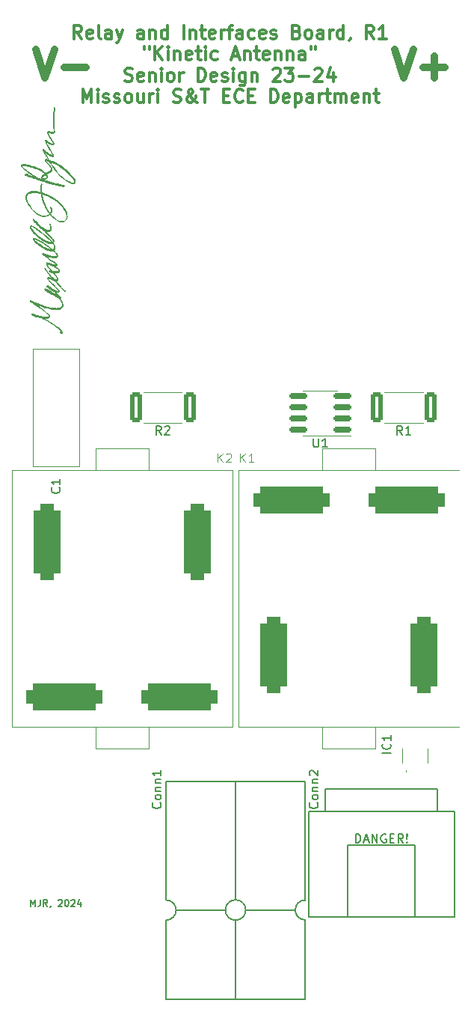
<source format=gto>
G04 #@! TF.GenerationSoftware,KiCad,Pcbnew,7.0.7*
G04 #@! TF.CreationDate,2024-02-27T11:50:38-06:00*
G04 #@! TF.ProjectId,Relay_board_hardware,52656c61-795f-4626-9f61-72645f686172,rev?*
G04 #@! TF.SameCoordinates,Original*
G04 #@! TF.FileFunction,Legend,Top*
G04 #@! TF.FilePolarity,Positive*
%FSLAX46Y46*%
G04 Gerber Fmt 4.6, Leading zero omitted, Abs format (unit mm)*
G04 Created by KiCad (PCBNEW 7.0.7) date 2024-02-27 11:50:38*
%MOMM*%
%LPD*%
G01*
G04 APERTURE LIST*
G04 Aperture macros list*
%AMRoundRect*
0 Rectangle with rounded corners*
0 $1 Rounding radius*
0 $2 $3 $4 $5 $6 $7 $8 $9 X,Y pos of 4 corners*
0 Add a 4 corners polygon primitive as box body*
4,1,4,$2,$3,$4,$5,$6,$7,$8,$9,$2,$3,0*
0 Add four circle primitives for the rounded corners*
1,1,$1+$1,$2,$3*
1,1,$1+$1,$4,$5*
1,1,$1+$1,$6,$7*
1,1,$1+$1,$8,$9*
0 Add four rect primitives between the rounded corners*
20,1,$1+$1,$2,$3,$4,$5,0*
20,1,$1+$1,$4,$5,$6,$7,0*
20,1,$1+$1,$6,$7,$8,$9,0*
20,1,$1+$1,$8,$9,$2,$3,0*%
G04 Aperture macros list end*
%ADD10C,0.190500*%
%ADD11C,0.300000*%
%ADD12C,0.812800*%
%ADD13C,0.150000*%
%ADD14C,0.100000*%
%ADD15C,0.152400*%
%ADD16C,0.120000*%
%ADD17C,0.010000*%
%ADD18O,5.100000X3.000000*%
%ADD19R,25.400000X50.800000*%
%ADD20RoundRect,0.249999X0.450001X1.425001X-0.450001X1.425001X-0.450001X-1.425001X0.450001X-1.425001X0*%
%ADD21RoundRect,0.775000X-3.525000X0.775000X-3.525000X-0.775000X3.525000X-0.775000X3.525000X0.775000X0*%
%ADD22RoundRect,0.775000X0.775000X3.525000X-0.775000X3.525000X-0.775000X-3.525000X0.775000X-3.525000X0*%
%ADD23RoundRect,0.775000X-0.775000X-3.525000X0.775000X-3.525000X0.775000X3.525000X-0.775000X3.525000X0*%
%ADD24R,0.400000X0.500000*%
%ADD25R,0.750000X0.500000*%
%ADD26R,1.300000X0.500000*%
%ADD27RoundRect,0.150000X0.825000X0.150000X-0.825000X0.150000X-0.825000X-0.150000X0.825000X-0.150000X0*%
%ADD28RoundRect,0.775000X3.525000X-0.775000X3.525000X0.775000X-3.525000X0.775000X-3.525000X-0.775000X0*%
%ADD29R,25.400000X25.400000*%
%ADD30C,2.000000*%
%ADD31C,1.524000*%
G04 APERTURE END LIST*
D10*
X129211756Y-151661839D02*
X129211756Y-150899839D01*
X129211756Y-150899839D02*
X129465756Y-151444125D01*
X129465756Y-151444125D02*
X129719756Y-150899839D01*
X129719756Y-150899839D02*
X129719756Y-151661839D01*
X130300327Y-150899839D02*
X130300327Y-151444125D01*
X130300327Y-151444125D02*
X130264042Y-151552982D01*
X130264042Y-151552982D02*
X130191470Y-151625554D01*
X130191470Y-151625554D02*
X130082613Y-151661839D01*
X130082613Y-151661839D02*
X130010042Y-151661839D01*
X131098613Y-151661839D02*
X130844613Y-151298982D01*
X130663184Y-151661839D02*
X130663184Y-150899839D01*
X130663184Y-150899839D02*
X130953470Y-150899839D01*
X130953470Y-150899839D02*
X131026041Y-150936125D01*
X131026041Y-150936125D02*
X131062327Y-150972411D01*
X131062327Y-150972411D02*
X131098613Y-151044982D01*
X131098613Y-151044982D02*
X131098613Y-151153839D01*
X131098613Y-151153839D02*
X131062327Y-151226411D01*
X131062327Y-151226411D02*
X131026041Y-151262696D01*
X131026041Y-151262696D02*
X130953470Y-151298982D01*
X130953470Y-151298982D02*
X130663184Y-151298982D01*
X131461470Y-151625554D02*
X131461470Y-151661839D01*
X131461470Y-151661839D02*
X131425184Y-151734411D01*
X131425184Y-151734411D02*
X131388898Y-151770696D01*
X132332326Y-150972411D02*
X132368612Y-150936125D01*
X132368612Y-150936125D02*
X132441184Y-150899839D01*
X132441184Y-150899839D02*
X132622612Y-150899839D01*
X132622612Y-150899839D02*
X132695184Y-150936125D01*
X132695184Y-150936125D02*
X132731469Y-150972411D01*
X132731469Y-150972411D02*
X132767755Y-151044982D01*
X132767755Y-151044982D02*
X132767755Y-151117554D01*
X132767755Y-151117554D02*
X132731469Y-151226411D01*
X132731469Y-151226411D02*
X132296041Y-151661839D01*
X132296041Y-151661839D02*
X132767755Y-151661839D01*
X133239469Y-150899839D02*
X133312040Y-150899839D01*
X133312040Y-150899839D02*
X133384612Y-150936125D01*
X133384612Y-150936125D02*
X133420898Y-150972411D01*
X133420898Y-150972411D02*
X133457183Y-151044982D01*
X133457183Y-151044982D02*
X133493469Y-151190125D01*
X133493469Y-151190125D02*
X133493469Y-151371554D01*
X133493469Y-151371554D02*
X133457183Y-151516696D01*
X133457183Y-151516696D02*
X133420898Y-151589268D01*
X133420898Y-151589268D02*
X133384612Y-151625554D01*
X133384612Y-151625554D02*
X133312040Y-151661839D01*
X133312040Y-151661839D02*
X133239469Y-151661839D01*
X133239469Y-151661839D02*
X133166898Y-151625554D01*
X133166898Y-151625554D02*
X133130612Y-151589268D01*
X133130612Y-151589268D02*
X133094326Y-151516696D01*
X133094326Y-151516696D02*
X133058040Y-151371554D01*
X133058040Y-151371554D02*
X133058040Y-151190125D01*
X133058040Y-151190125D02*
X133094326Y-151044982D01*
X133094326Y-151044982D02*
X133130612Y-150972411D01*
X133130612Y-150972411D02*
X133166898Y-150936125D01*
X133166898Y-150936125D02*
X133239469Y-150899839D01*
X133783754Y-150972411D02*
X133820040Y-150936125D01*
X133820040Y-150936125D02*
X133892612Y-150899839D01*
X133892612Y-150899839D02*
X134074040Y-150899839D01*
X134074040Y-150899839D02*
X134146612Y-150936125D01*
X134146612Y-150936125D02*
X134182897Y-150972411D01*
X134182897Y-150972411D02*
X134219183Y-151044982D01*
X134219183Y-151044982D02*
X134219183Y-151117554D01*
X134219183Y-151117554D02*
X134182897Y-151226411D01*
X134182897Y-151226411D02*
X133747469Y-151661839D01*
X133747469Y-151661839D02*
X134219183Y-151661839D01*
X134872326Y-151153839D02*
X134872326Y-151661839D01*
X134690897Y-150863554D02*
X134509468Y-151407839D01*
X134509468Y-151407839D02*
X134981183Y-151407839D01*
D11*
X134979286Y-53515828D02*
X134479286Y-52801542D01*
X134122143Y-53515828D02*
X134122143Y-52015828D01*
X134122143Y-52015828D02*
X134693572Y-52015828D01*
X134693572Y-52015828D02*
X134836429Y-52087257D01*
X134836429Y-52087257D02*
X134907858Y-52158685D01*
X134907858Y-52158685D02*
X134979286Y-52301542D01*
X134979286Y-52301542D02*
X134979286Y-52515828D01*
X134979286Y-52515828D02*
X134907858Y-52658685D01*
X134907858Y-52658685D02*
X134836429Y-52730114D01*
X134836429Y-52730114D02*
X134693572Y-52801542D01*
X134693572Y-52801542D02*
X134122143Y-52801542D01*
X136193572Y-53444400D02*
X136050715Y-53515828D01*
X136050715Y-53515828D02*
X135765001Y-53515828D01*
X135765001Y-53515828D02*
X135622143Y-53444400D01*
X135622143Y-53444400D02*
X135550715Y-53301542D01*
X135550715Y-53301542D02*
X135550715Y-52730114D01*
X135550715Y-52730114D02*
X135622143Y-52587257D01*
X135622143Y-52587257D02*
X135765001Y-52515828D01*
X135765001Y-52515828D02*
X136050715Y-52515828D01*
X136050715Y-52515828D02*
X136193572Y-52587257D01*
X136193572Y-52587257D02*
X136265001Y-52730114D01*
X136265001Y-52730114D02*
X136265001Y-52872971D01*
X136265001Y-52872971D02*
X135550715Y-53015828D01*
X137122143Y-53515828D02*
X136979286Y-53444400D01*
X136979286Y-53444400D02*
X136907857Y-53301542D01*
X136907857Y-53301542D02*
X136907857Y-52015828D01*
X138336429Y-53515828D02*
X138336429Y-52730114D01*
X138336429Y-52730114D02*
X138265000Y-52587257D01*
X138265000Y-52587257D02*
X138122143Y-52515828D01*
X138122143Y-52515828D02*
X137836429Y-52515828D01*
X137836429Y-52515828D02*
X137693571Y-52587257D01*
X138336429Y-53444400D02*
X138193571Y-53515828D01*
X138193571Y-53515828D02*
X137836429Y-53515828D01*
X137836429Y-53515828D02*
X137693571Y-53444400D01*
X137693571Y-53444400D02*
X137622143Y-53301542D01*
X137622143Y-53301542D02*
X137622143Y-53158685D01*
X137622143Y-53158685D02*
X137693571Y-53015828D01*
X137693571Y-53015828D02*
X137836429Y-52944400D01*
X137836429Y-52944400D02*
X138193571Y-52944400D01*
X138193571Y-52944400D02*
X138336429Y-52872971D01*
X138907857Y-52515828D02*
X139265000Y-53515828D01*
X139622143Y-52515828D02*
X139265000Y-53515828D01*
X139265000Y-53515828D02*
X139122143Y-53872971D01*
X139122143Y-53872971D02*
X139050714Y-53944400D01*
X139050714Y-53944400D02*
X138907857Y-54015828D01*
X141979286Y-53515828D02*
X141979286Y-52730114D01*
X141979286Y-52730114D02*
X141907857Y-52587257D01*
X141907857Y-52587257D02*
X141765000Y-52515828D01*
X141765000Y-52515828D02*
X141479286Y-52515828D01*
X141479286Y-52515828D02*
X141336428Y-52587257D01*
X141979286Y-53444400D02*
X141836428Y-53515828D01*
X141836428Y-53515828D02*
X141479286Y-53515828D01*
X141479286Y-53515828D02*
X141336428Y-53444400D01*
X141336428Y-53444400D02*
X141265000Y-53301542D01*
X141265000Y-53301542D02*
X141265000Y-53158685D01*
X141265000Y-53158685D02*
X141336428Y-53015828D01*
X141336428Y-53015828D02*
X141479286Y-52944400D01*
X141479286Y-52944400D02*
X141836428Y-52944400D01*
X141836428Y-52944400D02*
X141979286Y-52872971D01*
X142693571Y-52515828D02*
X142693571Y-53515828D01*
X142693571Y-52658685D02*
X142765000Y-52587257D01*
X142765000Y-52587257D02*
X142907857Y-52515828D01*
X142907857Y-52515828D02*
X143122143Y-52515828D01*
X143122143Y-52515828D02*
X143265000Y-52587257D01*
X143265000Y-52587257D02*
X143336429Y-52730114D01*
X143336429Y-52730114D02*
X143336429Y-53515828D01*
X144693572Y-53515828D02*
X144693572Y-52015828D01*
X144693572Y-53444400D02*
X144550714Y-53515828D01*
X144550714Y-53515828D02*
X144265000Y-53515828D01*
X144265000Y-53515828D02*
X144122143Y-53444400D01*
X144122143Y-53444400D02*
X144050714Y-53372971D01*
X144050714Y-53372971D02*
X143979286Y-53230114D01*
X143979286Y-53230114D02*
X143979286Y-52801542D01*
X143979286Y-52801542D02*
X144050714Y-52658685D01*
X144050714Y-52658685D02*
X144122143Y-52587257D01*
X144122143Y-52587257D02*
X144265000Y-52515828D01*
X144265000Y-52515828D02*
X144550714Y-52515828D01*
X144550714Y-52515828D02*
X144693572Y-52587257D01*
X146550714Y-53515828D02*
X146550714Y-52015828D01*
X147265000Y-52515828D02*
X147265000Y-53515828D01*
X147265000Y-52658685D02*
X147336429Y-52587257D01*
X147336429Y-52587257D02*
X147479286Y-52515828D01*
X147479286Y-52515828D02*
X147693572Y-52515828D01*
X147693572Y-52515828D02*
X147836429Y-52587257D01*
X147836429Y-52587257D02*
X147907858Y-52730114D01*
X147907858Y-52730114D02*
X147907858Y-53515828D01*
X148407858Y-52515828D02*
X148979286Y-52515828D01*
X148622143Y-52015828D02*
X148622143Y-53301542D01*
X148622143Y-53301542D02*
X148693572Y-53444400D01*
X148693572Y-53444400D02*
X148836429Y-53515828D01*
X148836429Y-53515828D02*
X148979286Y-53515828D01*
X150050715Y-53444400D02*
X149907858Y-53515828D01*
X149907858Y-53515828D02*
X149622144Y-53515828D01*
X149622144Y-53515828D02*
X149479286Y-53444400D01*
X149479286Y-53444400D02*
X149407858Y-53301542D01*
X149407858Y-53301542D02*
X149407858Y-52730114D01*
X149407858Y-52730114D02*
X149479286Y-52587257D01*
X149479286Y-52587257D02*
X149622144Y-52515828D01*
X149622144Y-52515828D02*
X149907858Y-52515828D01*
X149907858Y-52515828D02*
X150050715Y-52587257D01*
X150050715Y-52587257D02*
X150122144Y-52730114D01*
X150122144Y-52730114D02*
X150122144Y-52872971D01*
X150122144Y-52872971D02*
X149407858Y-53015828D01*
X150765000Y-53515828D02*
X150765000Y-52515828D01*
X150765000Y-52801542D02*
X150836429Y-52658685D01*
X150836429Y-52658685D02*
X150907858Y-52587257D01*
X150907858Y-52587257D02*
X151050715Y-52515828D01*
X151050715Y-52515828D02*
X151193572Y-52515828D01*
X151479286Y-52515828D02*
X152050714Y-52515828D01*
X151693571Y-53515828D02*
X151693571Y-52230114D01*
X151693571Y-52230114D02*
X151765000Y-52087257D01*
X151765000Y-52087257D02*
X151907857Y-52015828D01*
X151907857Y-52015828D02*
X152050714Y-52015828D01*
X153193572Y-53515828D02*
X153193572Y-52730114D01*
X153193572Y-52730114D02*
X153122143Y-52587257D01*
X153122143Y-52587257D02*
X152979286Y-52515828D01*
X152979286Y-52515828D02*
X152693572Y-52515828D01*
X152693572Y-52515828D02*
X152550714Y-52587257D01*
X153193572Y-53444400D02*
X153050714Y-53515828D01*
X153050714Y-53515828D02*
X152693572Y-53515828D01*
X152693572Y-53515828D02*
X152550714Y-53444400D01*
X152550714Y-53444400D02*
X152479286Y-53301542D01*
X152479286Y-53301542D02*
X152479286Y-53158685D01*
X152479286Y-53158685D02*
X152550714Y-53015828D01*
X152550714Y-53015828D02*
X152693572Y-52944400D01*
X152693572Y-52944400D02*
X153050714Y-52944400D01*
X153050714Y-52944400D02*
X153193572Y-52872971D01*
X154550715Y-53444400D02*
X154407857Y-53515828D01*
X154407857Y-53515828D02*
X154122143Y-53515828D01*
X154122143Y-53515828D02*
X153979286Y-53444400D01*
X153979286Y-53444400D02*
X153907857Y-53372971D01*
X153907857Y-53372971D02*
X153836429Y-53230114D01*
X153836429Y-53230114D02*
X153836429Y-52801542D01*
X153836429Y-52801542D02*
X153907857Y-52658685D01*
X153907857Y-52658685D02*
X153979286Y-52587257D01*
X153979286Y-52587257D02*
X154122143Y-52515828D01*
X154122143Y-52515828D02*
X154407857Y-52515828D01*
X154407857Y-52515828D02*
X154550715Y-52587257D01*
X155765000Y-53444400D02*
X155622143Y-53515828D01*
X155622143Y-53515828D02*
X155336429Y-53515828D01*
X155336429Y-53515828D02*
X155193571Y-53444400D01*
X155193571Y-53444400D02*
X155122143Y-53301542D01*
X155122143Y-53301542D02*
X155122143Y-52730114D01*
X155122143Y-52730114D02*
X155193571Y-52587257D01*
X155193571Y-52587257D02*
X155336429Y-52515828D01*
X155336429Y-52515828D02*
X155622143Y-52515828D01*
X155622143Y-52515828D02*
X155765000Y-52587257D01*
X155765000Y-52587257D02*
X155836429Y-52730114D01*
X155836429Y-52730114D02*
X155836429Y-52872971D01*
X155836429Y-52872971D02*
X155122143Y-53015828D01*
X156407857Y-53444400D02*
X156550714Y-53515828D01*
X156550714Y-53515828D02*
X156836428Y-53515828D01*
X156836428Y-53515828D02*
X156979285Y-53444400D01*
X156979285Y-53444400D02*
X157050714Y-53301542D01*
X157050714Y-53301542D02*
X157050714Y-53230114D01*
X157050714Y-53230114D02*
X156979285Y-53087257D01*
X156979285Y-53087257D02*
X156836428Y-53015828D01*
X156836428Y-53015828D02*
X156622143Y-53015828D01*
X156622143Y-53015828D02*
X156479285Y-52944400D01*
X156479285Y-52944400D02*
X156407857Y-52801542D01*
X156407857Y-52801542D02*
X156407857Y-52730114D01*
X156407857Y-52730114D02*
X156479285Y-52587257D01*
X156479285Y-52587257D02*
X156622143Y-52515828D01*
X156622143Y-52515828D02*
X156836428Y-52515828D01*
X156836428Y-52515828D02*
X156979285Y-52587257D01*
X159336428Y-52730114D02*
X159550714Y-52801542D01*
X159550714Y-52801542D02*
X159622143Y-52872971D01*
X159622143Y-52872971D02*
X159693571Y-53015828D01*
X159693571Y-53015828D02*
X159693571Y-53230114D01*
X159693571Y-53230114D02*
X159622143Y-53372971D01*
X159622143Y-53372971D02*
X159550714Y-53444400D01*
X159550714Y-53444400D02*
X159407857Y-53515828D01*
X159407857Y-53515828D02*
X158836428Y-53515828D01*
X158836428Y-53515828D02*
X158836428Y-52015828D01*
X158836428Y-52015828D02*
X159336428Y-52015828D01*
X159336428Y-52015828D02*
X159479286Y-52087257D01*
X159479286Y-52087257D02*
X159550714Y-52158685D01*
X159550714Y-52158685D02*
X159622143Y-52301542D01*
X159622143Y-52301542D02*
X159622143Y-52444400D01*
X159622143Y-52444400D02*
X159550714Y-52587257D01*
X159550714Y-52587257D02*
X159479286Y-52658685D01*
X159479286Y-52658685D02*
X159336428Y-52730114D01*
X159336428Y-52730114D02*
X158836428Y-52730114D01*
X160550714Y-53515828D02*
X160407857Y-53444400D01*
X160407857Y-53444400D02*
X160336428Y-53372971D01*
X160336428Y-53372971D02*
X160265000Y-53230114D01*
X160265000Y-53230114D02*
X160265000Y-52801542D01*
X160265000Y-52801542D02*
X160336428Y-52658685D01*
X160336428Y-52658685D02*
X160407857Y-52587257D01*
X160407857Y-52587257D02*
X160550714Y-52515828D01*
X160550714Y-52515828D02*
X160765000Y-52515828D01*
X160765000Y-52515828D02*
X160907857Y-52587257D01*
X160907857Y-52587257D02*
X160979286Y-52658685D01*
X160979286Y-52658685D02*
X161050714Y-52801542D01*
X161050714Y-52801542D02*
X161050714Y-53230114D01*
X161050714Y-53230114D02*
X160979286Y-53372971D01*
X160979286Y-53372971D02*
X160907857Y-53444400D01*
X160907857Y-53444400D02*
X160765000Y-53515828D01*
X160765000Y-53515828D02*
X160550714Y-53515828D01*
X162336429Y-53515828D02*
X162336429Y-52730114D01*
X162336429Y-52730114D02*
X162265000Y-52587257D01*
X162265000Y-52587257D02*
X162122143Y-52515828D01*
X162122143Y-52515828D02*
X161836429Y-52515828D01*
X161836429Y-52515828D02*
X161693571Y-52587257D01*
X162336429Y-53444400D02*
X162193571Y-53515828D01*
X162193571Y-53515828D02*
X161836429Y-53515828D01*
X161836429Y-53515828D02*
X161693571Y-53444400D01*
X161693571Y-53444400D02*
X161622143Y-53301542D01*
X161622143Y-53301542D02*
X161622143Y-53158685D01*
X161622143Y-53158685D02*
X161693571Y-53015828D01*
X161693571Y-53015828D02*
X161836429Y-52944400D01*
X161836429Y-52944400D02*
X162193571Y-52944400D01*
X162193571Y-52944400D02*
X162336429Y-52872971D01*
X163050714Y-53515828D02*
X163050714Y-52515828D01*
X163050714Y-52801542D02*
X163122143Y-52658685D01*
X163122143Y-52658685D02*
X163193572Y-52587257D01*
X163193572Y-52587257D02*
X163336429Y-52515828D01*
X163336429Y-52515828D02*
X163479286Y-52515828D01*
X164622143Y-53515828D02*
X164622143Y-52015828D01*
X164622143Y-53444400D02*
X164479285Y-53515828D01*
X164479285Y-53515828D02*
X164193571Y-53515828D01*
X164193571Y-53515828D02*
X164050714Y-53444400D01*
X164050714Y-53444400D02*
X163979285Y-53372971D01*
X163979285Y-53372971D02*
X163907857Y-53230114D01*
X163907857Y-53230114D02*
X163907857Y-52801542D01*
X163907857Y-52801542D02*
X163979285Y-52658685D01*
X163979285Y-52658685D02*
X164050714Y-52587257D01*
X164050714Y-52587257D02*
X164193571Y-52515828D01*
X164193571Y-52515828D02*
X164479285Y-52515828D01*
X164479285Y-52515828D02*
X164622143Y-52587257D01*
X165407857Y-53444400D02*
X165407857Y-53515828D01*
X165407857Y-53515828D02*
X165336428Y-53658685D01*
X165336428Y-53658685D02*
X165265000Y-53730114D01*
X168050714Y-53515828D02*
X167550714Y-52801542D01*
X167193571Y-53515828D02*
X167193571Y-52015828D01*
X167193571Y-52015828D02*
X167765000Y-52015828D01*
X167765000Y-52015828D02*
X167907857Y-52087257D01*
X167907857Y-52087257D02*
X167979286Y-52158685D01*
X167979286Y-52158685D02*
X168050714Y-52301542D01*
X168050714Y-52301542D02*
X168050714Y-52515828D01*
X168050714Y-52515828D02*
X167979286Y-52658685D01*
X167979286Y-52658685D02*
X167907857Y-52730114D01*
X167907857Y-52730114D02*
X167765000Y-52801542D01*
X167765000Y-52801542D02*
X167193571Y-52801542D01*
X169479286Y-53515828D02*
X168622143Y-53515828D01*
X169050714Y-53515828D02*
X169050714Y-52015828D01*
X169050714Y-52015828D02*
X168907857Y-52230114D01*
X168907857Y-52230114D02*
X168765000Y-52372971D01*
X168765000Y-52372971D02*
X168622143Y-52444400D01*
X142050714Y-54430828D02*
X142050714Y-54716542D01*
X142622142Y-54430828D02*
X142622142Y-54716542D01*
X143264999Y-55930828D02*
X143264999Y-54430828D01*
X144122142Y-55930828D02*
X143479285Y-55073685D01*
X144122142Y-54430828D02*
X143264999Y-55287971D01*
X144764999Y-55930828D02*
X144764999Y-54930828D01*
X144764999Y-54430828D02*
X144693571Y-54502257D01*
X144693571Y-54502257D02*
X144764999Y-54573685D01*
X144764999Y-54573685D02*
X144836428Y-54502257D01*
X144836428Y-54502257D02*
X144764999Y-54430828D01*
X144764999Y-54430828D02*
X144764999Y-54573685D01*
X145479285Y-54930828D02*
X145479285Y-55930828D01*
X145479285Y-55073685D02*
X145550714Y-55002257D01*
X145550714Y-55002257D02*
X145693571Y-54930828D01*
X145693571Y-54930828D02*
X145907857Y-54930828D01*
X145907857Y-54930828D02*
X146050714Y-55002257D01*
X146050714Y-55002257D02*
X146122143Y-55145114D01*
X146122143Y-55145114D02*
X146122143Y-55930828D01*
X147407857Y-55859400D02*
X147265000Y-55930828D01*
X147265000Y-55930828D02*
X146979286Y-55930828D01*
X146979286Y-55930828D02*
X146836428Y-55859400D01*
X146836428Y-55859400D02*
X146765000Y-55716542D01*
X146765000Y-55716542D02*
X146765000Y-55145114D01*
X146765000Y-55145114D02*
X146836428Y-55002257D01*
X146836428Y-55002257D02*
X146979286Y-54930828D01*
X146979286Y-54930828D02*
X147265000Y-54930828D01*
X147265000Y-54930828D02*
X147407857Y-55002257D01*
X147407857Y-55002257D02*
X147479286Y-55145114D01*
X147479286Y-55145114D02*
X147479286Y-55287971D01*
X147479286Y-55287971D02*
X146765000Y-55430828D01*
X147907857Y-54930828D02*
X148479285Y-54930828D01*
X148122142Y-54430828D02*
X148122142Y-55716542D01*
X148122142Y-55716542D02*
X148193571Y-55859400D01*
X148193571Y-55859400D02*
X148336428Y-55930828D01*
X148336428Y-55930828D02*
X148479285Y-55930828D01*
X148979285Y-55930828D02*
X148979285Y-54930828D01*
X148979285Y-54430828D02*
X148907857Y-54502257D01*
X148907857Y-54502257D02*
X148979285Y-54573685D01*
X148979285Y-54573685D02*
X149050714Y-54502257D01*
X149050714Y-54502257D02*
X148979285Y-54430828D01*
X148979285Y-54430828D02*
X148979285Y-54573685D01*
X150336429Y-55859400D02*
X150193571Y-55930828D01*
X150193571Y-55930828D02*
X149907857Y-55930828D01*
X149907857Y-55930828D02*
X149765000Y-55859400D01*
X149765000Y-55859400D02*
X149693571Y-55787971D01*
X149693571Y-55787971D02*
X149622143Y-55645114D01*
X149622143Y-55645114D02*
X149622143Y-55216542D01*
X149622143Y-55216542D02*
X149693571Y-55073685D01*
X149693571Y-55073685D02*
X149765000Y-55002257D01*
X149765000Y-55002257D02*
X149907857Y-54930828D01*
X149907857Y-54930828D02*
X150193571Y-54930828D01*
X150193571Y-54930828D02*
X150336429Y-55002257D01*
X152050714Y-55502257D02*
X152765000Y-55502257D01*
X151907857Y-55930828D02*
X152407857Y-54430828D01*
X152407857Y-54430828D02*
X152907857Y-55930828D01*
X153407856Y-54930828D02*
X153407856Y-55930828D01*
X153407856Y-55073685D02*
X153479285Y-55002257D01*
X153479285Y-55002257D02*
X153622142Y-54930828D01*
X153622142Y-54930828D02*
X153836428Y-54930828D01*
X153836428Y-54930828D02*
X153979285Y-55002257D01*
X153979285Y-55002257D02*
X154050714Y-55145114D01*
X154050714Y-55145114D02*
X154050714Y-55930828D01*
X154550714Y-54930828D02*
X155122142Y-54930828D01*
X154764999Y-54430828D02*
X154764999Y-55716542D01*
X154764999Y-55716542D02*
X154836428Y-55859400D01*
X154836428Y-55859400D02*
X154979285Y-55930828D01*
X154979285Y-55930828D02*
X155122142Y-55930828D01*
X156193571Y-55859400D02*
X156050714Y-55930828D01*
X156050714Y-55930828D02*
X155765000Y-55930828D01*
X155765000Y-55930828D02*
X155622142Y-55859400D01*
X155622142Y-55859400D02*
X155550714Y-55716542D01*
X155550714Y-55716542D02*
X155550714Y-55145114D01*
X155550714Y-55145114D02*
X155622142Y-55002257D01*
X155622142Y-55002257D02*
X155765000Y-54930828D01*
X155765000Y-54930828D02*
X156050714Y-54930828D01*
X156050714Y-54930828D02*
X156193571Y-55002257D01*
X156193571Y-55002257D02*
X156265000Y-55145114D01*
X156265000Y-55145114D02*
X156265000Y-55287971D01*
X156265000Y-55287971D02*
X155550714Y-55430828D01*
X156907856Y-54930828D02*
X156907856Y-55930828D01*
X156907856Y-55073685D02*
X156979285Y-55002257D01*
X156979285Y-55002257D02*
X157122142Y-54930828D01*
X157122142Y-54930828D02*
X157336428Y-54930828D01*
X157336428Y-54930828D02*
X157479285Y-55002257D01*
X157479285Y-55002257D02*
X157550714Y-55145114D01*
X157550714Y-55145114D02*
X157550714Y-55930828D01*
X158264999Y-54930828D02*
X158264999Y-55930828D01*
X158264999Y-55073685D02*
X158336428Y-55002257D01*
X158336428Y-55002257D02*
X158479285Y-54930828D01*
X158479285Y-54930828D02*
X158693571Y-54930828D01*
X158693571Y-54930828D02*
X158836428Y-55002257D01*
X158836428Y-55002257D02*
X158907857Y-55145114D01*
X158907857Y-55145114D02*
X158907857Y-55930828D01*
X160265000Y-55930828D02*
X160265000Y-55145114D01*
X160265000Y-55145114D02*
X160193571Y-55002257D01*
X160193571Y-55002257D02*
X160050714Y-54930828D01*
X160050714Y-54930828D02*
X159765000Y-54930828D01*
X159765000Y-54930828D02*
X159622142Y-55002257D01*
X160265000Y-55859400D02*
X160122142Y-55930828D01*
X160122142Y-55930828D02*
X159765000Y-55930828D01*
X159765000Y-55930828D02*
X159622142Y-55859400D01*
X159622142Y-55859400D02*
X159550714Y-55716542D01*
X159550714Y-55716542D02*
X159550714Y-55573685D01*
X159550714Y-55573685D02*
X159622142Y-55430828D01*
X159622142Y-55430828D02*
X159765000Y-55359400D01*
X159765000Y-55359400D02*
X160122142Y-55359400D01*
X160122142Y-55359400D02*
X160265000Y-55287971D01*
X160907857Y-54430828D02*
X160907857Y-54716542D01*
X161479285Y-54430828D02*
X161479285Y-54716542D01*
X139872144Y-58274400D02*
X140086430Y-58345828D01*
X140086430Y-58345828D02*
X140443572Y-58345828D01*
X140443572Y-58345828D02*
X140586430Y-58274400D01*
X140586430Y-58274400D02*
X140657858Y-58202971D01*
X140657858Y-58202971D02*
X140729287Y-58060114D01*
X140729287Y-58060114D02*
X140729287Y-57917257D01*
X140729287Y-57917257D02*
X140657858Y-57774400D01*
X140657858Y-57774400D02*
X140586430Y-57702971D01*
X140586430Y-57702971D02*
X140443572Y-57631542D01*
X140443572Y-57631542D02*
X140157858Y-57560114D01*
X140157858Y-57560114D02*
X140015001Y-57488685D01*
X140015001Y-57488685D02*
X139943572Y-57417257D01*
X139943572Y-57417257D02*
X139872144Y-57274400D01*
X139872144Y-57274400D02*
X139872144Y-57131542D01*
X139872144Y-57131542D02*
X139943572Y-56988685D01*
X139943572Y-56988685D02*
X140015001Y-56917257D01*
X140015001Y-56917257D02*
X140157858Y-56845828D01*
X140157858Y-56845828D02*
X140515001Y-56845828D01*
X140515001Y-56845828D02*
X140729287Y-56917257D01*
X141943572Y-58274400D02*
X141800715Y-58345828D01*
X141800715Y-58345828D02*
X141515001Y-58345828D01*
X141515001Y-58345828D02*
X141372143Y-58274400D01*
X141372143Y-58274400D02*
X141300715Y-58131542D01*
X141300715Y-58131542D02*
X141300715Y-57560114D01*
X141300715Y-57560114D02*
X141372143Y-57417257D01*
X141372143Y-57417257D02*
X141515001Y-57345828D01*
X141515001Y-57345828D02*
X141800715Y-57345828D01*
X141800715Y-57345828D02*
X141943572Y-57417257D01*
X141943572Y-57417257D02*
X142015001Y-57560114D01*
X142015001Y-57560114D02*
X142015001Y-57702971D01*
X142015001Y-57702971D02*
X141300715Y-57845828D01*
X142657857Y-57345828D02*
X142657857Y-58345828D01*
X142657857Y-57488685D02*
X142729286Y-57417257D01*
X142729286Y-57417257D02*
X142872143Y-57345828D01*
X142872143Y-57345828D02*
X143086429Y-57345828D01*
X143086429Y-57345828D02*
X143229286Y-57417257D01*
X143229286Y-57417257D02*
X143300715Y-57560114D01*
X143300715Y-57560114D02*
X143300715Y-58345828D01*
X144015000Y-58345828D02*
X144015000Y-57345828D01*
X144015000Y-56845828D02*
X143943572Y-56917257D01*
X143943572Y-56917257D02*
X144015000Y-56988685D01*
X144015000Y-56988685D02*
X144086429Y-56917257D01*
X144086429Y-56917257D02*
X144015000Y-56845828D01*
X144015000Y-56845828D02*
X144015000Y-56988685D01*
X144943572Y-58345828D02*
X144800715Y-58274400D01*
X144800715Y-58274400D02*
X144729286Y-58202971D01*
X144729286Y-58202971D02*
X144657858Y-58060114D01*
X144657858Y-58060114D02*
X144657858Y-57631542D01*
X144657858Y-57631542D02*
X144729286Y-57488685D01*
X144729286Y-57488685D02*
X144800715Y-57417257D01*
X144800715Y-57417257D02*
X144943572Y-57345828D01*
X144943572Y-57345828D02*
X145157858Y-57345828D01*
X145157858Y-57345828D02*
X145300715Y-57417257D01*
X145300715Y-57417257D02*
X145372144Y-57488685D01*
X145372144Y-57488685D02*
X145443572Y-57631542D01*
X145443572Y-57631542D02*
X145443572Y-58060114D01*
X145443572Y-58060114D02*
X145372144Y-58202971D01*
X145372144Y-58202971D02*
X145300715Y-58274400D01*
X145300715Y-58274400D02*
X145157858Y-58345828D01*
X145157858Y-58345828D02*
X144943572Y-58345828D01*
X146086429Y-58345828D02*
X146086429Y-57345828D01*
X146086429Y-57631542D02*
X146157858Y-57488685D01*
X146157858Y-57488685D02*
X146229287Y-57417257D01*
X146229287Y-57417257D02*
X146372144Y-57345828D01*
X146372144Y-57345828D02*
X146515001Y-57345828D01*
X148157857Y-58345828D02*
X148157857Y-56845828D01*
X148157857Y-56845828D02*
X148515000Y-56845828D01*
X148515000Y-56845828D02*
X148729286Y-56917257D01*
X148729286Y-56917257D02*
X148872143Y-57060114D01*
X148872143Y-57060114D02*
X148943572Y-57202971D01*
X148943572Y-57202971D02*
X149015000Y-57488685D01*
X149015000Y-57488685D02*
X149015000Y-57702971D01*
X149015000Y-57702971D02*
X148943572Y-57988685D01*
X148943572Y-57988685D02*
X148872143Y-58131542D01*
X148872143Y-58131542D02*
X148729286Y-58274400D01*
X148729286Y-58274400D02*
X148515000Y-58345828D01*
X148515000Y-58345828D02*
X148157857Y-58345828D01*
X150229286Y-58274400D02*
X150086429Y-58345828D01*
X150086429Y-58345828D02*
X149800715Y-58345828D01*
X149800715Y-58345828D02*
X149657857Y-58274400D01*
X149657857Y-58274400D02*
X149586429Y-58131542D01*
X149586429Y-58131542D02*
X149586429Y-57560114D01*
X149586429Y-57560114D02*
X149657857Y-57417257D01*
X149657857Y-57417257D02*
X149800715Y-57345828D01*
X149800715Y-57345828D02*
X150086429Y-57345828D01*
X150086429Y-57345828D02*
X150229286Y-57417257D01*
X150229286Y-57417257D02*
X150300715Y-57560114D01*
X150300715Y-57560114D02*
X150300715Y-57702971D01*
X150300715Y-57702971D02*
X149586429Y-57845828D01*
X150872143Y-58274400D02*
X151015000Y-58345828D01*
X151015000Y-58345828D02*
X151300714Y-58345828D01*
X151300714Y-58345828D02*
X151443571Y-58274400D01*
X151443571Y-58274400D02*
X151515000Y-58131542D01*
X151515000Y-58131542D02*
X151515000Y-58060114D01*
X151515000Y-58060114D02*
X151443571Y-57917257D01*
X151443571Y-57917257D02*
X151300714Y-57845828D01*
X151300714Y-57845828D02*
X151086429Y-57845828D01*
X151086429Y-57845828D02*
X150943571Y-57774400D01*
X150943571Y-57774400D02*
X150872143Y-57631542D01*
X150872143Y-57631542D02*
X150872143Y-57560114D01*
X150872143Y-57560114D02*
X150943571Y-57417257D01*
X150943571Y-57417257D02*
X151086429Y-57345828D01*
X151086429Y-57345828D02*
X151300714Y-57345828D01*
X151300714Y-57345828D02*
X151443571Y-57417257D01*
X152157857Y-58345828D02*
X152157857Y-57345828D01*
X152157857Y-56845828D02*
X152086429Y-56917257D01*
X152086429Y-56917257D02*
X152157857Y-56988685D01*
X152157857Y-56988685D02*
X152229286Y-56917257D01*
X152229286Y-56917257D02*
X152157857Y-56845828D01*
X152157857Y-56845828D02*
X152157857Y-56988685D01*
X153515001Y-57345828D02*
X153515001Y-58560114D01*
X153515001Y-58560114D02*
X153443572Y-58702971D01*
X153443572Y-58702971D02*
X153372143Y-58774400D01*
X153372143Y-58774400D02*
X153229286Y-58845828D01*
X153229286Y-58845828D02*
X153015001Y-58845828D01*
X153015001Y-58845828D02*
X152872143Y-58774400D01*
X153515001Y-58274400D02*
X153372143Y-58345828D01*
X153372143Y-58345828D02*
X153086429Y-58345828D01*
X153086429Y-58345828D02*
X152943572Y-58274400D01*
X152943572Y-58274400D02*
X152872143Y-58202971D01*
X152872143Y-58202971D02*
X152800715Y-58060114D01*
X152800715Y-58060114D02*
X152800715Y-57631542D01*
X152800715Y-57631542D02*
X152872143Y-57488685D01*
X152872143Y-57488685D02*
X152943572Y-57417257D01*
X152943572Y-57417257D02*
X153086429Y-57345828D01*
X153086429Y-57345828D02*
X153372143Y-57345828D01*
X153372143Y-57345828D02*
X153515001Y-57417257D01*
X154229286Y-57345828D02*
X154229286Y-58345828D01*
X154229286Y-57488685D02*
X154300715Y-57417257D01*
X154300715Y-57417257D02*
X154443572Y-57345828D01*
X154443572Y-57345828D02*
X154657858Y-57345828D01*
X154657858Y-57345828D02*
X154800715Y-57417257D01*
X154800715Y-57417257D02*
X154872144Y-57560114D01*
X154872144Y-57560114D02*
X154872144Y-58345828D01*
X156657858Y-56988685D02*
X156729286Y-56917257D01*
X156729286Y-56917257D02*
X156872144Y-56845828D01*
X156872144Y-56845828D02*
X157229286Y-56845828D01*
X157229286Y-56845828D02*
X157372144Y-56917257D01*
X157372144Y-56917257D02*
X157443572Y-56988685D01*
X157443572Y-56988685D02*
X157515001Y-57131542D01*
X157515001Y-57131542D02*
X157515001Y-57274400D01*
X157515001Y-57274400D02*
X157443572Y-57488685D01*
X157443572Y-57488685D02*
X156586429Y-58345828D01*
X156586429Y-58345828D02*
X157515001Y-58345828D01*
X158015000Y-56845828D02*
X158943572Y-56845828D01*
X158943572Y-56845828D02*
X158443572Y-57417257D01*
X158443572Y-57417257D02*
X158657857Y-57417257D01*
X158657857Y-57417257D02*
X158800715Y-57488685D01*
X158800715Y-57488685D02*
X158872143Y-57560114D01*
X158872143Y-57560114D02*
X158943572Y-57702971D01*
X158943572Y-57702971D02*
X158943572Y-58060114D01*
X158943572Y-58060114D02*
X158872143Y-58202971D01*
X158872143Y-58202971D02*
X158800715Y-58274400D01*
X158800715Y-58274400D02*
X158657857Y-58345828D01*
X158657857Y-58345828D02*
X158229286Y-58345828D01*
X158229286Y-58345828D02*
X158086429Y-58274400D01*
X158086429Y-58274400D02*
X158015000Y-58202971D01*
X159586428Y-57774400D02*
X160729286Y-57774400D01*
X161372143Y-56988685D02*
X161443571Y-56917257D01*
X161443571Y-56917257D02*
X161586429Y-56845828D01*
X161586429Y-56845828D02*
X161943571Y-56845828D01*
X161943571Y-56845828D02*
X162086429Y-56917257D01*
X162086429Y-56917257D02*
X162157857Y-56988685D01*
X162157857Y-56988685D02*
X162229286Y-57131542D01*
X162229286Y-57131542D02*
X162229286Y-57274400D01*
X162229286Y-57274400D02*
X162157857Y-57488685D01*
X162157857Y-57488685D02*
X161300714Y-58345828D01*
X161300714Y-58345828D02*
X162229286Y-58345828D01*
X163515000Y-57345828D02*
X163515000Y-58345828D01*
X163157857Y-56774400D02*
X162800714Y-57845828D01*
X162800714Y-57845828D02*
X163729285Y-57845828D01*
X135086428Y-60760828D02*
X135086428Y-59260828D01*
X135086428Y-59260828D02*
X135586428Y-60332257D01*
X135586428Y-60332257D02*
X136086428Y-59260828D01*
X136086428Y-59260828D02*
X136086428Y-60760828D01*
X136800714Y-60760828D02*
X136800714Y-59760828D01*
X136800714Y-59260828D02*
X136729286Y-59332257D01*
X136729286Y-59332257D02*
X136800714Y-59403685D01*
X136800714Y-59403685D02*
X136872143Y-59332257D01*
X136872143Y-59332257D02*
X136800714Y-59260828D01*
X136800714Y-59260828D02*
X136800714Y-59403685D01*
X137443572Y-60689400D02*
X137586429Y-60760828D01*
X137586429Y-60760828D02*
X137872143Y-60760828D01*
X137872143Y-60760828D02*
X138015000Y-60689400D01*
X138015000Y-60689400D02*
X138086429Y-60546542D01*
X138086429Y-60546542D02*
X138086429Y-60475114D01*
X138086429Y-60475114D02*
X138015000Y-60332257D01*
X138015000Y-60332257D02*
X137872143Y-60260828D01*
X137872143Y-60260828D02*
X137657858Y-60260828D01*
X137657858Y-60260828D02*
X137515000Y-60189400D01*
X137515000Y-60189400D02*
X137443572Y-60046542D01*
X137443572Y-60046542D02*
X137443572Y-59975114D01*
X137443572Y-59975114D02*
X137515000Y-59832257D01*
X137515000Y-59832257D02*
X137657858Y-59760828D01*
X137657858Y-59760828D02*
X137872143Y-59760828D01*
X137872143Y-59760828D02*
X138015000Y-59832257D01*
X138657858Y-60689400D02*
X138800715Y-60760828D01*
X138800715Y-60760828D02*
X139086429Y-60760828D01*
X139086429Y-60760828D02*
X139229286Y-60689400D01*
X139229286Y-60689400D02*
X139300715Y-60546542D01*
X139300715Y-60546542D02*
X139300715Y-60475114D01*
X139300715Y-60475114D02*
X139229286Y-60332257D01*
X139229286Y-60332257D02*
X139086429Y-60260828D01*
X139086429Y-60260828D02*
X138872144Y-60260828D01*
X138872144Y-60260828D02*
X138729286Y-60189400D01*
X138729286Y-60189400D02*
X138657858Y-60046542D01*
X138657858Y-60046542D02*
X138657858Y-59975114D01*
X138657858Y-59975114D02*
X138729286Y-59832257D01*
X138729286Y-59832257D02*
X138872144Y-59760828D01*
X138872144Y-59760828D02*
X139086429Y-59760828D01*
X139086429Y-59760828D02*
X139229286Y-59832257D01*
X140157858Y-60760828D02*
X140015001Y-60689400D01*
X140015001Y-60689400D02*
X139943572Y-60617971D01*
X139943572Y-60617971D02*
X139872144Y-60475114D01*
X139872144Y-60475114D02*
X139872144Y-60046542D01*
X139872144Y-60046542D02*
X139943572Y-59903685D01*
X139943572Y-59903685D02*
X140015001Y-59832257D01*
X140015001Y-59832257D02*
X140157858Y-59760828D01*
X140157858Y-59760828D02*
X140372144Y-59760828D01*
X140372144Y-59760828D02*
X140515001Y-59832257D01*
X140515001Y-59832257D02*
X140586430Y-59903685D01*
X140586430Y-59903685D02*
X140657858Y-60046542D01*
X140657858Y-60046542D02*
X140657858Y-60475114D01*
X140657858Y-60475114D02*
X140586430Y-60617971D01*
X140586430Y-60617971D02*
X140515001Y-60689400D01*
X140515001Y-60689400D02*
X140372144Y-60760828D01*
X140372144Y-60760828D02*
X140157858Y-60760828D01*
X141943573Y-59760828D02*
X141943573Y-60760828D01*
X141300715Y-59760828D02*
X141300715Y-60546542D01*
X141300715Y-60546542D02*
X141372144Y-60689400D01*
X141372144Y-60689400D02*
X141515001Y-60760828D01*
X141515001Y-60760828D02*
X141729287Y-60760828D01*
X141729287Y-60760828D02*
X141872144Y-60689400D01*
X141872144Y-60689400D02*
X141943573Y-60617971D01*
X142657858Y-60760828D02*
X142657858Y-59760828D01*
X142657858Y-60046542D02*
X142729287Y-59903685D01*
X142729287Y-59903685D02*
X142800716Y-59832257D01*
X142800716Y-59832257D02*
X142943573Y-59760828D01*
X142943573Y-59760828D02*
X143086430Y-59760828D01*
X143586429Y-60760828D02*
X143586429Y-59760828D01*
X143586429Y-59260828D02*
X143515001Y-59332257D01*
X143515001Y-59332257D02*
X143586429Y-59403685D01*
X143586429Y-59403685D02*
X143657858Y-59332257D01*
X143657858Y-59332257D02*
X143586429Y-59260828D01*
X143586429Y-59260828D02*
X143586429Y-59403685D01*
X145372144Y-60689400D02*
X145586430Y-60760828D01*
X145586430Y-60760828D02*
X145943572Y-60760828D01*
X145943572Y-60760828D02*
X146086430Y-60689400D01*
X146086430Y-60689400D02*
X146157858Y-60617971D01*
X146157858Y-60617971D02*
X146229287Y-60475114D01*
X146229287Y-60475114D02*
X146229287Y-60332257D01*
X146229287Y-60332257D02*
X146157858Y-60189400D01*
X146157858Y-60189400D02*
X146086430Y-60117971D01*
X146086430Y-60117971D02*
X145943572Y-60046542D01*
X145943572Y-60046542D02*
X145657858Y-59975114D01*
X145657858Y-59975114D02*
X145515001Y-59903685D01*
X145515001Y-59903685D02*
X145443572Y-59832257D01*
X145443572Y-59832257D02*
X145372144Y-59689400D01*
X145372144Y-59689400D02*
X145372144Y-59546542D01*
X145372144Y-59546542D02*
X145443572Y-59403685D01*
X145443572Y-59403685D02*
X145515001Y-59332257D01*
X145515001Y-59332257D02*
X145657858Y-59260828D01*
X145657858Y-59260828D02*
X146015001Y-59260828D01*
X146015001Y-59260828D02*
X146229287Y-59332257D01*
X148086429Y-60760828D02*
X148015001Y-60760828D01*
X148015001Y-60760828D02*
X147872143Y-60689400D01*
X147872143Y-60689400D02*
X147657858Y-60475114D01*
X147657858Y-60475114D02*
X147300715Y-60046542D01*
X147300715Y-60046542D02*
X147157858Y-59832257D01*
X147157858Y-59832257D02*
X147086429Y-59617971D01*
X147086429Y-59617971D02*
X147086429Y-59475114D01*
X147086429Y-59475114D02*
X147157858Y-59332257D01*
X147157858Y-59332257D02*
X147300715Y-59260828D01*
X147300715Y-59260828D02*
X147372143Y-59260828D01*
X147372143Y-59260828D02*
X147515001Y-59332257D01*
X147515001Y-59332257D02*
X147586429Y-59475114D01*
X147586429Y-59475114D02*
X147586429Y-59546542D01*
X147586429Y-59546542D02*
X147515001Y-59689400D01*
X147515001Y-59689400D02*
X147443572Y-59760828D01*
X147443572Y-59760828D02*
X147015001Y-60046542D01*
X147015001Y-60046542D02*
X146943572Y-60117971D01*
X146943572Y-60117971D02*
X146872143Y-60260828D01*
X146872143Y-60260828D02*
X146872143Y-60475114D01*
X146872143Y-60475114D02*
X146943572Y-60617971D01*
X146943572Y-60617971D02*
X147015001Y-60689400D01*
X147015001Y-60689400D02*
X147157858Y-60760828D01*
X147157858Y-60760828D02*
X147372143Y-60760828D01*
X147372143Y-60760828D02*
X147515001Y-60689400D01*
X147515001Y-60689400D02*
X147586429Y-60617971D01*
X147586429Y-60617971D02*
X147800715Y-60332257D01*
X147800715Y-60332257D02*
X147872143Y-60117971D01*
X147872143Y-60117971D02*
X147872143Y-59975114D01*
X148515001Y-59260828D02*
X149372144Y-59260828D01*
X148943572Y-60760828D02*
X148943572Y-59260828D01*
X151015000Y-59975114D02*
X151515000Y-59975114D01*
X151729286Y-60760828D02*
X151015000Y-60760828D01*
X151015000Y-60760828D02*
X151015000Y-59260828D01*
X151015000Y-59260828D02*
X151729286Y-59260828D01*
X153229286Y-60617971D02*
X153157858Y-60689400D01*
X153157858Y-60689400D02*
X152943572Y-60760828D01*
X152943572Y-60760828D02*
X152800715Y-60760828D01*
X152800715Y-60760828D02*
X152586429Y-60689400D01*
X152586429Y-60689400D02*
X152443572Y-60546542D01*
X152443572Y-60546542D02*
X152372143Y-60403685D01*
X152372143Y-60403685D02*
X152300715Y-60117971D01*
X152300715Y-60117971D02*
X152300715Y-59903685D01*
X152300715Y-59903685D02*
X152372143Y-59617971D01*
X152372143Y-59617971D02*
X152443572Y-59475114D01*
X152443572Y-59475114D02*
X152586429Y-59332257D01*
X152586429Y-59332257D02*
X152800715Y-59260828D01*
X152800715Y-59260828D02*
X152943572Y-59260828D01*
X152943572Y-59260828D02*
X153157858Y-59332257D01*
X153157858Y-59332257D02*
X153229286Y-59403685D01*
X153872143Y-59975114D02*
X154372143Y-59975114D01*
X154586429Y-60760828D02*
X153872143Y-60760828D01*
X153872143Y-60760828D02*
X153872143Y-59260828D01*
X153872143Y-59260828D02*
X154586429Y-59260828D01*
X156372143Y-60760828D02*
X156372143Y-59260828D01*
X156372143Y-59260828D02*
X156729286Y-59260828D01*
X156729286Y-59260828D02*
X156943572Y-59332257D01*
X156943572Y-59332257D02*
X157086429Y-59475114D01*
X157086429Y-59475114D02*
X157157858Y-59617971D01*
X157157858Y-59617971D02*
X157229286Y-59903685D01*
X157229286Y-59903685D02*
X157229286Y-60117971D01*
X157229286Y-60117971D02*
X157157858Y-60403685D01*
X157157858Y-60403685D02*
X157086429Y-60546542D01*
X157086429Y-60546542D02*
X156943572Y-60689400D01*
X156943572Y-60689400D02*
X156729286Y-60760828D01*
X156729286Y-60760828D02*
X156372143Y-60760828D01*
X158443572Y-60689400D02*
X158300715Y-60760828D01*
X158300715Y-60760828D02*
X158015001Y-60760828D01*
X158015001Y-60760828D02*
X157872143Y-60689400D01*
X157872143Y-60689400D02*
X157800715Y-60546542D01*
X157800715Y-60546542D02*
X157800715Y-59975114D01*
X157800715Y-59975114D02*
X157872143Y-59832257D01*
X157872143Y-59832257D02*
X158015001Y-59760828D01*
X158015001Y-59760828D02*
X158300715Y-59760828D01*
X158300715Y-59760828D02*
X158443572Y-59832257D01*
X158443572Y-59832257D02*
X158515001Y-59975114D01*
X158515001Y-59975114D02*
X158515001Y-60117971D01*
X158515001Y-60117971D02*
X157800715Y-60260828D01*
X159157857Y-59760828D02*
X159157857Y-61260828D01*
X159157857Y-59832257D02*
X159300715Y-59760828D01*
X159300715Y-59760828D02*
X159586429Y-59760828D01*
X159586429Y-59760828D02*
X159729286Y-59832257D01*
X159729286Y-59832257D02*
X159800715Y-59903685D01*
X159800715Y-59903685D02*
X159872143Y-60046542D01*
X159872143Y-60046542D02*
X159872143Y-60475114D01*
X159872143Y-60475114D02*
X159800715Y-60617971D01*
X159800715Y-60617971D02*
X159729286Y-60689400D01*
X159729286Y-60689400D02*
X159586429Y-60760828D01*
X159586429Y-60760828D02*
X159300715Y-60760828D01*
X159300715Y-60760828D02*
X159157857Y-60689400D01*
X161157858Y-60760828D02*
X161157858Y-59975114D01*
X161157858Y-59975114D02*
X161086429Y-59832257D01*
X161086429Y-59832257D02*
X160943572Y-59760828D01*
X160943572Y-59760828D02*
X160657858Y-59760828D01*
X160657858Y-59760828D02*
X160515000Y-59832257D01*
X161157858Y-60689400D02*
X161015000Y-60760828D01*
X161015000Y-60760828D02*
X160657858Y-60760828D01*
X160657858Y-60760828D02*
X160515000Y-60689400D01*
X160515000Y-60689400D02*
X160443572Y-60546542D01*
X160443572Y-60546542D02*
X160443572Y-60403685D01*
X160443572Y-60403685D02*
X160515000Y-60260828D01*
X160515000Y-60260828D02*
X160657858Y-60189400D01*
X160657858Y-60189400D02*
X161015000Y-60189400D01*
X161015000Y-60189400D02*
X161157858Y-60117971D01*
X161872143Y-60760828D02*
X161872143Y-59760828D01*
X161872143Y-60046542D02*
X161943572Y-59903685D01*
X161943572Y-59903685D02*
X162015001Y-59832257D01*
X162015001Y-59832257D02*
X162157858Y-59760828D01*
X162157858Y-59760828D02*
X162300715Y-59760828D01*
X162586429Y-59760828D02*
X163157857Y-59760828D01*
X162800714Y-59260828D02*
X162800714Y-60546542D01*
X162800714Y-60546542D02*
X162872143Y-60689400D01*
X162872143Y-60689400D02*
X163015000Y-60760828D01*
X163015000Y-60760828D02*
X163157857Y-60760828D01*
X163657857Y-60760828D02*
X163657857Y-59760828D01*
X163657857Y-59903685D02*
X163729286Y-59832257D01*
X163729286Y-59832257D02*
X163872143Y-59760828D01*
X163872143Y-59760828D02*
X164086429Y-59760828D01*
X164086429Y-59760828D02*
X164229286Y-59832257D01*
X164229286Y-59832257D02*
X164300715Y-59975114D01*
X164300715Y-59975114D02*
X164300715Y-60760828D01*
X164300715Y-59975114D02*
X164372143Y-59832257D01*
X164372143Y-59832257D02*
X164515000Y-59760828D01*
X164515000Y-59760828D02*
X164729286Y-59760828D01*
X164729286Y-59760828D02*
X164872143Y-59832257D01*
X164872143Y-59832257D02*
X164943572Y-59975114D01*
X164943572Y-59975114D02*
X164943572Y-60760828D01*
X166229286Y-60689400D02*
X166086429Y-60760828D01*
X166086429Y-60760828D02*
X165800715Y-60760828D01*
X165800715Y-60760828D02*
X165657857Y-60689400D01*
X165657857Y-60689400D02*
X165586429Y-60546542D01*
X165586429Y-60546542D02*
X165586429Y-59975114D01*
X165586429Y-59975114D02*
X165657857Y-59832257D01*
X165657857Y-59832257D02*
X165800715Y-59760828D01*
X165800715Y-59760828D02*
X166086429Y-59760828D01*
X166086429Y-59760828D02*
X166229286Y-59832257D01*
X166229286Y-59832257D02*
X166300715Y-59975114D01*
X166300715Y-59975114D02*
X166300715Y-60117971D01*
X166300715Y-60117971D02*
X165586429Y-60260828D01*
X166943571Y-59760828D02*
X166943571Y-60760828D01*
X166943571Y-59903685D02*
X167015000Y-59832257D01*
X167015000Y-59832257D02*
X167157857Y-59760828D01*
X167157857Y-59760828D02*
X167372143Y-59760828D01*
X167372143Y-59760828D02*
X167515000Y-59832257D01*
X167515000Y-59832257D02*
X167586429Y-59975114D01*
X167586429Y-59975114D02*
X167586429Y-60760828D01*
X168086429Y-59760828D02*
X168657857Y-59760828D01*
X168300714Y-59260828D02*
X168300714Y-60546542D01*
X168300714Y-60546542D02*
X168372143Y-60689400D01*
X168372143Y-60689400D02*
X168515000Y-60760828D01*
X168515000Y-60760828D02*
X168657857Y-60760828D01*
D12*
X129749374Y-54728649D02*
X130833107Y-57979849D01*
X130833107Y-57979849D02*
X131916840Y-54728649D01*
X133000574Y-56741296D02*
X135477679Y-56741296D01*
X170389374Y-54728649D02*
X171473107Y-57979849D01*
X171473107Y-57979849D02*
X172556840Y-54728649D01*
X173640574Y-56741296D02*
X176117679Y-56741296D01*
X174879126Y-57979849D02*
X174879126Y-55502744D01*
D13*
X143869580Y-139953809D02*
X143917200Y-140001428D01*
X143917200Y-140001428D02*
X143964819Y-140144285D01*
X143964819Y-140144285D02*
X143964819Y-140239523D01*
X143964819Y-140239523D02*
X143917200Y-140382380D01*
X143917200Y-140382380D02*
X143821961Y-140477618D01*
X143821961Y-140477618D02*
X143726723Y-140525237D01*
X143726723Y-140525237D02*
X143536247Y-140572856D01*
X143536247Y-140572856D02*
X143393390Y-140572856D01*
X143393390Y-140572856D02*
X143202914Y-140525237D01*
X143202914Y-140525237D02*
X143107676Y-140477618D01*
X143107676Y-140477618D02*
X143012438Y-140382380D01*
X143012438Y-140382380D02*
X142964819Y-140239523D01*
X142964819Y-140239523D02*
X142964819Y-140144285D01*
X142964819Y-140144285D02*
X143012438Y-140001428D01*
X143012438Y-140001428D02*
X143060057Y-139953809D01*
X143964819Y-139382380D02*
X143917200Y-139477618D01*
X143917200Y-139477618D02*
X143869580Y-139525237D01*
X143869580Y-139525237D02*
X143774342Y-139572856D01*
X143774342Y-139572856D02*
X143488628Y-139572856D01*
X143488628Y-139572856D02*
X143393390Y-139525237D01*
X143393390Y-139525237D02*
X143345771Y-139477618D01*
X143345771Y-139477618D02*
X143298152Y-139382380D01*
X143298152Y-139382380D02*
X143298152Y-139239523D01*
X143298152Y-139239523D02*
X143345771Y-139144285D01*
X143345771Y-139144285D02*
X143393390Y-139096666D01*
X143393390Y-139096666D02*
X143488628Y-139049047D01*
X143488628Y-139049047D02*
X143774342Y-139049047D01*
X143774342Y-139049047D02*
X143869580Y-139096666D01*
X143869580Y-139096666D02*
X143917200Y-139144285D01*
X143917200Y-139144285D02*
X143964819Y-139239523D01*
X143964819Y-139239523D02*
X143964819Y-139382380D01*
X143298152Y-138620475D02*
X143964819Y-138620475D01*
X143393390Y-138620475D02*
X143345771Y-138572856D01*
X143345771Y-138572856D02*
X143298152Y-138477618D01*
X143298152Y-138477618D02*
X143298152Y-138334761D01*
X143298152Y-138334761D02*
X143345771Y-138239523D01*
X143345771Y-138239523D02*
X143441009Y-138191904D01*
X143441009Y-138191904D02*
X143964819Y-138191904D01*
X143298152Y-137715713D02*
X143964819Y-137715713D01*
X143393390Y-137715713D02*
X143345771Y-137668094D01*
X143345771Y-137668094D02*
X143298152Y-137572856D01*
X143298152Y-137572856D02*
X143298152Y-137429999D01*
X143298152Y-137429999D02*
X143345771Y-137334761D01*
X143345771Y-137334761D02*
X143441009Y-137287142D01*
X143441009Y-137287142D02*
X143964819Y-137287142D01*
X143964819Y-136287142D02*
X143964819Y-136858570D01*
X143964819Y-136572856D02*
X142964819Y-136572856D01*
X142964819Y-136572856D02*
X143107676Y-136668094D01*
X143107676Y-136668094D02*
X143202914Y-136763332D01*
X143202914Y-136763332D02*
X143250533Y-136858570D01*
X143978333Y-98324819D02*
X143645000Y-97848628D01*
X143406905Y-98324819D02*
X143406905Y-97324819D01*
X143406905Y-97324819D02*
X143787857Y-97324819D01*
X143787857Y-97324819D02*
X143883095Y-97372438D01*
X143883095Y-97372438D02*
X143930714Y-97420057D01*
X143930714Y-97420057D02*
X143978333Y-97515295D01*
X143978333Y-97515295D02*
X143978333Y-97658152D01*
X143978333Y-97658152D02*
X143930714Y-97753390D01*
X143930714Y-97753390D02*
X143883095Y-97801009D01*
X143883095Y-97801009D02*
X143787857Y-97848628D01*
X143787857Y-97848628D02*
X143406905Y-97848628D01*
X144359286Y-97420057D02*
X144406905Y-97372438D01*
X144406905Y-97372438D02*
X144502143Y-97324819D01*
X144502143Y-97324819D02*
X144740238Y-97324819D01*
X144740238Y-97324819D02*
X144835476Y-97372438D01*
X144835476Y-97372438D02*
X144883095Y-97420057D01*
X144883095Y-97420057D02*
X144930714Y-97515295D01*
X144930714Y-97515295D02*
X144930714Y-97610533D01*
X144930714Y-97610533D02*
X144883095Y-97753390D01*
X144883095Y-97753390D02*
X144311667Y-98324819D01*
X144311667Y-98324819D02*
X144930714Y-98324819D01*
D14*
X152931905Y-101422419D02*
X152931905Y-100422419D01*
X153503333Y-101422419D02*
X153074762Y-100850990D01*
X153503333Y-100422419D02*
X152931905Y-100993847D01*
X154455714Y-101422419D02*
X153884286Y-101422419D01*
X154170000Y-101422419D02*
X154170000Y-100422419D01*
X154170000Y-100422419D02*
X154074762Y-100565276D01*
X154074762Y-100565276D02*
X153979524Y-100660514D01*
X153979524Y-100660514D02*
X153884286Y-100708133D01*
D13*
X166005238Y-144472819D02*
X166005238Y-143472819D01*
X166005238Y-143472819D02*
X166243333Y-143472819D01*
X166243333Y-143472819D02*
X166386190Y-143520438D01*
X166386190Y-143520438D02*
X166481428Y-143615676D01*
X166481428Y-143615676D02*
X166529047Y-143710914D01*
X166529047Y-143710914D02*
X166576666Y-143901390D01*
X166576666Y-143901390D02*
X166576666Y-144044247D01*
X166576666Y-144044247D02*
X166529047Y-144234723D01*
X166529047Y-144234723D02*
X166481428Y-144329961D01*
X166481428Y-144329961D02*
X166386190Y-144425200D01*
X166386190Y-144425200D02*
X166243333Y-144472819D01*
X166243333Y-144472819D02*
X166005238Y-144472819D01*
X166957619Y-144187104D02*
X167433809Y-144187104D01*
X166862381Y-144472819D02*
X167195714Y-143472819D01*
X167195714Y-143472819D02*
X167529047Y-144472819D01*
X167862381Y-144472819D02*
X167862381Y-143472819D01*
X167862381Y-143472819D02*
X168433809Y-144472819D01*
X168433809Y-144472819D02*
X168433809Y-143472819D01*
X169433809Y-143520438D02*
X169338571Y-143472819D01*
X169338571Y-143472819D02*
X169195714Y-143472819D01*
X169195714Y-143472819D02*
X169052857Y-143520438D01*
X169052857Y-143520438D02*
X168957619Y-143615676D01*
X168957619Y-143615676D02*
X168910000Y-143710914D01*
X168910000Y-143710914D02*
X168862381Y-143901390D01*
X168862381Y-143901390D02*
X168862381Y-144044247D01*
X168862381Y-144044247D02*
X168910000Y-144234723D01*
X168910000Y-144234723D02*
X168957619Y-144329961D01*
X168957619Y-144329961D02*
X169052857Y-144425200D01*
X169052857Y-144425200D02*
X169195714Y-144472819D01*
X169195714Y-144472819D02*
X169290952Y-144472819D01*
X169290952Y-144472819D02*
X169433809Y-144425200D01*
X169433809Y-144425200D02*
X169481428Y-144377580D01*
X169481428Y-144377580D02*
X169481428Y-144044247D01*
X169481428Y-144044247D02*
X169290952Y-144044247D01*
X169910000Y-143949009D02*
X170243333Y-143949009D01*
X170386190Y-144472819D02*
X169910000Y-144472819D01*
X169910000Y-144472819D02*
X169910000Y-143472819D01*
X169910000Y-143472819D02*
X170386190Y-143472819D01*
X171386190Y-144472819D02*
X171052857Y-143996628D01*
X170814762Y-144472819D02*
X170814762Y-143472819D01*
X170814762Y-143472819D02*
X171195714Y-143472819D01*
X171195714Y-143472819D02*
X171290952Y-143520438D01*
X171290952Y-143520438D02*
X171338571Y-143568057D01*
X171338571Y-143568057D02*
X171386190Y-143663295D01*
X171386190Y-143663295D02*
X171386190Y-143806152D01*
X171386190Y-143806152D02*
X171338571Y-143901390D01*
X171338571Y-143901390D02*
X171290952Y-143949009D01*
X171290952Y-143949009D02*
X171195714Y-143996628D01*
X171195714Y-143996628D02*
X170814762Y-143996628D01*
X171814762Y-144377580D02*
X171862381Y-144425200D01*
X171862381Y-144425200D02*
X171814762Y-144472819D01*
X171814762Y-144472819D02*
X171767143Y-144425200D01*
X171767143Y-144425200D02*
X171814762Y-144377580D01*
X171814762Y-144377580D02*
X171814762Y-144472819D01*
X171814762Y-144091866D02*
X171767143Y-143520438D01*
X171767143Y-143520438D02*
X171814762Y-143472819D01*
X171814762Y-143472819D02*
X171862381Y-143520438D01*
X171862381Y-143520438D02*
X171814762Y-144091866D01*
X171814762Y-144091866D02*
X171814762Y-143472819D01*
D15*
X169999694Y-134326189D02*
X168999694Y-134326189D01*
X169904455Y-133278571D02*
X169952075Y-133326190D01*
X169952075Y-133326190D02*
X169999694Y-133469047D01*
X169999694Y-133469047D02*
X169999694Y-133564285D01*
X169999694Y-133564285D02*
X169952075Y-133707142D01*
X169952075Y-133707142D02*
X169856836Y-133802380D01*
X169856836Y-133802380D02*
X169761598Y-133849999D01*
X169761598Y-133849999D02*
X169571122Y-133897618D01*
X169571122Y-133897618D02*
X169428265Y-133897618D01*
X169428265Y-133897618D02*
X169237789Y-133849999D01*
X169237789Y-133849999D02*
X169142551Y-133802380D01*
X169142551Y-133802380D02*
X169047313Y-133707142D01*
X169047313Y-133707142D02*
X168999694Y-133564285D01*
X168999694Y-133564285D02*
X168999694Y-133469047D01*
X168999694Y-133469047D02*
X169047313Y-133326190D01*
X169047313Y-133326190D02*
X169094932Y-133278571D01*
X169999694Y-132326190D02*
X169999694Y-132897618D01*
X169999694Y-132611904D02*
X168999694Y-132611904D01*
X168999694Y-132611904D02*
X169142551Y-132707142D01*
X169142551Y-132707142D02*
X169237789Y-132802380D01*
X169237789Y-132802380D02*
X169285408Y-132897618D01*
D13*
X161228095Y-98739819D02*
X161228095Y-99549342D01*
X161228095Y-99549342D02*
X161275714Y-99644580D01*
X161275714Y-99644580D02*
X161323333Y-99692200D01*
X161323333Y-99692200D02*
X161418571Y-99739819D01*
X161418571Y-99739819D02*
X161609047Y-99739819D01*
X161609047Y-99739819D02*
X161704285Y-99692200D01*
X161704285Y-99692200D02*
X161751904Y-99644580D01*
X161751904Y-99644580D02*
X161799523Y-99549342D01*
X161799523Y-99549342D02*
X161799523Y-98739819D01*
X162799523Y-99739819D02*
X162228095Y-99739819D01*
X162513809Y-99739819D02*
X162513809Y-98739819D01*
X162513809Y-98739819D02*
X162418571Y-98882676D01*
X162418571Y-98882676D02*
X162323333Y-98977914D01*
X162323333Y-98977914D02*
X162228095Y-99025533D01*
D14*
X150391905Y-101422419D02*
X150391905Y-100422419D01*
X150963333Y-101422419D02*
X150534762Y-100850990D01*
X150963333Y-100422419D02*
X150391905Y-100993847D01*
X151344286Y-100517657D02*
X151391905Y-100470038D01*
X151391905Y-100470038D02*
X151487143Y-100422419D01*
X151487143Y-100422419D02*
X151725238Y-100422419D01*
X151725238Y-100422419D02*
X151820476Y-100470038D01*
X151820476Y-100470038D02*
X151868095Y-100517657D01*
X151868095Y-100517657D02*
X151915714Y-100612895D01*
X151915714Y-100612895D02*
X151915714Y-100708133D01*
X151915714Y-100708133D02*
X151868095Y-100850990D01*
X151868095Y-100850990D02*
X151296667Y-101422419D01*
X151296667Y-101422419D02*
X151915714Y-101422419D01*
D13*
X171283333Y-98324819D02*
X170950000Y-97848628D01*
X170711905Y-98324819D02*
X170711905Y-97324819D01*
X170711905Y-97324819D02*
X171092857Y-97324819D01*
X171092857Y-97324819D02*
X171188095Y-97372438D01*
X171188095Y-97372438D02*
X171235714Y-97420057D01*
X171235714Y-97420057D02*
X171283333Y-97515295D01*
X171283333Y-97515295D02*
X171283333Y-97658152D01*
X171283333Y-97658152D02*
X171235714Y-97753390D01*
X171235714Y-97753390D02*
X171188095Y-97801009D01*
X171188095Y-97801009D02*
X171092857Y-97848628D01*
X171092857Y-97848628D02*
X170711905Y-97848628D01*
X172235714Y-98324819D02*
X171664286Y-98324819D01*
X171950000Y-98324819D02*
X171950000Y-97324819D01*
X171950000Y-97324819D02*
X171854762Y-97467676D01*
X171854762Y-97467676D02*
X171759524Y-97562914D01*
X171759524Y-97562914D02*
X171664286Y-97610533D01*
X132439580Y-104306666D02*
X132487200Y-104354285D01*
X132487200Y-104354285D02*
X132534819Y-104497142D01*
X132534819Y-104497142D02*
X132534819Y-104592380D01*
X132534819Y-104592380D02*
X132487200Y-104735237D01*
X132487200Y-104735237D02*
X132391961Y-104830475D01*
X132391961Y-104830475D02*
X132296723Y-104878094D01*
X132296723Y-104878094D02*
X132106247Y-104925713D01*
X132106247Y-104925713D02*
X131963390Y-104925713D01*
X131963390Y-104925713D02*
X131772914Y-104878094D01*
X131772914Y-104878094D02*
X131677676Y-104830475D01*
X131677676Y-104830475D02*
X131582438Y-104735237D01*
X131582438Y-104735237D02*
X131534819Y-104592380D01*
X131534819Y-104592380D02*
X131534819Y-104497142D01*
X131534819Y-104497142D02*
X131582438Y-104354285D01*
X131582438Y-104354285D02*
X131630057Y-104306666D01*
X132534819Y-103354285D02*
X132534819Y-103925713D01*
X132534819Y-103639999D02*
X131534819Y-103639999D01*
X131534819Y-103639999D02*
X131677676Y-103735237D01*
X131677676Y-103735237D02*
X131772914Y-103830475D01*
X131772914Y-103830475D02*
X131820533Y-103925713D01*
X161649580Y-139953809D02*
X161697200Y-140001428D01*
X161697200Y-140001428D02*
X161744819Y-140144285D01*
X161744819Y-140144285D02*
X161744819Y-140239523D01*
X161744819Y-140239523D02*
X161697200Y-140382380D01*
X161697200Y-140382380D02*
X161601961Y-140477618D01*
X161601961Y-140477618D02*
X161506723Y-140525237D01*
X161506723Y-140525237D02*
X161316247Y-140572856D01*
X161316247Y-140572856D02*
X161173390Y-140572856D01*
X161173390Y-140572856D02*
X160982914Y-140525237D01*
X160982914Y-140525237D02*
X160887676Y-140477618D01*
X160887676Y-140477618D02*
X160792438Y-140382380D01*
X160792438Y-140382380D02*
X160744819Y-140239523D01*
X160744819Y-140239523D02*
X160744819Y-140144285D01*
X160744819Y-140144285D02*
X160792438Y-140001428D01*
X160792438Y-140001428D02*
X160840057Y-139953809D01*
X161744819Y-139382380D02*
X161697200Y-139477618D01*
X161697200Y-139477618D02*
X161649580Y-139525237D01*
X161649580Y-139525237D02*
X161554342Y-139572856D01*
X161554342Y-139572856D02*
X161268628Y-139572856D01*
X161268628Y-139572856D02*
X161173390Y-139525237D01*
X161173390Y-139525237D02*
X161125771Y-139477618D01*
X161125771Y-139477618D02*
X161078152Y-139382380D01*
X161078152Y-139382380D02*
X161078152Y-139239523D01*
X161078152Y-139239523D02*
X161125771Y-139144285D01*
X161125771Y-139144285D02*
X161173390Y-139096666D01*
X161173390Y-139096666D02*
X161268628Y-139049047D01*
X161268628Y-139049047D02*
X161554342Y-139049047D01*
X161554342Y-139049047D02*
X161649580Y-139096666D01*
X161649580Y-139096666D02*
X161697200Y-139144285D01*
X161697200Y-139144285D02*
X161744819Y-139239523D01*
X161744819Y-139239523D02*
X161744819Y-139382380D01*
X161078152Y-138620475D02*
X161744819Y-138620475D01*
X161173390Y-138620475D02*
X161125771Y-138572856D01*
X161125771Y-138572856D02*
X161078152Y-138477618D01*
X161078152Y-138477618D02*
X161078152Y-138334761D01*
X161078152Y-138334761D02*
X161125771Y-138239523D01*
X161125771Y-138239523D02*
X161221009Y-138191904D01*
X161221009Y-138191904D02*
X161744819Y-138191904D01*
X161078152Y-137715713D02*
X161744819Y-137715713D01*
X161173390Y-137715713D02*
X161125771Y-137668094D01*
X161125771Y-137668094D02*
X161078152Y-137572856D01*
X161078152Y-137572856D02*
X161078152Y-137429999D01*
X161078152Y-137429999D02*
X161125771Y-137334761D01*
X161125771Y-137334761D02*
X161221009Y-137287142D01*
X161221009Y-137287142D02*
X161744819Y-137287142D01*
X160840057Y-136858570D02*
X160792438Y-136810951D01*
X160792438Y-136810951D02*
X160744819Y-136715713D01*
X160744819Y-136715713D02*
X160744819Y-136477618D01*
X160744819Y-136477618D02*
X160792438Y-136382380D01*
X160792438Y-136382380D02*
X160840057Y-136334761D01*
X160840057Y-136334761D02*
X160935295Y-136287142D01*
X160935295Y-136287142D02*
X161030533Y-136287142D01*
X161030533Y-136287142D02*
X161173390Y-136334761D01*
X161173390Y-136334761D02*
X161744819Y-136906189D01*
X161744819Y-136906189D02*
X161744819Y-136287142D01*
X144526000Y-162142200D02*
X160274000Y-162142200D01*
X144526000Y-162116800D02*
X144526000Y-154369800D01*
X152374600Y-162116800D02*
X152374600Y-153226800D01*
X160274000Y-154395200D02*
X160274000Y-153226800D01*
X160274000Y-154369800D02*
X160274000Y-162116800D01*
X144526000Y-153226800D02*
X144526000Y-154446000D01*
X145669000Y-152083800D02*
X146837400Y-152083800D01*
X150114000Y-152083800D02*
X146837400Y-152083800D01*
X150114000Y-152083800D02*
X151257000Y-152083800D01*
X154686000Y-152083800D02*
X153543000Y-152083800D01*
X154686000Y-152083800D02*
X157988000Y-152083800D01*
X157962600Y-152083800D02*
X159131000Y-152083800D01*
X144526000Y-149823200D02*
X144526000Y-150915400D01*
X144526000Y-149797800D02*
X144526000Y-137504200D01*
X152400000Y-149797800D02*
X152400000Y-150940800D01*
X152400000Y-149797800D02*
X152400000Y-137504200D01*
X160274000Y-149797800D02*
X160274000Y-137504200D01*
X160274000Y-149772400D02*
X160274000Y-150966200D01*
X144526000Y-137504200D02*
X160274000Y-137504200D01*
X159156400Y-152083800D02*
G75*
G03*
X160274000Y-153201400I1117598J-2D01*
G01*
X144526000Y-153226800D02*
G75*
G03*
X145669000Y-152083800I0J1143000D01*
G01*
X160274000Y-150966200D02*
G75*
G03*
X159156400Y-152083800I-2J-1117598D01*
G01*
X145669000Y-152083800D02*
G75*
G03*
X144526000Y-150940800I-1143000J0D01*
G01*
X153543000Y-152083800D02*
G75*
G03*
X153543000Y-152083800I-1143000J0D01*
G01*
D16*
X146322064Y-96960000D02*
X141967936Y-96960000D01*
X146322064Y-93540000D02*
X141967936Y-93540000D01*
D14*
X168254000Y-99840000D02*
X162254000Y-99840000D01*
X162254000Y-99840000D02*
X162254000Y-102340000D01*
X162254000Y-102340000D02*
X168254000Y-102340000D01*
X168254000Y-102340000D02*
X168254000Y-99840000D01*
X177754000Y-102340000D02*
X152754000Y-102340000D01*
X152754000Y-102340000D02*
X152754000Y-131340000D01*
X152754000Y-131340000D02*
X177754000Y-131340000D01*
X177754000Y-131340000D02*
X177754000Y-102340000D01*
X168254000Y-131340000D02*
X162254000Y-131340000D01*
X162254000Y-131340000D02*
X162254000Y-133840000D01*
X162254000Y-133840000D02*
X168254000Y-133840000D01*
X168254000Y-133840000D02*
X168254000Y-131340000D01*
D17*
X130431655Y-69939917D02*
X130433020Y-69955612D01*
X130410611Y-70086818D01*
X130394747Y-70245255D01*
X130386003Y-70416244D01*
X130384954Y-70585106D01*
X130392174Y-70737161D01*
X130399703Y-70807037D01*
X130408805Y-70860651D01*
X130424627Y-70892787D01*
X130457873Y-70914163D01*
X130519248Y-70935497D01*
X130531994Y-70939497D01*
X130827073Y-71043658D01*
X131131326Y-71172748D01*
X131434570Y-71321419D01*
X131726619Y-71484323D01*
X131997290Y-71656110D01*
X132236398Y-71831433D01*
X132247874Y-71840624D01*
X132427170Y-71998853D01*
X132601894Y-72179374D01*
X132767296Y-72375472D01*
X132918630Y-72580434D01*
X133051146Y-72787546D01*
X133160097Y-72990093D01*
X133240734Y-73181363D01*
X133274757Y-73292639D01*
X133291717Y-73386394D01*
X133301892Y-73498361D01*
X133305109Y-73615184D01*
X133301194Y-73723507D01*
X133289972Y-73809975D01*
X133281896Y-73839917D01*
X133216972Y-73966324D01*
X133121820Y-74075546D01*
X133045909Y-74132649D01*
X132977102Y-74168791D01*
X132902164Y-74193432D01*
X132806094Y-74210955D01*
X132756775Y-74217139D01*
X132661699Y-74226698D01*
X132647807Y-74227059D01*
X132592349Y-74228503D01*
X132532616Y-74221265D01*
X132466388Y-74203695D01*
X132425865Y-74190653D01*
X132329215Y-74153405D01*
X132222513Y-74104327D01*
X132141075Y-74060910D01*
X132047542Y-73998810D01*
X131935365Y-73912757D01*
X131813709Y-73810715D01*
X131691741Y-73700645D01*
X131578628Y-73590512D01*
X131488696Y-73494192D01*
X131433794Y-73433844D01*
X131388543Y-73388282D01*
X131360632Y-73365114D01*
X131356765Y-73363667D01*
X131331327Y-73375142D01*
X131283578Y-73404836D01*
X131238673Y-73435824D01*
X131083575Y-73522924D01*
X130904794Y-73577924D01*
X130754024Y-73595347D01*
X130699578Y-73601639D01*
X130676378Y-73602347D01*
X130559156Y-73601056D01*
X130456022Y-73589151D01*
X130354795Y-73563497D01*
X130243292Y-73520958D01*
X130109330Y-73458398D01*
X130100916Y-73454238D01*
X129886164Y-73328713D01*
X129671424Y-73166654D01*
X129462429Y-72973472D01*
X129264912Y-72754579D01*
X129084606Y-72515385D01*
X129047257Y-72459720D01*
X128956845Y-72321113D01*
X128886373Y-72210538D01*
X128831974Y-72121022D01*
X128789783Y-72045593D01*
X128755932Y-71977277D01*
X128726557Y-71909101D01*
X128697790Y-71834091D01*
X128692734Y-71820300D01*
X128660887Y-71725920D01*
X128641822Y-71645720D01*
X128632490Y-71561456D01*
X128630390Y-71476778D01*
X128693798Y-71476778D01*
X128699015Y-71595661D01*
X128717370Y-71708844D01*
X128751630Y-71823744D01*
X128804562Y-71947776D01*
X128878932Y-72088358D01*
X128977508Y-72252903D01*
X128992037Y-72276110D01*
X129187984Y-72563258D01*
X129393889Y-72818026D01*
X129607703Y-73038586D01*
X129827378Y-73223107D01*
X130050864Y-73369758D01*
X130276114Y-73476710D01*
X130373021Y-73510042D01*
X130561014Y-73547066D01*
X130754024Y-73548081D01*
X130942515Y-73514312D01*
X131116952Y-73446985D01*
X131189986Y-73404996D01*
X131252621Y-73362624D01*
X131298241Y-73328163D01*
X131317821Y-73308479D01*
X131318000Y-73307587D01*
X131305656Y-73281373D01*
X131288999Y-73259500D01*
X131230574Y-73184172D01*
X131158454Y-73078620D01*
X131077423Y-72950707D01*
X130992263Y-72808296D01*
X130907760Y-72659249D01*
X130828696Y-72511431D01*
X130801879Y-72458822D01*
X130723410Y-72289411D01*
X130645460Y-72097111D01*
X130571254Y-71891916D01*
X130504015Y-71683820D01*
X130446968Y-71482815D01*
X130403336Y-71298894D01*
X130376343Y-71142052D01*
X130375880Y-71138330D01*
X130369743Y-71088354D01*
X130435931Y-71088354D01*
X130443318Y-71149212D01*
X130459009Y-71236678D01*
X130481407Y-71343682D01*
X130508919Y-71463157D01*
X130539951Y-71588033D01*
X130572908Y-71711243D01*
X130606197Y-71825717D01*
X130622773Y-71878413D01*
X130691435Y-72065510D01*
X130781349Y-72273691D01*
X130886886Y-72492220D01*
X131002419Y-72710361D01*
X131122320Y-72917376D01*
X131240961Y-73102529D01*
X131327507Y-73222911D01*
X131352531Y-73247377D01*
X131375975Y-73246367D01*
X131402754Y-73215741D01*
X131437784Y-73151361D01*
X131455108Y-73115440D01*
X131498053Y-72991601D01*
X131502214Y-72876886D01*
X131467026Y-72762730D01*
X131427099Y-72691423D01*
X131390356Y-72626558D01*
X131366106Y-72569168D01*
X131360333Y-72541605D01*
X131368677Y-72504081D01*
X131390921Y-72499140D01*
X131422883Y-72521090D01*
X131460379Y-72564238D01*
X131499227Y-72622890D01*
X131535244Y-72691354D01*
X131564247Y-72763935D01*
X131582054Y-72834942D01*
X131583540Y-72845413D01*
X131589206Y-72911936D01*
X131584047Y-72965125D01*
X131564375Y-73021911D01*
X131529541Y-73093337D01*
X131490596Y-73165495D01*
X131454749Y-73226076D01*
X131430222Y-73261364D01*
X131415986Y-73282206D01*
X131412705Y-73305041D01*
X131423566Y-73334159D01*
X131451754Y-73373850D01*
X131500455Y-73428406D01*
X131572855Y-73502115D01*
X131672140Y-73599269D01*
X131704123Y-73630226D01*
X131851322Y-73768420D01*
X131978894Y-73878443D01*
X132093554Y-73965262D01*
X132202018Y-74033843D01*
X132311004Y-74089155D01*
X132344406Y-74103735D01*
X132412978Y-74129871D01*
X132476921Y-74145913D01*
X132550457Y-74154079D01*
X132647807Y-74156585D01*
X132683250Y-74156566D01*
X132819461Y-74150750D01*
X132924759Y-74132155D01*
X133009552Y-74097189D01*
X133084252Y-74042264D01*
X133121952Y-74005267D01*
X133184912Y-73921548D01*
X133223271Y-73825157D01*
X133238370Y-73709023D01*
X133231545Y-73566075D01*
X133220609Y-73484138D01*
X133170322Y-73277476D01*
X133082668Y-73059107D01*
X132959777Y-72832556D01*
X132803780Y-72601351D01*
X132616808Y-72369017D01*
X132418666Y-72156702D01*
X132200941Y-71960351D01*
X131946457Y-71769425D01*
X131660732Y-71587149D01*
X131349285Y-71416749D01*
X131017634Y-71261454D01*
X130671297Y-71124489D01*
X130625825Y-71108318D01*
X130546325Y-71082410D01*
X130482524Y-71065356D01*
X130444359Y-71059656D01*
X130438440Y-71061170D01*
X130435931Y-71088354D01*
X130369743Y-71088354D01*
X130361235Y-71019077D01*
X130152054Y-70974536D01*
X129977079Y-70938899D01*
X129833410Y-70913807D01*
X129711638Y-70898207D01*
X129602355Y-70891048D01*
X129496153Y-70891276D01*
X129434166Y-70894260D01*
X129239076Y-70917538D01*
X129076823Y-70962081D01*
X128942776Y-71029449D01*
X128871466Y-71083659D01*
X128777571Y-71184492D01*
X128720660Y-71293487D01*
X128695835Y-71421478D01*
X128693798Y-71476778D01*
X128630390Y-71476778D01*
X128629847Y-71454880D01*
X128629833Y-71443574D01*
X128635913Y-71303478D01*
X128656703Y-71193941D01*
X128696030Y-71104611D01*
X128757720Y-71025135D01*
X128799449Y-70984679D01*
X128938244Y-70885139D01*
X129102753Y-70814668D01*
X129294132Y-70773111D01*
X129513538Y-70760314D01*
X129762126Y-70776123D01*
X130038023Y-70819785D01*
X130334963Y-70878480D01*
X130316644Y-70697615D01*
X130308286Y-70573823D01*
X130306769Y-70444397D01*
X130311340Y-70315936D01*
X130321242Y-70195041D01*
X130335723Y-70088310D01*
X130354026Y-70002342D01*
X130375398Y-69943739D01*
X130399085Y-69919098D01*
X130405655Y-69919096D01*
X130431655Y-69939917D01*
G36*
X130431655Y-69939917D02*
G01*
X130433020Y-69955612D01*
X130410611Y-70086818D01*
X130394747Y-70245255D01*
X130386003Y-70416244D01*
X130384954Y-70585106D01*
X130392174Y-70737161D01*
X130399703Y-70807037D01*
X130408805Y-70860651D01*
X130424627Y-70892787D01*
X130457873Y-70914163D01*
X130519248Y-70935497D01*
X130531994Y-70939497D01*
X130827073Y-71043658D01*
X131131326Y-71172748D01*
X131434570Y-71321419D01*
X131726619Y-71484323D01*
X131997290Y-71656110D01*
X132236398Y-71831433D01*
X132247874Y-71840624D01*
X132427170Y-71998853D01*
X132601894Y-72179374D01*
X132767296Y-72375472D01*
X132918630Y-72580434D01*
X133051146Y-72787546D01*
X133160097Y-72990093D01*
X133240734Y-73181363D01*
X133274757Y-73292639D01*
X133291717Y-73386394D01*
X133301892Y-73498361D01*
X133305109Y-73615184D01*
X133301194Y-73723507D01*
X133289972Y-73809975D01*
X133281896Y-73839917D01*
X133216972Y-73966324D01*
X133121820Y-74075546D01*
X133045909Y-74132649D01*
X132977102Y-74168791D01*
X132902164Y-74193432D01*
X132806094Y-74210955D01*
X132756775Y-74217139D01*
X132661699Y-74226698D01*
X132647807Y-74227059D01*
X132592349Y-74228503D01*
X132532616Y-74221265D01*
X132466388Y-74203695D01*
X132425865Y-74190653D01*
X132329215Y-74153405D01*
X132222513Y-74104327D01*
X132141075Y-74060910D01*
X132047542Y-73998810D01*
X131935365Y-73912757D01*
X131813709Y-73810715D01*
X131691741Y-73700645D01*
X131578628Y-73590512D01*
X131488696Y-73494192D01*
X131433794Y-73433844D01*
X131388543Y-73388282D01*
X131360632Y-73365114D01*
X131356765Y-73363667D01*
X131331327Y-73375142D01*
X131283578Y-73404836D01*
X131238673Y-73435824D01*
X131083575Y-73522924D01*
X130904794Y-73577924D01*
X130754024Y-73595347D01*
X130699578Y-73601639D01*
X130676378Y-73602347D01*
X130559156Y-73601056D01*
X130456022Y-73589151D01*
X130354795Y-73563497D01*
X130243292Y-73520958D01*
X130109330Y-73458398D01*
X130100916Y-73454238D01*
X129886164Y-73328713D01*
X129671424Y-73166654D01*
X129462429Y-72973472D01*
X129264912Y-72754579D01*
X129084606Y-72515385D01*
X129047257Y-72459720D01*
X128956845Y-72321113D01*
X128886373Y-72210538D01*
X128831974Y-72121022D01*
X128789783Y-72045593D01*
X128755932Y-71977277D01*
X128726557Y-71909101D01*
X128697790Y-71834091D01*
X128692734Y-71820300D01*
X128660887Y-71725920D01*
X128641822Y-71645720D01*
X128632490Y-71561456D01*
X128630390Y-71476778D01*
X128693798Y-71476778D01*
X128699015Y-71595661D01*
X128717370Y-71708844D01*
X128751630Y-71823744D01*
X128804562Y-71947776D01*
X128878932Y-72088358D01*
X128977508Y-72252903D01*
X128992037Y-72276110D01*
X129187984Y-72563258D01*
X129393889Y-72818026D01*
X129607703Y-73038586D01*
X129827378Y-73223107D01*
X130050864Y-73369758D01*
X130276114Y-73476710D01*
X130373021Y-73510042D01*
X130561014Y-73547066D01*
X130754024Y-73548081D01*
X130942515Y-73514312D01*
X131116952Y-73446985D01*
X131189986Y-73404996D01*
X131252621Y-73362624D01*
X131298241Y-73328163D01*
X131317821Y-73308479D01*
X131318000Y-73307587D01*
X131305656Y-73281373D01*
X131288999Y-73259500D01*
X131230574Y-73184172D01*
X131158454Y-73078620D01*
X131077423Y-72950707D01*
X130992263Y-72808296D01*
X130907760Y-72659249D01*
X130828696Y-72511431D01*
X130801879Y-72458822D01*
X130723410Y-72289411D01*
X130645460Y-72097111D01*
X130571254Y-71891916D01*
X130504015Y-71683820D01*
X130446968Y-71482815D01*
X130403336Y-71298894D01*
X130376343Y-71142052D01*
X130375880Y-71138330D01*
X130369743Y-71088354D01*
X130435931Y-71088354D01*
X130443318Y-71149212D01*
X130459009Y-71236678D01*
X130481407Y-71343682D01*
X130508919Y-71463157D01*
X130539951Y-71588033D01*
X130572908Y-71711243D01*
X130606197Y-71825717D01*
X130622773Y-71878413D01*
X130691435Y-72065510D01*
X130781349Y-72273691D01*
X130886886Y-72492220D01*
X131002419Y-72710361D01*
X131122320Y-72917376D01*
X131240961Y-73102529D01*
X131327507Y-73222911D01*
X131352531Y-73247377D01*
X131375975Y-73246367D01*
X131402754Y-73215741D01*
X131437784Y-73151361D01*
X131455108Y-73115440D01*
X131498053Y-72991601D01*
X131502214Y-72876886D01*
X131467026Y-72762730D01*
X131427099Y-72691423D01*
X131390356Y-72626558D01*
X131366106Y-72569168D01*
X131360333Y-72541605D01*
X131368677Y-72504081D01*
X131390921Y-72499140D01*
X131422883Y-72521090D01*
X131460379Y-72564238D01*
X131499227Y-72622890D01*
X131535244Y-72691354D01*
X131564247Y-72763935D01*
X131582054Y-72834942D01*
X131583540Y-72845413D01*
X131589206Y-72911936D01*
X131584047Y-72965125D01*
X131564375Y-73021911D01*
X131529541Y-73093337D01*
X131490596Y-73165495D01*
X131454749Y-73226076D01*
X131430222Y-73261364D01*
X131415986Y-73282206D01*
X131412705Y-73305041D01*
X131423566Y-73334159D01*
X131451754Y-73373850D01*
X131500455Y-73428406D01*
X131572855Y-73502115D01*
X131672140Y-73599269D01*
X131704123Y-73630226D01*
X131851322Y-73768420D01*
X131978894Y-73878443D01*
X132093554Y-73965262D01*
X132202018Y-74033843D01*
X132311004Y-74089155D01*
X132344406Y-74103735D01*
X132412978Y-74129871D01*
X132476921Y-74145913D01*
X132550457Y-74154079D01*
X132647807Y-74156585D01*
X132683250Y-74156566D01*
X132819461Y-74150750D01*
X132924759Y-74132155D01*
X133009552Y-74097189D01*
X133084252Y-74042264D01*
X133121952Y-74005267D01*
X133184912Y-73921548D01*
X133223271Y-73825157D01*
X133238370Y-73709023D01*
X133231545Y-73566075D01*
X133220609Y-73484138D01*
X133170322Y-73277476D01*
X133082668Y-73059107D01*
X132959777Y-72832556D01*
X132803780Y-72601351D01*
X132616808Y-72369017D01*
X132418666Y-72156702D01*
X132200941Y-71960351D01*
X131946457Y-71769425D01*
X131660732Y-71587149D01*
X131349285Y-71416749D01*
X131017634Y-71261454D01*
X130671297Y-71124489D01*
X130625825Y-71108318D01*
X130546325Y-71082410D01*
X130482524Y-71065356D01*
X130444359Y-71059656D01*
X130438440Y-71061170D01*
X130435931Y-71088354D01*
X130369743Y-71088354D01*
X130361235Y-71019077D01*
X130152054Y-70974536D01*
X129977079Y-70938899D01*
X129833410Y-70913807D01*
X129711638Y-70898207D01*
X129602355Y-70891048D01*
X129496153Y-70891276D01*
X129434166Y-70894260D01*
X129239076Y-70917538D01*
X129076823Y-70962081D01*
X128942776Y-71029449D01*
X128871466Y-71083659D01*
X128777571Y-71184492D01*
X128720660Y-71293487D01*
X128695835Y-71421478D01*
X128693798Y-71476778D01*
X128630390Y-71476778D01*
X128629847Y-71454880D01*
X128629833Y-71443574D01*
X128635913Y-71303478D01*
X128656703Y-71193941D01*
X128696030Y-71104611D01*
X128757720Y-71025135D01*
X128799449Y-70984679D01*
X128938244Y-70885139D01*
X129102753Y-70814668D01*
X129294132Y-70773111D01*
X129513538Y-70760314D01*
X129762126Y-70776123D01*
X130038023Y-70819785D01*
X130334963Y-70878480D01*
X130316644Y-70697615D01*
X130308286Y-70573823D01*
X130306769Y-70444397D01*
X130311340Y-70315936D01*
X130321242Y-70195041D01*
X130335723Y-70088310D01*
X130354026Y-70002342D01*
X130375398Y-69943739D01*
X130399085Y-69919098D01*
X130405655Y-69919096D01*
X130431655Y-69939917D01*
G37*
X131846064Y-61239603D02*
X131856301Y-61251785D01*
X131862816Y-61281985D01*
X131866421Y-61336494D01*
X131867928Y-61421604D01*
X131868165Y-61524656D01*
X131866368Y-61644261D01*
X131861496Y-61792355D01*
X131854147Y-61955255D01*
X131844925Y-62119277D01*
X131836715Y-62240583D01*
X131816171Y-62584604D01*
X131807383Y-62899385D01*
X131810378Y-63181240D01*
X131825188Y-63426479D01*
X131827145Y-63447083D01*
X131838404Y-63569895D01*
X131849783Y-63707576D01*
X131859228Y-63834972D01*
X131861143Y-63863751D01*
X131874337Y-64068752D01*
X131809463Y-64133626D01*
X131763679Y-64170811D01*
X131711710Y-64191963D01*
X131645589Y-64197527D01*
X131557346Y-64187944D01*
X131439014Y-64163658D01*
X131406617Y-64156019D01*
X131317527Y-64136350D01*
X131237181Y-64121573D01*
X131179764Y-64114219D01*
X131169970Y-64113833D01*
X131128181Y-64117634D01*
X131118217Y-64137784D01*
X131126337Y-64173278D01*
X131137394Y-64207517D01*
X131152768Y-64245213D01*
X131175033Y-64290900D01*
X131206762Y-64349108D01*
X131250530Y-64424371D01*
X131308909Y-64521221D01*
X131384473Y-64644189D01*
X131479796Y-64797808D01*
X131493442Y-64819733D01*
X131592307Y-64980421D01*
X131668959Y-65110322D01*
X131724964Y-65213671D01*
X131761891Y-65294704D01*
X131781308Y-65357656D01*
X131784781Y-65406763D01*
X131773880Y-65446259D01*
X131750172Y-65480380D01*
X131741399Y-65489600D01*
X131706944Y-65517507D01*
X131667912Y-65528464D01*
X131608173Y-65525957D01*
X131585467Y-65523309D01*
X131479874Y-65498083D01*
X131357817Y-65449910D01*
X131233070Y-65385472D01*
X131119405Y-65311453D01*
X131073091Y-65274709D01*
X130993713Y-65206585D01*
X130942149Y-65163066D01*
X130913710Y-65141631D01*
X130903711Y-65139759D01*
X130907463Y-65154929D01*
X130920279Y-65184619D01*
X130924738Y-65194922D01*
X130958931Y-65267585D01*
X131011331Y-65369687D01*
X131078145Y-65494504D01*
X131155576Y-65635308D01*
X131239831Y-65785374D01*
X131327113Y-65937975D01*
X131413628Y-66086386D01*
X131495581Y-66223880D01*
X131569176Y-66343731D01*
X131602983Y-66397002D01*
X131676573Y-66514006D01*
X131727465Y-66602652D01*
X131758038Y-66668689D01*
X131770672Y-66717865D01*
X131767748Y-66755928D01*
X131759698Y-66775484D01*
X131737335Y-66807707D01*
X131707103Y-66819814D01*
X131653708Y-66816842D01*
X131639765Y-66815000D01*
X131516531Y-66788038D01*
X131378258Y-66741855D01*
X131243167Y-66683418D01*
X131130022Y-66620055D01*
X131066138Y-66572594D01*
X130984422Y-66504246D01*
X130896209Y-66424811D01*
X130825875Y-66357175D01*
X130755536Y-66287970D01*
X130697474Y-66232460D01*
X130657345Y-66195933D01*
X130640805Y-66183679D01*
X130640666Y-66183978D01*
X130651235Y-66211486D01*
X130679950Y-66266991D01*
X130722327Y-66342710D01*
X130773882Y-66430864D01*
X130830129Y-66523672D01*
X130886583Y-66613354D01*
X130900918Y-66635468D01*
X130949841Y-66711657D01*
X131006830Y-66802351D01*
X131067251Y-66899942D01*
X131126473Y-66996821D01*
X131179862Y-67085381D01*
X131222787Y-67158013D01*
X131250614Y-67207108D01*
X131258217Y-67222300D01*
X131279434Y-67235357D01*
X131333289Y-67259981D01*
X131412677Y-67293151D01*
X131510496Y-67331845D01*
X131561416Y-67351306D01*
X131878540Y-67481225D01*
X132167589Y-67622237D01*
X132441324Y-67781575D01*
X132712509Y-67966476D01*
X132905500Y-68113288D01*
X132996143Y-68188841D01*
X133105425Y-68286316D01*
X133228339Y-68400670D01*
X133359878Y-68526860D01*
X133495035Y-68659845D01*
X133628804Y-68794582D01*
X133756178Y-68926030D01*
X133872150Y-69049145D01*
X133971714Y-69158885D01*
X134049862Y-69250209D01*
X134101096Y-69317350D01*
X134152661Y-69395585D01*
X134184599Y-69454086D01*
X134202227Y-69507324D01*
X134210857Y-69569773D01*
X134214342Y-69625735D01*
X134217473Y-69705497D01*
X134214776Y-69754559D01*
X134203104Y-69784469D01*
X134179309Y-69806774D01*
X134161745Y-69818775D01*
X134071544Y-69855895D01*
X133964642Y-69867739D01*
X133956193Y-69868676D01*
X133825230Y-69857044D01*
X133692337Y-69822379D01*
X133495710Y-69739784D01*
X133284003Y-69625190D01*
X133063335Y-69483237D01*
X132839828Y-69318568D01*
X132619602Y-69135825D01*
X132408779Y-68939648D01*
X132213479Y-68734681D01*
X132128936Y-68636802D01*
X132080346Y-68574757D01*
X132013234Y-68483635D01*
X131932032Y-68369927D01*
X131841173Y-68240125D01*
X131745093Y-68100721D01*
X131648225Y-67958204D01*
X131555001Y-67819067D01*
X131469857Y-67689800D01*
X131397226Y-67576896D01*
X131341542Y-67486844D01*
X131329302Y-67466111D01*
X131326927Y-67463552D01*
X131394975Y-67463552D01*
X131449119Y-67550586D01*
X131520269Y-67660549D01*
X131603982Y-67786974D01*
X131695811Y-67923389D01*
X131791314Y-68063327D01*
X131886044Y-68200318D01*
X131975557Y-68327892D01*
X132055408Y-68439580D01*
X132121154Y-68528914D01*
X132168348Y-68589424D01*
X132169312Y-68590583D01*
X132339442Y-68782543D01*
X132522619Y-68967108D01*
X132714438Y-69141163D01*
X132910495Y-69301596D01*
X133106388Y-69445289D01*
X133297712Y-69569129D01*
X133480063Y-69670000D01*
X133649039Y-69744788D01*
X133800236Y-69790377D01*
X133882754Y-69802586D01*
X133964642Y-69806052D01*
X134036843Y-69804563D01*
X134078546Y-69799402D01*
X134113438Y-69785217D01*
X134129252Y-69757103D01*
X134133154Y-69701471D01*
X134133166Y-69695825D01*
X134121623Y-69612926D01*
X134092724Y-69530066D01*
X134088439Y-69521603D01*
X134052368Y-69460455D01*
X134004534Y-69392494D01*
X133941649Y-69313935D01*
X133860425Y-69220991D01*
X133757572Y-69109876D01*
X133629802Y-68976805D01*
X133502174Y-68846665D01*
X133240934Y-68589801D01*
X132995788Y-68365781D01*
X132761419Y-68170929D01*
X132532507Y-68001574D01*
X132303730Y-67854040D01*
X132069771Y-67724655D01*
X131825309Y-67609743D01*
X131565024Y-67505632D01*
X131554933Y-67501907D01*
X131478461Y-67475841D01*
X131422933Y-67461021D01*
X131395751Y-67459222D01*
X131394975Y-67463552D01*
X131326927Y-67463552D01*
X131272168Y-67404560D01*
X131182711Y-67357272D01*
X131101423Y-67327604D01*
X131018518Y-67301312D01*
X130944328Y-67281197D01*
X130889183Y-67270059D01*
X130863414Y-67270697D01*
X130863390Y-67270721D01*
X130869451Y-67293110D01*
X130900300Y-67341768D01*
X130952007Y-67411861D01*
X131020640Y-67498558D01*
X131102270Y-67597024D01*
X131192967Y-67702426D01*
X131288799Y-67809931D01*
X131385837Y-67914705D01*
X131394494Y-67923833D01*
X131460602Y-67995394D01*
X131517152Y-68060271D01*
X131556545Y-68109550D01*
X131569257Y-68128817D01*
X131594313Y-68220807D01*
X131580003Y-68319487D01*
X131528242Y-68422165D01*
X131440945Y-68526149D01*
X131320025Y-68628744D01*
X131167399Y-68727260D01*
X131128380Y-68748860D01*
X130960082Y-68839442D01*
X131001853Y-68921320D01*
X131048243Y-69043135D01*
X131056452Y-69150824D01*
X131026394Y-69242639D01*
X131018240Y-69255431D01*
X130953295Y-69321386D01*
X130863582Y-69362522D01*
X130744542Y-69380371D01*
X130647297Y-69380120D01*
X130637235Y-69378853D01*
X130530507Y-69365410D01*
X130450028Y-69332582D01*
X130403042Y-69279673D01*
X130396819Y-69251077D01*
X130450166Y-69251077D01*
X130467969Y-69277186D01*
X130512384Y-69306142D01*
X130529541Y-69314063D01*
X130582390Y-69331770D01*
X130637235Y-69337320D01*
X130709987Y-69331509D01*
X130753509Y-69325292D01*
X130863910Y-69300629D01*
X130935111Y-69263906D01*
X130969348Y-69210873D01*
X130968863Y-69137279D01*
X130935893Y-69038872D01*
X130921329Y-69006681D01*
X130891662Y-68956797D01*
X130862259Y-68926499D01*
X130858413Y-68924593D01*
X130822054Y-68929881D01*
X130764775Y-68959000D01*
X130694969Y-69005238D01*
X130621029Y-69061884D01*
X130551349Y-69122225D01*
X130494321Y-69179549D01*
X130458338Y-69227144D01*
X130450166Y-69251077D01*
X130396819Y-69251077D01*
X130386732Y-69204724D01*
X130386666Y-69198703D01*
X130398743Y-69128209D01*
X130437756Y-69059280D01*
X130507873Y-68986582D01*
X130613267Y-68904781D01*
X130620427Y-68899731D01*
X130765326Y-68797973D01*
X130687121Y-68722851D01*
X130602287Y-68650688D01*
X130490178Y-68568662D01*
X130362156Y-68484210D01*
X130229581Y-68404771D01*
X130103815Y-68337784D01*
X130085263Y-68328804D01*
X129983386Y-68284178D01*
X129850098Y-68231551D01*
X129694804Y-68174153D01*
X129526909Y-68115214D01*
X129355819Y-68057964D01*
X129190940Y-68005634D01*
X129041677Y-67961452D01*
X128926166Y-67930762D01*
X128820991Y-67908874D01*
X128702939Y-67890473D01*
X128580589Y-67876192D01*
X128462521Y-67866668D01*
X128357314Y-67862533D01*
X128273548Y-67864424D01*
X128219802Y-67872974D01*
X128209526Y-67877755D01*
X128190957Y-67913696D01*
X128195023Y-67942185D01*
X128218583Y-67977340D01*
X128270985Y-68033211D01*
X128347013Y-68105368D01*
X128441453Y-68189381D01*
X128549088Y-68280823D01*
X128664705Y-68375262D01*
X128783089Y-68468269D01*
X128899024Y-68555415D01*
X129007295Y-68632271D01*
X129008241Y-68632917D01*
X129123881Y-68711960D01*
X129246481Y-68795798D01*
X129363196Y-68875645D01*
X129461185Y-68942717D01*
X129482302Y-68957179D01*
X129631041Y-69058074D01*
X129754323Y-69138365D01*
X129860964Y-69202297D01*
X129959780Y-69254116D01*
X130059585Y-69298069D01*
X130169194Y-69338401D01*
X130297424Y-69379359D01*
X130453089Y-69425189D01*
X130455186Y-69425794D01*
X130614100Y-69471882D01*
X130787911Y-69522774D01*
X130962088Y-69574183D01*
X131122098Y-69621823D01*
X131233333Y-69655309D01*
X131520555Y-69741228D01*
X131774884Y-69814670D01*
X132003254Y-69877505D01*
X132212598Y-69931603D01*
X132409850Y-69978834D01*
X132541883Y-70008259D01*
X132687733Y-70040466D01*
X132796967Y-70066518D01*
X132874568Y-70088129D01*
X132925517Y-70107010D01*
X132954795Y-70124874D01*
X132967383Y-70143432D01*
X132969000Y-70155070D01*
X132960321Y-70192395D01*
X132930785Y-70212208D01*
X132875145Y-70215204D01*
X132788152Y-70202080D01*
X132722909Y-70187744D01*
X132652593Y-70171907D01*
X132548189Y-70149288D01*
X132417111Y-70121450D01*
X132266773Y-70089955D01*
X132104590Y-70056365D01*
X131937977Y-70022243D01*
X131921250Y-70018839D01*
X131687902Y-69970155D01*
X131519083Y-69932303D01*
X131488632Y-69925475D01*
X131423833Y-69909393D01*
X131360333Y-69893633D01*
X131315651Y-69882543D01*
X131312831Y-69881750D01*
X131508500Y-69881750D01*
X131519083Y-69892333D01*
X131529666Y-69881750D01*
X131519083Y-69871167D01*
X131508500Y-69881750D01*
X131312831Y-69881750D01*
X131284486Y-69873780D01*
X131225014Y-69857056D01*
X131409722Y-69857056D01*
X131412627Y-69869639D01*
X131423833Y-69871167D01*
X131441255Y-69863422D01*
X131437944Y-69857056D01*
X131412824Y-69854522D01*
X131409722Y-69857056D01*
X131225014Y-69857056D01*
X131212166Y-69853443D01*
X131161169Y-69839102D01*
X131151171Y-69835889D01*
X131346222Y-69835889D01*
X131349127Y-69848473D01*
X131360333Y-69850000D01*
X131377755Y-69842256D01*
X131374444Y-69835889D01*
X131349324Y-69833356D01*
X131346222Y-69835889D01*
X131151171Y-69835889D01*
X131148666Y-69835084D01*
X131113472Y-69823773D01*
X131263680Y-69823773D01*
X131284486Y-69827162D01*
X131311939Y-69823271D01*
X131312267Y-69816045D01*
X131283938Y-69810992D01*
X131271697Y-69814374D01*
X131263680Y-69823773D01*
X131113472Y-69823773D01*
X131085166Y-69814676D01*
X131021666Y-69794267D01*
X131019455Y-69793556D01*
X131198055Y-69793556D01*
X131200961Y-69806139D01*
X131212166Y-69807667D01*
X131229589Y-69799922D01*
X131226277Y-69793556D01*
X131201157Y-69791022D01*
X131198055Y-69793556D01*
X131019455Y-69793556D01*
X131017396Y-69792894D01*
X130968750Y-69775201D01*
X130961019Y-69772389D01*
X131134555Y-69772389D01*
X131137461Y-69784973D01*
X131148666Y-69786500D01*
X131166089Y-69778756D01*
X131162777Y-69772389D01*
X131137657Y-69769856D01*
X131134555Y-69772389D01*
X130961019Y-69772389D01*
X130902823Y-69751222D01*
X131071055Y-69751222D01*
X131073961Y-69763806D01*
X131085166Y-69765333D01*
X131102589Y-69757589D01*
X131099277Y-69751222D01*
X131074157Y-69748689D01*
X131071055Y-69751222D01*
X130902823Y-69751222D01*
X130876542Y-69741663D01*
X130847634Y-69730056D01*
X131007555Y-69730056D01*
X131010461Y-69742639D01*
X131021666Y-69744167D01*
X131039089Y-69736422D01*
X131035777Y-69730056D01*
X131010657Y-69727522D01*
X131007555Y-69730056D01*
X130847634Y-69730056D01*
X130803702Y-69712417D01*
X130958166Y-69712417D01*
X130968750Y-69723000D01*
X130979333Y-69712417D01*
X130968750Y-69701833D01*
X130958166Y-69712417D01*
X130803702Y-69712417D01*
X130730818Y-69683153D01*
X130661833Y-69653956D01*
X130555175Y-69611555D01*
X130423322Y-69564115D01*
X130282094Y-69517083D01*
X130147311Y-69475904D01*
X130131058Y-69471257D01*
X129995168Y-69431409D01*
X129842737Y-69384408D01*
X129783416Y-69365450D01*
X129678995Y-69332077D01*
X129509174Y-69276240D01*
X129358861Y-69225583D01*
X129772833Y-69225583D01*
X129783416Y-69236167D01*
X129794000Y-69225583D01*
X129783416Y-69215000D01*
X129772833Y-69225583D01*
X129358861Y-69225583D01*
X129338505Y-69218723D01*
X129172220Y-69161349D01*
X129015550Y-69105942D01*
X128873726Y-69054326D01*
X128751979Y-69008326D01*
X128655541Y-68969766D01*
X128589643Y-68940470D01*
X128561041Y-68923776D01*
X128524452Y-68878052D01*
X128528023Y-68840859D01*
X128572183Y-68811835D01*
X128657361Y-68790619D01*
X128730374Y-68781286D01*
X128810527Y-68774638D01*
X128857199Y-68774940D01*
X128878820Y-68783164D01*
X128883833Y-68798996D01*
X128871847Y-68820301D01*
X128830911Y-68832835D01*
X128775323Y-68838186D01*
X128743262Y-68840657D01*
X128724814Y-68844732D01*
X128723560Y-68852071D01*
X128743082Y-68864330D01*
X128786961Y-68883168D01*
X128858778Y-68910243D01*
X128962114Y-68947213D01*
X129100551Y-68995736D01*
X129161614Y-69017029D01*
X129301109Y-69065437D01*
X129429721Y-69109677D01*
X129541286Y-69147660D01*
X129629638Y-69177295D01*
X129688613Y-69196494D01*
X129709333Y-69202660D01*
X129744363Y-69209992D01*
X129741981Y-69202482D01*
X129723204Y-69188965D01*
X129690685Y-69166546D01*
X129631982Y-69126047D01*
X129555750Y-69073441D01*
X129479788Y-69021011D01*
X129388322Y-68957991D01*
X129274036Y-68879425D01*
X129149068Y-68793646D01*
X129025552Y-68708988D01*
X128975200Y-68674519D01*
X128840049Y-68578282D01*
X128703126Y-68473989D01*
X128569643Y-68366231D01*
X128444812Y-68259595D01*
X128333843Y-68158672D01*
X128241950Y-68068052D01*
X128174343Y-67992324D01*
X128136235Y-67936077D01*
X128135945Y-67935470D01*
X128112580Y-67876959D01*
X128110716Y-67836110D01*
X128123105Y-67805040D01*
X128172880Y-67756163D01*
X128258350Y-67725996D01*
X128377363Y-67714281D01*
X128527766Y-67720762D01*
X128707408Y-67745180D01*
X128914137Y-67787279D01*
X129145801Y-67846802D01*
X129400249Y-67923490D01*
X129561166Y-67977019D01*
X129842606Y-68080224D01*
X130088164Y-68184899D01*
X130304245Y-68294450D01*
X130497257Y-68412280D01*
X130673605Y-68541794D01*
X130759810Y-68613983D01*
X130889538Y-68727244D01*
X131075176Y-68623181D01*
X131224262Y-68530146D01*
X131345367Y-68434910D01*
X131435237Y-68340853D01*
X131490615Y-68251352D01*
X131508312Y-68173593D01*
X131492999Y-68130953D01*
X131450670Y-68068278D01*
X131390823Y-67997917D01*
X131219092Y-67809432D01*
X131077634Y-67648488D01*
X130965576Y-67513953D01*
X130882045Y-67404697D01*
X130826168Y-67319589D01*
X130797073Y-67257498D01*
X130792592Y-67222924D01*
X130812416Y-67170521D01*
X130855292Y-67143380D01*
X130925670Y-67140304D01*
X131026958Y-67159828D01*
X131097457Y-67177110D01*
X131148502Y-67188101D01*
X131169731Y-67190587D01*
X131169833Y-67190383D01*
X131159276Y-67168158D01*
X131130506Y-67117289D01*
X131087870Y-67044953D01*
X131035717Y-66958324D01*
X130978398Y-66864579D01*
X130920259Y-66770893D01*
X130865651Y-66684443D01*
X130826761Y-66624298D01*
X130761995Y-66521053D01*
X130694678Y-66406274D01*
X130635920Y-66299141D01*
X130616845Y-66261807D01*
X130575672Y-66175637D01*
X130552690Y-66117486D01*
X130545371Y-66078454D01*
X130551186Y-66049645D01*
X130554589Y-66042635D01*
X130584049Y-66007658D01*
X130622100Y-66002688D01*
X130672623Y-66029355D01*
X130739501Y-66089289D01*
X130787864Y-66140542D01*
X130952548Y-66307926D01*
X131109978Y-66438552D01*
X131264925Y-66536248D01*
X131307416Y-66557698D01*
X131387487Y-66592285D01*
X131473420Y-66623473D01*
X131555146Y-66648342D01*
X131622594Y-66663972D01*
X131665695Y-66667440D01*
X131674543Y-66664179D01*
X131673321Y-66651810D01*
X131659994Y-66621371D01*
X131632938Y-66569997D01*
X131590528Y-66494825D01*
X131531138Y-66392990D01*
X131453144Y-66261628D01*
X131354920Y-66097876D01*
X131325911Y-66049713D01*
X131232894Y-65892355D01*
X131141965Y-65732901D01*
X131055938Y-65576763D01*
X130977625Y-65429354D01*
X130909839Y-65296086D01*
X130855393Y-65182369D01*
X130817098Y-65093616D01*
X130797768Y-65035239D01*
X130797181Y-65032338D01*
X130794323Y-64981142D01*
X130813810Y-64955822D01*
X130820080Y-64953039D01*
X130854775Y-64948985D01*
X130897707Y-64964081D01*
X130954653Y-65001798D01*
X131031391Y-65065606D01*
X131079499Y-65108846D01*
X131224817Y-65225510D01*
X131370392Y-65311824D01*
X131509815Y-65364367D01*
X131583253Y-65377810D01*
X131699000Y-65389756D01*
X131699000Y-65323336D01*
X131686453Y-65268696D01*
X131648326Y-65185225D01*
X131583885Y-65071391D01*
X131558224Y-65029333D01*
X131439550Y-64836995D01*
X131341509Y-64676868D01*
X131262068Y-64545407D01*
X131199196Y-64439068D01*
X131150860Y-64354307D01*
X131115029Y-64287578D01*
X131089671Y-64235337D01*
X131072754Y-64194041D01*
X131064249Y-64167640D01*
X131048467Y-64105855D01*
X131047183Y-64069755D01*
X131062653Y-64044498D01*
X131086051Y-64024194D01*
X131118651Y-64003852D01*
X131159281Y-63993098D01*
X131214953Y-63992224D01*
X131292682Y-64001518D01*
X131399482Y-64021271D01*
X131493120Y-64041004D01*
X131596111Y-64061010D01*
X131667387Y-64066897D01*
X131715802Y-64056638D01*
X131750210Y-64028209D01*
X131779463Y-63979585D01*
X131781730Y-63974997D01*
X131796967Y-63933146D01*
X131801138Y-63883907D01*
X131794588Y-63813885D01*
X131787138Y-63765283D01*
X131757007Y-63531449D01*
X131737452Y-63268066D01*
X131728880Y-62986680D01*
X131731696Y-62698836D01*
X131741938Y-62479143D01*
X131751903Y-62311080D01*
X131761830Y-62122149D01*
X131770892Y-61929582D01*
X131778264Y-61750613D01*
X131781806Y-61648159D01*
X131786503Y-61507378D01*
X131791075Y-61403334D01*
X131796199Y-61330436D01*
X131802551Y-61283094D01*
X131810806Y-61255718D01*
X131821642Y-61242719D01*
X131831291Y-61239148D01*
X131846064Y-61239603D01*
G36*
X131846064Y-61239603D02*
G01*
X131856301Y-61251785D01*
X131862816Y-61281985D01*
X131866421Y-61336494D01*
X131867928Y-61421604D01*
X131868165Y-61524656D01*
X131866368Y-61644261D01*
X131861496Y-61792355D01*
X131854147Y-61955255D01*
X131844925Y-62119277D01*
X131836715Y-62240583D01*
X131816171Y-62584604D01*
X131807383Y-62899385D01*
X131810378Y-63181240D01*
X131825188Y-63426479D01*
X131827145Y-63447083D01*
X131838404Y-63569895D01*
X131849783Y-63707576D01*
X131859228Y-63834972D01*
X131861143Y-63863751D01*
X131874337Y-64068752D01*
X131809463Y-64133626D01*
X131763679Y-64170811D01*
X131711710Y-64191963D01*
X131645589Y-64197527D01*
X131557346Y-64187944D01*
X131439014Y-64163658D01*
X131406617Y-64156019D01*
X131317527Y-64136350D01*
X131237181Y-64121573D01*
X131179764Y-64114219D01*
X131169970Y-64113833D01*
X131128181Y-64117634D01*
X131118217Y-64137784D01*
X131126337Y-64173278D01*
X131137394Y-64207517D01*
X131152768Y-64245213D01*
X131175033Y-64290900D01*
X131206762Y-64349108D01*
X131250530Y-64424371D01*
X131308909Y-64521221D01*
X131384473Y-64644189D01*
X131479796Y-64797808D01*
X131493442Y-64819733D01*
X131592307Y-64980421D01*
X131668959Y-65110322D01*
X131724964Y-65213671D01*
X131761891Y-65294704D01*
X131781308Y-65357656D01*
X131784781Y-65406763D01*
X131773880Y-65446259D01*
X131750172Y-65480380D01*
X131741399Y-65489600D01*
X131706944Y-65517507D01*
X131667912Y-65528464D01*
X131608173Y-65525957D01*
X131585467Y-65523309D01*
X131479874Y-65498083D01*
X131357817Y-65449910D01*
X131233070Y-65385472D01*
X131119405Y-65311453D01*
X131073091Y-65274709D01*
X130993713Y-65206585D01*
X130942149Y-65163066D01*
X130913710Y-65141631D01*
X130903711Y-65139759D01*
X130907463Y-65154929D01*
X130920279Y-65184619D01*
X130924738Y-65194922D01*
X130958931Y-65267585D01*
X131011331Y-65369687D01*
X131078145Y-65494504D01*
X131155576Y-65635308D01*
X131239831Y-65785374D01*
X131327113Y-65937975D01*
X131413628Y-66086386D01*
X131495581Y-66223880D01*
X131569176Y-66343731D01*
X131602983Y-66397002D01*
X131676573Y-66514006D01*
X131727465Y-66602652D01*
X131758038Y-66668689D01*
X131770672Y-66717865D01*
X131767748Y-66755928D01*
X131759698Y-66775484D01*
X131737335Y-66807707D01*
X131707103Y-66819814D01*
X131653708Y-66816842D01*
X131639765Y-66815000D01*
X131516531Y-66788038D01*
X131378258Y-66741855D01*
X131243167Y-66683418D01*
X131130022Y-66620055D01*
X131066138Y-66572594D01*
X130984422Y-66504246D01*
X130896209Y-66424811D01*
X130825875Y-66357175D01*
X130755536Y-66287970D01*
X130697474Y-66232460D01*
X130657345Y-66195933D01*
X130640805Y-66183679D01*
X130640666Y-66183978D01*
X130651235Y-66211486D01*
X130679950Y-66266991D01*
X130722327Y-66342710D01*
X130773882Y-66430864D01*
X130830129Y-66523672D01*
X130886583Y-66613354D01*
X130900918Y-66635468D01*
X130949841Y-66711657D01*
X131006830Y-66802351D01*
X131067251Y-66899942D01*
X131126473Y-66996821D01*
X131179862Y-67085381D01*
X131222787Y-67158013D01*
X131250614Y-67207108D01*
X131258217Y-67222300D01*
X131279434Y-67235357D01*
X131333289Y-67259981D01*
X131412677Y-67293151D01*
X131510496Y-67331845D01*
X131561416Y-67351306D01*
X131878540Y-67481225D01*
X132167589Y-67622237D01*
X132441324Y-67781575D01*
X132712509Y-67966476D01*
X132905500Y-68113288D01*
X132996143Y-68188841D01*
X133105425Y-68286316D01*
X133228339Y-68400670D01*
X133359878Y-68526860D01*
X133495035Y-68659845D01*
X133628804Y-68794582D01*
X133756178Y-68926030D01*
X133872150Y-69049145D01*
X133971714Y-69158885D01*
X134049862Y-69250209D01*
X134101096Y-69317350D01*
X134152661Y-69395585D01*
X134184599Y-69454086D01*
X134202227Y-69507324D01*
X134210857Y-69569773D01*
X134214342Y-69625735D01*
X134217473Y-69705497D01*
X134214776Y-69754559D01*
X134203104Y-69784469D01*
X134179309Y-69806774D01*
X134161745Y-69818775D01*
X134071544Y-69855895D01*
X133964642Y-69867739D01*
X133956193Y-69868676D01*
X133825230Y-69857044D01*
X133692337Y-69822379D01*
X133495710Y-69739784D01*
X133284003Y-69625190D01*
X133063335Y-69483237D01*
X132839828Y-69318568D01*
X132619602Y-69135825D01*
X132408779Y-68939648D01*
X132213479Y-68734681D01*
X132128936Y-68636802D01*
X132080346Y-68574757D01*
X132013234Y-68483635D01*
X131932032Y-68369927D01*
X131841173Y-68240125D01*
X131745093Y-68100721D01*
X131648225Y-67958204D01*
X131555001Y-67819067D01*
X131469857Y-67689800D01*
X131397226Y-67576896D01*
X131341542Y-67486844D01*
X131329302Y-67466111D01*
X131326927Y-67463552D01*
X131394975Y-67463552D01*
X131449119Y-67550586D01*
X131520269Y-67660549D01*
X131603982Y-67786974D01*
X131695811Y-67923389D01*
X131791314Y-68063327D01*
X131886044Y-68200318D01*
X131975557Y-68327892D01*
X132055408Y-68439580D01*
X132121154Y-68528914D01*
X132168348Y-68589424D01*
X132169312Y-68590583D01*
X132339442Y-68782543D01*
X132522619Y-68967108D01*
X132714438Y-69141163D01*
X132910495Y-69301596D01*
X133106388Y-69445289D01*
X133297712Y-69569129D01*
X133480063Y-69670000D01*
X133649039Y-69744788D01*
X133800236Y-69790377D01*
X133882754Y-69802586D01*
X133964642Y-69806052D01*
X134036843Y-69804563D01*
X134078546Y-69799402D01*
X134113438Y-69785217D01*
X134129252Y-69757103D01*
X134133154Y-69701471D01*
X134133166Y-69695825D01*
X134121623Y-69612926D01*
X134092724Y-69530066D01*
X134088439Y-69521603D01*
X134052368Y-69460455D01*
X134004534Y-69392494D01*
X133941649Y-69313935D01*
X133860425Y-69220991D01*
X133757572Y-69109876D01*
X133629802Y-68976805D01*
X133502174Y-68846665D01*
X133240934Y-68589801D01*
X132995788Y-68365781D01*
X132761419Y-68170929D01*
X132532507Y-68001574D01*
X132303730Y-67854040D01*
X132069771Y-67724655D01*
X131825309Y-67609743D01*
X131565024Y-67505632D01*
X131554933Y-67501907D01*
X131478461Y-67475841D01*
X131422933Y-67461021D01*
X131395751Y-67459222D01*
X131394975Y-67463552D01*
X131326927Y-67463552D01*
X131272168Y-67404560D01*
X131182711Y-67357272D01*
X131101423Y-67327604D01*
X131018518Y-67301312D01*
X130944328Y-67281197D01*
X130889183Y-67270059D01*
X130863414Y-67270697D01*
X130863390Y-67270721D01*
X130869451Y-67293110D01*
X130900300Y-67341768D01*
X130952007Y-67411861D01*
X131020640Y-67498558D01*
X131102270Y-67597024D01*
X131192967Y-67702426D01*
X131288799Y-67809931D01*
X131385837Y-67914705D01*
X131394494Y-67923833D01*
X131460602Y-67995394D01*
X131517152Y-68060271D01*
X131556545Y-68109550D01*
X131569257Y-68128817D01*
X131594313Y-68220807D01*
X131580003Y-68319487D01*
X131528242Y-68422165D01*
X131440945Y-68526149D01*
X131320025Y-68628744D01*
X131167399Y-68727260D01*
X131128380Y-68748860D01*
X130960082Y-68839442D01*
X131001853Y-68921320D01*
X131048243Y-69043135D01*
X131056452Y-69150824D01*
X131026394Y-69242639D01*
X131018240Y-69255431D01*
X130953295Y-69321386D01*
X130863582Y-69362522D01*
X130744542Y-69380371D01*
X130647297Y-69380120D01*
X130637235Y-69378853D01*
X130530507Y-69365410D01*
X130450028Y-69332582D01*
X130403042Y-69279673D01*
X130396819Y-69251077D01*
X130450166Y-69251077D01*
X130467969Y-69277186D01*
X130512384Y-69306142D01*
X130529541Y-69314063D01*
X130582390Y-69331770D01*
X130637235Y-69337320D01*
X130709987Y-69331509D01*
X130753509Y-69325292D01*
X130863910Y-69300629D01*
X130935111Y-69263906D01*
X130969348Y-69210873D01*
X130968863Y-69137279D01*
X130935893Y-69038872D01*
X130921329Y-69006681D01*
X130891662Y-68956797D01*
X130862259Y-68926499D01*
X130858413Y-68924593D01*
X130822054Y-68929881D01*
X130764775Y-68959000D01*
X130694969Y-69005238D01*
X130621029Y-69061884D01*
X130551349Y-69122225D01*
X130494321Y-69179549D01*
X130458338Y-69227144D01*
X130450166Y-69251077D01*
X130396819Y-69251077D01*
X130386732Y-69204724D01*
X130386666Y-69198703D01*
X130398743Y-69128209D01*
X130437756Y-69059280D01*
X130507873Y-68986582D01*
X130613267Y-68904781D01*
X130620427Y-68899731D01*
X130765326Y-68797973D01*
X130687121Y-68722851D01*
X130602287Y-68650688D01*
X130490178Y-68568662D01*
X130362156Y-68484210D01*
X130229581Y-68404771D01*
X130103815Y-68337784D01*
X130085263Y-68328804D01*
X129983386Y-68284178D01*
X129850098Y-68231551D01*
X129694804Y-68174153D01*
X129526909Y-68115214D01*
X129355819Y-68057964D01*
X129190940Y-68005634D01*
X129041677Y-67961452D01*
X128926166Y-67930762D01*
X128820991Y-67908874D01*
X128702939Y-67890473D01*
X128580589Y-67876192D01*
X128462521Y-67866668D01*
X128357314Y-67862533D01*
X128273548Y-67864424D01*
X128219802Y-67872974D01*
X128209526Y-67877755D01*
X128190957Y-67913696D01*
X128195023Y-67942185D01*
X128218583Y-67977340D01*
X128270985Y-68033211D01*
X128347013Y-68105368D01*
X128441453Y-68189381D01*
X128549088Y-68280823D01*
X128664705Y-68375262D01*
X128783089Y-68468269D01*
X128899024Y-68555415D01*
X129007295Y-68632271D01*
X129008241Y-68632917D01*
X129123881Y-68711960D01*
X129246481Y-68795798D01*
X129363196Y-68875645D01*
X129461185Y-68942717D01*
X129482302Y-68957179D01*
X129631041Y-69058074D01*
X129754323Y-69138365D01*
X129860964Y-69202297D01*
X129959780Y-69254116D01*
X130059585Y-69298069D01*
X130169194Y-69338401D01*
X130297424Y-69379359D01*
X130453089Y-69425189D01*
X130455186Y-69425794D01*
X130614100Y-69471882D01*
X130787911Y-69522774D01*
X130962088Y-69574183D01*
X131122098Y-69621823D01*
X131233333Y-69655309D01*
X131520555Y-69741228D01*
X131774884Y-69814670D01*
X132003254Y-69877505D01*
X132212598Y-69931603D01*
X132409850Y-69978834D01*
X132541883Y-70008259D01*
X132687733Y-70040466D01*
X132796967Y-70066518D01*
X132874568Y-70088129D01*
X132925517Y-70107010D01*
X132954795Y-70124874D01*
X132967383Y-70143432D01*
X132969000Y-70155070D01*
X132960321Y-70192395D01*
X132930785Y-70212208D01*
X132875145Y-70215204D01*
X132788152Y-70202080D01*
X132722909Y-70187744D01*
X132652593Y-70171907D01*
X132548189Y-70149288D01*
X132417111Y-70121450D01*
X132266773Y-70089955D01*
X132104590Y-70056365D01*
X131937977Y-70022243D01*
X131921250Y-70018839D01*
X131687902Y-69970155D01*
X131519083Y-69932303D01*
X131488632Y-69925475D01*
X131423833Y-69909393D01*
X131360333Y-69893633D01*
X131315651Y-69882543D01*
X131312831Y-69881750D01*
X131508500Y-69881750D01*
X131519083Y-69892333D01*
X131529666Y-69881750D01*
X131519083Y-69871167D01*
X131508500Y-69881750D01*
X131312831Y-69881750D01*
X131284486Y-69873780D01*
X131225014Y-69857056D01*
X131409722Y-69857056D01*
X131412627Y-69869639D01*
X131423833Y-69871167D01*
X131441255Y-69863422D01*
X131437944Y-69857056D01*
X131412824Y-69854522D01*
X131409722Y-69857056D01*
X131225014Y-69857056D01*
X131212166Y-69853443D01*
X131161169Y-69839102D01*
X131151171Y-69835889D01*
X131346222Y-69835889D01*
X131349127Y-69848473D01*
X131360333Y-69850000D01*
X131377755Y-69842256D01*
X131374444Y-69835889D01*
X131349324Y-69833356D01*
X131346222Y-69835889D01*
X131151171Y-69835889D01*
X131148666Y-69835084D01*
X131113472Y-69823773D01*
X131263680Y-69823773D01*
X131284486Y-69827162D01*
X131311939Y-69823271D01*
X131312267Y-69816045D01*
X131283938Y-69810992D01*
X131271697Y-69814374D01*
X131263680Y-69823773D01*
X131113472Y-69823773D01*
X131085166Y-69814676D01*
X131021666Y-69794267D01*
X131019455Y-69793556D01*
X131198055Y-69793556D01*
X131200961Y-69806139D01*
X131212166Y-69807667D01*
X131229589Y-69799922D01*
X131226277Y-69793556D01*
X131201157Y-69791022D01*
X131198055Y-69793556D01*
X131019455Y-69793556D01*
X131017396Y-69792894D01*
X130968750Y-69775201D01*
X130961019Y-69772389D01*
X131134555Y-69772389D01*
X131137461Y-69784973D01*
X131148666Y-69786500D01*
X131166089Y-69778756D01*
X131162777Y-69772389D01*
X131137657Y-69769856D01*
X131134555Y-69772389D01*
X130961019Y-69772389D01*
X130902823Y-69751222D01*
X131071055Y-69751222D01*
X131073961Y-69763806D01*
X131085166Y-69765333D01*
X131102589Y-69757589D01*
X131099277Y-69751222D01*
X131074157Y-69748689D01*
X131071055Y-69751222D01*
X130902823Y-69751222D01*
X130876542Y-69741663D01*
X130847634Y-69730056D01*
X131007555Y-69730056D01*
X131010461Y-69742639D01*
X131021666Y-69744167D01*
X131039089Y-69736422D01*
X131035777Y-69730056D01*
X131010657Y-69727522D01*
X131007555Y-69730056D01*
X130847634Y-69730056D01*
X130803702Y-69712417D01*
X130958166Y-69712417D01*
X130968750Y-69723000D01*
X130979333Y-69712417D01*
X130968750Y-69701833D01*
X130958166Y-69712417D01*
X130803702Y-69712417D01*
X130730818Y-69683153D01*
X130661833Y-69653956D01*
X130555175Y-69611555D01*
X130423322Y-69564115D01*
X130282094Y-69517083D01*
X130147311Y-69475904D01*
X130131058Y-69471257D01*
X129995168Y-69431409D01*
X129842737Y-69384408D01*
X129783416Y-69365450D01*
X129678995Y-69332077D01*
X129509174Y-69276240D01*
X129358861Y-69225583D01*
X129772833Y-69225583D01*
X129783416Y-69236167D01*
X129794000Y-69225583D01*
X129783416Y-69215000D01*
X129772833Y-69225583D01*
X129358861Y-69225583D01*
X129338505Y-69218723D01*
X129172220Y-69161349D01*
X129015550Y-69105942D01*
X128873726Y-69054326D01*
X128751979Y-69008326D01*
X128655541Y-68969766D01*
X128589643Y-68940470D01*
X128561041Y-68923776D01*
X128524452Y-68878052D01*
X128528023Y-68840859D01*
X128572183Y-68811835D01*
X128657361Y-68790619D01*
X128730374Y-68781286D01*
X128810527Y-68774638D01*
X128857199Y-68774940D01*
X128878820Y-68783164D01*
X128883833Y-68798996D01*
X128871847Y-68820301D01*
X128830911Y-68832835D01*
X128775323Y-68838186D01*
X128743262Y-68840657D01*
X128724814Y-68844732D01*
X128723560Y-68852071D01*
X128743082Y-68864330D01*
X128786961Y-68883168D01*
X128858778Y-68910243D01*
X128962114Y-68947213D01*
X129100551Y-68995736D01*
X129161614Y-69017029D01*
X129301109Y-69065437D01*
X129429721Y-69109677D01*
X129541286Y-69147660D01*
X129629638Y-69177295D01*
X129688613Y-69196494D01*
X129709333Y-69202660D01*
X129744363Y-69209992D01*
X129741981Y-69202482D01*
X129723204Y-69188965D01*
X129690685Y-69166546D01*
X129631982Y-69126047D01*
X129555750Y-69073441D01*
X129479788Y-69021011D01*
X129388322Y-68957991D01*
X129274036Y-68879425D01*
X129149068Y-68793646D01*
X129025552Y-68708988D01*
X128975200Y-68674519D01*
X128840049Y-68578282D01*
X128703126Y-68473989D01*
X128569643Y-68366231D01*
X128444812Y-68259595D01*
X128333843Y-68158672D01*
X128241950Y-68068052D01*
X128174343Y-67992324D01*
X128136235Y-67936077D01*
X128135945Y-67935470D01*
X128112580Y-67876959D01*
X128110716Y-67836110D01*
X128123105Y-67805040D01*
X128172880Y-67756163D01*
X128258350Y-67725996D01*
X128377363Y-67714281D01*
X128527766Y-67720762D01*
X128707408Y-67745180D01*
X128914137Y-67787279D01*
X129145801Y-67846802D01*
X129400249Y-67923490D01*
X129561166Y-67977019D01*
X129842606Y-68080224D01*
X130088164Y-68184899D01*
X130304245Y-68294450D01*
X130497257Y-68412280D01*
X130673605Y-68541794D01*
X130759810Y-68613983D01*
X130889538Y-68727244D01*
X131075176Y-68623181D01*
X131224262Y-68530146D01*
X131345367Y-68434910D01*
X131435237Y-68340853D01*
X131490615Y-68251352D01*
X131508312Y-68173593D01*
X131492999Y-68130953D01*
X131450670Y-68068278D01*
X131390823Y-67997917D01*
X131219092Y-67809432D01*
X131077634Y-67648488D01*
X130965576Y-67513953D01*
X130882045Y-67404697D01*
X130826168Y-67319589D01*
X130797073Y-67257498D01*
X130792592Y-67222924D01*
X130812416Y-67170521D01*
X130855292Y-67143380D01*
X130925670Y-67140304D01*
X131026958Y-67159828D01*
X131097457Y-67177110D01*
X131148502Y-67188101D01*
X131169731Y-67190587D01*
X131169833Y-67190383D01*
X131159276Y-67168158D01*
X131130506Y-67117289D01*
X131087870Y-67044953D01*
X131035717Y-66958324D01*
X130978398Y-66864579D01*
X130920259Y-66770893D01*
X130865651Y-66684443D01*
X130826761Y-66624298D01*
X130761995Y-66521053D01*
X130694678Y-66406274D01*
X130635920Y-66299141D01*
X130616845Y-66261807D01*
X130575672Y-66175637D01*
X130552690Y-66117486D01*
X130545371Y-66078454D01*
X130551186Y-66049645D01*
X130554589Y-66042635D01*
X130584049Y-66007658D01*
X130622100Y-66002688D01*
X130672623Y-66029355D01*
X130739501Y-66089289D01*
X130787864Y-66140542D01*
X130952548Y-66307926D01*
X131109978Y-66438552D01*
X131264925Y-66536248D01*
X131307416Y-66557698D01*
X131387487Y-66592285D01*
X131473420Y-66623473D01*
X131555146Y-66648342D01*
X131622594Y-66663972D01*
X131665695Y-66667440D01*
X131674543Y-66664179D01*
X131673321Y-66651810D01*
X131659994Y-66621371D01*
X131632938Y-66569997D01*
X131590528Y-66494825D01*
X131531138Y-66392990D01*
X131453144Y-66261628D01*
X131354920Y-66097876D01*
X131325911Y-66049713D01*
X131232894Y-65892355D01*
X131141965Y-65732901D01*
X131055938Y-65576763D01*
X130977625Y-65429354D01*
X130909839Y-65296086D01*
X130855393Y-65182369D01*
X130817098Y-65093616D01*
X130797768Y-65035239D01*
X130797181Y-65032338D01*
X130794323Y-64981142D01*
X130813810Y-64955822D01*
X130820080Y-64953039D01*
X130854775Y-64948985D01*
X130897707Y-64964081D01*
X130954653Y-65001798D01*
X131031391Y-65065606D01*
X131079499Y-65108846D01*
X131224817Y-65225510D01*
X131370392Y-65311824D01*
X131509815Y-65364367D01*
X131583253Y-65377810D01*
X131699000Y-65389756D01*
X131699000Y-65323336D01*
X131686453Y-65268696D01*
X131648326Y-65185225D01*
X131583885Y-65071391D01*
X131558224Y-65029333D01*
X131439550Y-64836995D01*
X131341509Y-64676868D01*
X131262068Y-64545407D01*
X131199196Y-64439068D01*
X131150860Y-64354307D01*
X131115029Y-64287578D01*
X131089671Y-64235337D01*
X131072754Y-64194041D01*
X131064249Y-64167640D01*
X131048467Y-64105855D01*
X131047183Y-64069755D01*
X131062653Y-64044498D01*
X131086051Y-64024194D01*
X131118651Y-64003852D01*
X131159281Y-63993098D01*
X131214953Y-63992224D01*
X131292682Y-64001518D01*
X131399482Y-64021271D01*
X131493120Y-64041004D01*
X131596111Y-64061010D01*
X131667387Y-64066897D01*
X131715802Y-64056638D01*
X131750210Y-64028209D01*
X131779463Y-63979585D01*
X131781730Y-63974997D01*
X131796967Y-63933146D01*
X131801138Y-63883907D01*
X131794588Y-63813885D01*
X131787138Y-63765283D01*
X131757007Y-63531449D01*
X131737452Y-63268066D01*
X131728880Y-62986680D01*
X131731696Y-62698836D01*
X131741938Y-62479143D01*
X131751903Y-62311080D01*
X131761830Y-62122149D01*
X131770892Y-61929582D01*
X131778264Y-61750613D01*
X131781806Y-61648159D01*
X131786503Y-61507378D01*
X131791075Y-61403334D01*
X131796199Y-61330436D01*
X131802551Y-61283094D01*
X131810806Y-61255718D01*
X131821642Y-61242719D01*
X131831291Y-61239148D01*
X131846064Y-61239603D01*
G37*
X129491178Y-73908237D02*
X129526928Y-73933661D01*
X129577325Y-73978420D01*
X129645205Y-74044828D01*
X129733408Y-74135204D01*
X129844773Y-74251862D01*
X129982136Y-74397118D01*
X129984500Y-74399623D01*
X130182007Y-74601436D01*
X130361575Y-74768522D01*
X130526228Y-74902930D01*
X130678991Y-75006708D01*
X130822891Y-75081907D01*
X130960953Y-75130575D01*
X131096202Y-75154762D01*
X131099750Y-75155087D01*
X131179555Y-75161246D01*
X131230161Y-75160175D01*
X131264478Y-75148990D01*
X131295415Y-75124806D01*
X131313189Y-75107400D01*
X131367499Y-75023686D01*
X131391752Y-74913336D01*
X131385569Y-74779901D01*
X131360249Y-74665124D01*
X131341176Y-74587364D01*
X131332965Y-74528960D01*
X131336998Y-74500369D01*
X131350475Y-74491296D01*
X131362859Y-74498469D01*
X131377345Y-74528209D01*
X131397128Y-74586837D01*
X131421559Y-74667699D01*
X131457623Y-74831154D01*
X131464674Y-74976641D01*
X131443186Y-75100109D01*
X131393632Y-75197511D01*
X131354925Y-75238219D01*
X131319457Y-75265825D01*
X131286243Y-75281930D01*
X131243538Y-75288735D01*
X131179591Y-75288439D01*
X131106836Y-75284658D01*
X131011177Y-75275420D01*
X130920753Y-75260432D01*
X130852336Y-75242607D01*
X130842256Y-75238743D01*
X130822742Y-75232921D01*
X130817836Y-75239078D01*
X130829741Y-75259721D01*
X130860662Y-75297356D01*
X130912802Y-75354489D01*
X130988366Y-75433627D01*
X131089556Y-75537277D01*
X131218578Y-75667946D01*
X131227992Y-75677445D01*
X131374231Y-75825942D01*
X131492731Y-75948972D01*
X131586325Y-76050350D01*
X131657849Y-76133889D01*
X131710137Y-76203402D01*
X131746023Y-76262704D01*
X131768342Y-76315608D01*
X131779929Y-76365927D01*
X131783619Y-76417476D01*
X131783666Y-76425056D01*
X131773500Y-76497548D01*
X131750631Y-76562320D01*
X131733145Y-76601169D01*
X131731405Y-76632880D01*
X131748123Y-76672070D01*
X131780868Y-76725310D01*
X131860081Y-76871132D01*
X131910658Y-77012561D01*
X131932202Y-77144413D01*
X131924312Y-77261504D01*
X131886589Y-77358650D01*
X131834290Y-77418829D01*
X131826416Y-77436689D01*
X131839471Y-77466033D01*
X131877205Y-77512691D01*
X131931951Y-77570803D01*
X132003162Y-77649203D01*
X132073389Y-77735042D01*
X132128409Y-77810857D01*
X132132229Y-77816749D01*
X132176227Y-77892530D01*
X132198966Y-77955505D01*
X132206682Y-78025060D01*
X132207000Y-78049185D01*
X132204189Y-78119963D01*
X132191543Y-78165089D01*
X132162739Y-78201101D01*
X132141868Y-78219541D01*
X132084458Y-78260779D01*
X132024746Y-78284809D01*
X131950742Y-78294213D01*
X131850455Y-78291574D01*
X131818379Y-78289217D01*
X131655600Y-78266435D01*
X131467402Y-78223289D01*
X131263848Y-78162511D01*
X131054998Y-78086831D01*
X131017374Y-78071737D01*
X130894932Y-78021867D01*
X130806491Y-77986058D01*
X130746821Y-77962463D01*
X130710695Y-77949229D01*
X130692884Y-77944506D01*
X130688159Y-77946444D01*
X130691293Y-77953192D01*
X130693823Y-77957222D01*
X130722266Y-77986600D01*
X130782323Y-78036204D01*
X130870076Y-78103245D01*
X130981609Y-78184932D01*
X131113006Y-78278477D01*
X131260349Y-78381090D01*
X131419722Y-78489980D01*
X131587208Y-78602358D01*
X131751916Y-78710883D01*
X131879179Y-78798928D01*
X131986125Y-78882888D01*
X132068586Y-78958886D01*
X132122389Y-79023047D01*
X132143364Y-79071495D01*
X132143500Y-79074776D01*
X132129025Y-79123103D01*
X132098385Y-79166115D01*
X132070239Y-79189582D01*
X132037508Y-79201476D01*
X131988018Y-79203766D01*
X131909597Y-79198424D01*
X131902593Y-79197804D01*
X131751916Y-79184380D01*
X131963583Y-79298507D01*
X132088138Y-79371724D01*
X132203192Y-79450683D01*
X132302668Y-79530227D01*
X132380487Y-79605200D01*
X132430570Y-79670447D01*
X132445884Y-79707639D01*
X132442217Y-79792258D01*
X132404724Y-79872500D01*
X132340663Y-79933779D01*
X132330375Y-79939803D01*
X132290186Y-79957384D01*
X132240982Y-79968408D01*
X132173145Y-79973953D01*
X132077060Y-79975098D01*
X132021416Y-79974456D01*
X131782916Y-79970661D01*
X131824636Y-80029252D01*
X131864090Y-80078940D01*
X131900165Y-80115902D01*
X131932568Y-80150652D01*
X131980949Y-80211796D01*
X132038665Y-80289950D01*
X132099072Y-80375726D01*
X132155526Y-80459738D01*
X132201383Y-80532599D01*
X132225377Y-80575365D01*
X132264401Y-80679380D01*
X132267670Y-80763815D01*
X132236246Y-80826488D01*
X132171191Y-80865213D01*
X132078353Y-80877833D01*
X131970872Y-80877833D01*
X132051894Y-80970569D01*
X132093700Y-81017744D01*
X132157249Y-81088613D01*
X132235729Y-81175620D01*
X132322328Y-81271204D01*
X132380964Y-81335694D01*
X132481510Y-81446138D01*
X132590322Y-81565713D01*
X132696613Y-81682563D01*
X132789597Y-81784830D01*
X132821331Y-81819750D01*
X132910471Y-81915040D01*
X132976908Y-81979270D01*
X133023608Y-82015042D01*
X133053533Y-82024959D01*
X133054825Y-82024795D01*
X133090241Y-82030321D01*
X133093014Y-82055473D01*
X133081888Y-82070222D01*
X133056062Y-82083263D01*
X133021164Y-82075308D01*
X132973265Y-82043542D01*
X132908440Y-81985148D01*
X132822761Y-81897310D01*
X132786402Y-81858312D01*
X132705775Y-81771125D01*
X132629936Y-81689137D01*
X132566189Y-81620242D01*
X132521838Y-81572336D01*
X132513916Y-81563787D01*
X132479799Y-81526445D01*
X132423166Y-81463858D01*
X132349712Y-81382345D01*
X132265132Y-81288226D01*
X132175250Y-81187966D01*
X132076736Y-81078866D01*
X132000524Y-80997250D01*
X131941415Y-80938416D01*
X131894213Y-80897660D01*
X131853723Y-80870279D01*
X131814748Y-80851570D01*
X131795838Y-80844561D01*
X131729905Y-80820475D01*
X131639646Y-80785850D01*
X131539822Y-80746396D01*
X131488921Y-80725821D01*
X131394321Y-80688613D01*
X131305642Y-80656135D01*
X131235672Y-80632958D01*
X131208546Y-80625544D01*
X131158655Y-80616514D01*
X131140097Y-80622118D01*
X131142850Y-80642334D01*
X131176015Y-80706936D01*
X131238109Y-80792575D01*
X131329936Y-80900120D01*
X131452298Y-81030437D01*
X131605998Y-81184393D01*
X131791840Y-81362855D01*
X131928838Y-81491094D01*
X132070817Y-81625518D01*
X132182121Y-81737291D01*
X132265469Y-81829782D01*
X132323579Y-81906362D01*
X132359168Y-81970400D01*
X132374954Y-82025266D01*
X132376333Y-82045935D01*
X132363633Y-82115145D01*
X132337624Y-82155136D01*
X132282871Y-82180742D01*
X132202046Y-82189472D01*
X132108185Y-82180657D01*
X132060095Y-82169362D01*
X132009846Y-82157878D01*
X131980304Y-82156600D01*
X131978510Y-82157601D01*
X131989699Y-82175519D01*
X132029594Y-82219731D01*
X132095793Y-82287821D01*
X132185891Y-82377371D01*
X132297487Y-82485967D01*
X132428175Y-82611191D01*
X132454898Y-82636599D01*
X132512796Y-82693865D01*
X132559506Y-82744211D01*
X132585120Y-82776945D01*
X132585395Y-82777428D01*
X132595294Y-82825985D01*
X132574895Y-82862865D01*
X132533012Y-82874913D01*
X132521467Y-82872840D01*
X132490753Y-82870490D01*
X132487590Y-82880041D01*
X132504438Y-82905719D01*
X132538360Y-82956661D01*
X132582791Y-83023014D01*
X132594616Y-83040624D01*
X132666289Y-83160581D01*
X132729052Y-83290686D01*
X132778579Y-83419784D01*
X132810541Y-83536717D01*
X132820715Y-83623526D01*
X132806722Y-83769755D01*
X132763480Y-83888468D01*
X132688532Y-83982594D01*
X132579421Y-84055063D01*
X132433689Y-84108805D01*
X132408083Y-84115542D01*
X132326946Y-84128484D01*
X132214322Y-84136265D01*
X132080720Y-84139021D01*
X131936653Y-84136891D01*
X131792633Y-84130012D01*
X131659171Y-84118522D01*
X131557085Y-84104407D01*
X131324992Y-84056826D01*
X131065298Y-83991099D01*
X130787117Y-83910154D01*
X130499566Y-83816917D01*
X130211760Y-83714315D01*
X129932812Y-83605275D01*
X129720971Y-83514846D01*
X129658758Y-83487863D01*
X129616935Y-83471142D01*
X129604572Y-83468295D01*
X129624722Y-83482953D01*
X129673402Y-83516566D01*
X129743940Y-83564576D01*
X129829663Y-83622422D01*
X129857517Y-83641129D01*
X129976079Y-83722536D01*
X130110617Y-83818050D01*
X130255207Y-83923178D01*
X130403928Y-84033431D01*
X130550859Y-84144317D01*
X130690078Y-84251345D01*
X130815663Y-84350023D01*
X130921692Y-84435861D01*
X131002244Y-84504368D01*
X131033614Y-84533101D01*
X131144005Y-84642342D01*
X131224203Y-84730529D01*
X131277637Y-84802327D01*
X131307739Y-84862401D01*
X131317940Y-84915416D01*
X131318000Y-84919767D01*
X131302920Y-85007010D01*
X131256587Y-85072939D01*
X131177358Y-85118360D01*
X131063592Y-85144076D01*
X130913647Y-85150895D01*
X130850997Y-85148903D01*
X130751987Y-85144686D01*
X130693519Y-85145519D01*
X130674997Y-85154370D01*
X130695823Y-85174208D01*
X130755400Y-85208000D01*
X130831166Y-85247389D01*
X131032756Y-85356122D01*
X131245617Y-85479555D01*
X131462944Y-85613138D01*
X131677928Y-85752320D01*
X131883763Y-85892551D01*
X132073641Y-86029281D01*
X132240754Y-86157960D01*
X132378297Y-86274038D01*
X132408482Y-86301694D01*
X132541678Y-86432559D01*
X132645927Y-86548335D01*
X132720218Y-86647324D01*
X132763538Y-86727830D01*
X132774876Y-86788155D01*
X132753219Y-86826603D01*
X132728032Y-86837527D01*
X132667193Y-86836385D01*
X132599473Y-86811609D01*
X132537667Y-86771177D01*
X132494572Y-86723068D01*
X132482166Y-86684221D01*
X132501009Y-86679181D01*
X132548703Y-86679042D01*
X132577416Y-86680813D01*
X132634112Y-86682906D01*
X132668212Y-86679502D01*
X132672666Y-86676171D01*
X132659405Y-86653069D01*
X132624362Y-86607470D01*
X132574648Y-86547822D01*
X132517371Y-86482568D01*
X132459643Y-86420156D01*
X132440513Y-86400410D01*
X132326389Y-86294626D01*
X132179057Y-86174355D01*
X132003663Y-86043024D01*
X131805354Y-85904063D01*
X131589278Y-85760899D01*
X131360580Y-85616961D01*
X131124408Y-85475678D01*
X130885909Y-85340478D01*
X130697279Y-85239203D01*
X130594133Y-85186249D01*
X130506910Y-85144627D01*
X130425473Y-85110684D01*
X130339681Y-85080766D01*
X130239396Y-85051220D01*
X130114480Y-85018391D01*
X130016250Y-84993805D01*
X129814838Y-84941547D01*
X129651749Y-84893744D01*
X129523378Y-84848994D01*
X129426122Y-84805896D01*
X129356376Y-84763051D01*
X129311069Y-84719737D01*
X129283725Y-84665937D01*
X129290440Y-84624690D01*
X129328958Y-84604124D01*
X129343408Y-84603167D01*
X129379652Y-84610337D01*
X129445750Y-84629647D01*
X129532140Y-84657794D01*
X129629258Y-84691479D01*
X129727541Y-84727400D01*
X129817428Y-84762254D01*
X129878666Y-84787948D01*
X129982821Y-84826450D01*
X130118342Y-84865416D01*
X130274349Y-84902652D01*
X130439956Y-84935968D01*
X130604283Y-84963171D01*
X130756446Y-84982070D01*
X130884083Y-84990440D01*
X131012389Y-84988654D01*
X131104259Y-84975348D01*
X131164476Y-84948650D01*
X131197822Y-84906690D01*
X131208110Y-84863732D01*
X131207500Y-84828200D01*
X131194634Y-84793208D01*
X131164183Y-84750499D01*
X131110820Y-84691816D01*
X131070526Y-84650503D01*
X130941351Y-84528781D01*
X130776173Y-84388625D01*
X130576514Y-84231192D01*
X130343899Y-84057637D01*
X130079853Y-83869118D01*
X129785899Y-83666789D01*
X129677583Y-83593831D01*
X129558250Y-83514384D01*
X129444233Y-83439413D01*
X129342524Y-83373445D01*
X129260116Y-83321005D01*
X129204000Y-83286620D01*
X129194783Y-83281310D01*
X129133268Y-83242363D01*
X129104026Y-83210274D01*
X129099533Y-83178079D01*
X129109694Y-83151898D01*
X129133882Y-83139619D01*
X129176668Y-83142221D01*
X129242627Y-83160686D01*
X129336328Y-83195992D01*
X129462346Y-83249120D01*
X129492680Y-83262342D01*
X129935175Y-83448910D01*
X130346848Y-83607728D01*
X130728603Y-83739070D01*
X131081346Y-83843212D01*
X131405983Y-83920429D01*
X131703420Y-83970995D01*
X131889453Y-83990213D01*
X132082452Y-83998647D01*
X132243876Y-83992280D01*
X132382136Y-83970213D01*
X132505641Y-83931548D01*
X132528775Y-83921976D01*
X132618178Y-83873608D01*
X132677149Y-83814147D01*
X132710789Y-83734842D01*
X132724199Y-83626943D01*
X132725050Y-83585320D01*
X132723710Y-83504864D01*
X132716474Y-83442410D01*
X132699447Y-83383264D01*
X132668735Y-83312735D01*
X132634551Y-83243871D01*
X132578759Y-83144148D01*
X132512285Y-83040449D01*
X132447519Y-82951816D01*
X132433468Y-82934740D01*
X132400822Y-82897221D01*
X132369362Y-82864719D01*
X132334304Y-82834299D01*
X132290861Y-82803026D01*
X132234248Y-82767965D01*
X132159679Y-82726181D01*
X132062369Y-82674740D01*
X131937532Y-82610707D01*
X131921250Y-82602464D01*
X131878984Y-82581066D01*
X131780382Y-82531146D01*
X131751916Y-82516778D01*
X131630821Y-82454750D01*
X131910666Y-82454750D01*
X131921250Y-82465333D01*
X131931833Y-82454750D01*
X131921250Y-82444167D01*
X131910666Y-82454750D01*
X131630821Y-82454750D01*
X131506806Y-82391226D01*
X131299128Y-82280596D01*
X131127188Y-82183643D01*
X130989295Y-82099122D01*
X130883757Y-82025785D01*
X130808880Y-81962388D01*
X130773209Y-81919882D01*
X130948336Y-81919882D01*
X130977261Y-81943891D01*
X131038197Y-81985436D01*
X131133579Y-82045537D01*
X131159250Y-82061242D01*
X131232690Y-82104210D01*
X131322482Y-82154053D01*
X131422319Y-82207584D01*
X131525891Y-82261617D01*
X131626890Y-82312966D01*
X131719007Y-82358445D01*
X131795934Y-82394867D01*
X131851363Y-82419048D01*
X131878984Y-82427800D01*
X131880449Y-82425480D01*
X131858493Y-82408187D01*
X131806303Y-82374076D01*
X131730452Y-82327243D01*
X131637515Y-82271781D01*
X131576879Y-82236408D01*
X131437449Y-82156934D01*
X131310534Y-82086818D01*
X131198572Y-82027083D01*
X131103999Y-81978750D01*
X131029252Y-81942841D01*
X130976768Y-81920378D01*
X130948984Y-81912385D01*
X130948336Y-81919882D01*
X130773209Y-81919882D01*
X130762972Y-81907684D01*
X130744341Y-81860427D01*
X130751294Y-81819373D01*
X130770101Y-81794032D01*
X130794807Y-81783735D01*
X130836981Y-81788440D01*
X130900598Y-81809653D01*
X130989634Y-81848882D01*
X131108061Y-81907634D01*
X131209544Y-81960635D01*
X131465422Y-82099581D01*
X131687522Y-82227428D01*
X131874388Y-82343271D01*
X132024566Y-82446208D01*
X132136600Y-82535333D01*
X132141478Y-82539683D01*
X132206531Y-82589961D01*
X132286452Y-82641043D01*
X132326684Y-82663005D01*
X132360538Y-82679233D01*
X132379797Y-82685282D01*
X132382056Y-82678216D01*
X132364911Y-82655095D01*
X132325957Y-82612983D01*
X132262790Y-82548941D01*
X132173005Y-82460031D01*
X132109256Y-82397355D01*
X131983212Y-82275345D01*
X131880209Y-82179994D01*
X131794762Y-82106685D01*
X131721385Y-82050801D01*
X131654591Y-82007723D01*
X131629738Y-81993721D01*
X131496057Y-81917695D01*
X131370916Y-81840302D01*
X131366542Y-81837596D01*
X131318000Y-81805144D01*
X131246331Y-81757229D01*
X131157566Y-81692750D01*
X131360333Y-81692750D01*
X131370916Y-81703333D01*
X131381500Y-81692750D01*
X131370916Y-81682167D01*
X131360333Y-81692750D01*
X131157566Y-81692750D01*
X131140563Y-81680399D01*
X131054377Y-81610909D01*
X130992910Y-81552566D01*
X130970195Y-81521383D01*
X131127500Y-81521383D01*
X131143445Y-81538198D01*
X131184505Y-81570292D01*
X131222750Y-81597500D01*
X131274824Y-81631595D01*
X131309421Y-81650925D01*
X131318000Y-81652451D01*
X131302054Y-81635636D01*
X131260994Y-81603542D01*
X131222750Y-81576333D01*
X131170675Y-81542239D01*
X131136078Y-81522908D01*
X131127500Y-81521383D01*
X130970195Y-81521383D01*
X130961302Y-81509174D01*
X130958166Y-81496456D01*
X130976332Y-81454317D01*
X131018835Y-81424016D01*
X131067681Y-81417871D01*
X131071522Y-81418850D01*
X131136308Y-81448086D01*
X131224194Y-81502798D01*
X131328572Y-81578299D01*
X131442834Y-81669904D01*
X131522107Y-81738380D01*
X131681455Y-81863013D01*
X131846388Y-81960316D01*
X132009923Y-82027044D01*
X132165076Y-82059952D01*
X132220610Y-82062916D01*
X132274148Y-82055821D01*
X132299717Y-82032955D01*
X132296382Y-81992708D01*
X132263210Y-81933470D01*
X132199268Y-81853631D01*
X132103621Y-81751580D01*
X131975336Y-81625709D01*
X131956815Y-81608083D01*
X131764299Y-81424155D01*
X131601227Y-81265432D01*
X131465175Y-81129252D01*
X131353724Y-81012950D01*
X131264451Y-80913861D01*
X131194934Y-80829322D01*
X131142752Y-80756669D01*
X131105484Y-80693237D01*
X131085721Y-80649752D01*
X131069931Y-80598797D01*
X131076023Y-80565000D01*
X131096238Y-80538627D01*
X131134898Y-80510187D01*
X131187237Y-80500007D01*
X131259204Y-80508737D01*
X131356746Y-80537029D01*
X131471184Y-80579704D01*
X131553913Y-80610649D01*
X131617651Y-80630879D01*
X131655244Y-80638363D01*
X131661684Y-80633806D01*
X131639765Y-80604747D01*
X131597953Y-80556160D01*
X131550227Y-80503882D01*
X131420744Y-80361509D01*
X131287013Y-80206974D01*
X131155544Y-80048341D01*
X131032843Y-79893675D01*
X130925421Y-79751039D01*
X130839784Y-79628498D01*
X130823570Y-79603559D01*
X130778908Y-79532403D01*
X130755188Y-79489534D01*
X130749943Y-79467965D01*
X130760704Y-79460713D01*
X130772958Y-79460304D01*
X130795440Y-79477302D01*
X130833531Y-79522310D01*
X130880705Y-79587251D01*
X130905250Y-79624040D01*
X130982678Y-79738538D01*
X131069273Y-79856649D01*
X131169126Y-79983383D01*
X131286328Y-80123748D01*
X131424969Y-80282752D01*
X131589140Y-80465406D01*
X131620636Y-80499995D01*
X131712304Y-80598319D01*
X131784943Y-80668349D01*
X131846613Y-80714324D01*
X131905372Y-80740482D01*
X131969281Y-80751061D01*
X132046398Y-80750301D01*
X132090583Y-80747143D01*
X132145537Y-80739415D01*
X132171255Y-80721323D01*
X132180836Y-80682449D01*
X132181639Y-80674717D01*
X132170427Y-80613655D01*
X132128228Y-80526548D01*
X132056091Y-80415022D01*
X131955065Y-80280705D01*
X131831079Y-80130902D01*
X131678499Y-79953164D01*
X131498320Y-79931316D01*
X131387816Y-79914470D01*
X131314133Y-79893972D01*
X131271776Y-79867320D01*
X131255248Y-79832011D01*
X131254500Y-79820306D01*
X131272784Y-79786459D01*
X131317228Y-79755375D01*
X131372219Y-79736684D01*
X131393079Y-79734833D01*
X131420715Y-79746844D01*
X131416927Y-79770909D01*
X131397375Y-79784315D01*
X131398549Y-79791291D01*
X131433273Y-79795943D01*
X131452081Y-79796662D01*
X131533246Y-79798333D01*
X131419137Y-79666042D01*
X131334104Y-79564413D01*
X131249609Y-79457988D01*
X131169586Y-79352331D01*
X131097970Y-79253011D01*
X131038695Y-79165592D01*
X130995695Y-79095643D01*
X130972905Y-79048728D01*
X130971231Y-79032318D01*
X130992797Y-79016226D01*
X131020796Y-79033272D01*
X131058987Y-79086280D01*
X131072091Y-79108074D01*
X131115305Y-79174577D01*
X131179090Y-79263755D01*
X131256297Y-79366475D01*
X131339777Y-79473607D01*
X131422382Y-79576019D01*
X131496963Y-79664580D01*
X131556371Y-79730160D01*
X131569247Y-79743097D01*
X131653955Y-79825444D01*
X131906907Y-79835862D01*
X132014274Y-79838818D01*
X132113472Y-79838926D01*
X132192672Y-79836327D01*
X132236506Y-79831901D01*
X132308753Y-79803605D01*
X132354865Y-79755726D01*
X132368592Y-79696941D01*
X132359337Y-79661451D01*
X132317283Y-79605482D01*
X132239214Y-79538551D01*
X132129314Y-79462967D01*
X131991767Y-79381044D01*
X131830755Y-79295093D01*
X131720166Y-79241320D01*
X131650463Y-79207426D01*
X131567352Y-79170389D01*
X131706055Y-79170389D01*
X131708961Y-79182973D01*
X131720166Y-79184500D01*
X131737589Y-79176756D01*
X131734277Y-79170389D01*
X131709157Y-79167856D01*
X131706055Y-79170389D01*
X131567352Y-79170389D01*
X131455073Y-79120354D01*
X131248770Y-79036189D01*
X131180416Y-79009979D01*
X131082584Y-78971868D01*
X131018176Y-78942747D01*
X130980459Y-78918208D01*
X130962701Y-78893840D01*
X130958168Y-78865233D01*
X130958166Y-78864408D01*
X130970853Y-78835549D01*
X131010777Y-78826078D01*
X131080737Y-78836247D01*
X131183529Y-78866310D01*
X131254500Y-78891207D01*
X131359081Y-78927729D01*
X131471101Y-78964220D01*
X131568929Y-78993674D01*
X131582583Y-78997475D01*
X131671770Y-79018376D01*
X131768406Y-79035360D01*
X131863666Y-79047619D01*
X131948721Y-79054347D01*
X132014746Y-79054737D01*
X132052913Y-79047982D01*
X132058833Y-79041007D01*
X132041568Y-79010891D01*
X131993166Y-78963035D01*
X131918713Y-78901608D01*
X131823296Y-78830776D01*
X131712001Y-78754708D01*
X131699000Y-78746194D01*
X131515074Y-78625247D01*
X131355356Y-78517722D01*
X131207746Y-78415267D01*
X131060144Y-78309531D01*
X130958166Y-78234859D01*
X130813686Y-78127308D01*
X130700785Y-78040665D01*
X130651250Y-78000453D01*
X130616108Y-77971925D01*
X130564074Y-77925083D01*
X130640666Y-77925083D01*
X130651250Y-77935667D01*
X130661833Y-77925083D01*
X130651250Y-77914500D01*
X130640666Y-77925083D01*
X130564074Y-77925083D01*
X130556300Y-77918085D01*
X130518006Y-77876143D01*
X130497870Y-77843094D01*
X130492500Y-77818017D01*
X130509372Y-77773527D01*
X130553453Y-77752325D01*
X130614935Y-77757158D01*
X130654261Y-77772743D01*
X130738527Y-77812404D01*
X130851775Y-77860757D01*
X130982723Y-77913425D01*
X131120087Y-77966029D01*
X131252586Y-78014192D01*
X131368937Y-78053535D01*
X131413250Y-78067264D01*
X131554269Y-78103509D01*
X131693791Y-78129084D01*
X131823784Y-78143368D01*
X131936213Y-78145739D01*
X132023048Y-78135577D01*
X132068781Y-78117946D01*
X132104260Y-78085945D01*
X132119692Y-78041492D01*
X132122333Y-77990424D01*
X132117387Y-77932429D01*
X132098569Y-77878777D01*
X132059908Y-77815493D01*
X132029841Y-77773954D01*
X131970285Y-77698571D01*
X131906980Y-77625364D01*
X131859332Y-77575833D01*
X131781316Y-77501750D01*
X131603750Y-77500197D01*
X131565533Y-77499862D01*
X131381036Y-77488180D01*
X131200545Y-77454900D01*
X131017886Y-77397719D01*
X130826886Y-77314336D01*
X130621371Y-77202448D01*
X130407833Y-77068164D01*
X130211107Y-76933623D01*
X130027321Y-76799663D01*
X129860575Y-76669713D01*
X129714972Y-76547203D01*
X129594612Y-76435563D01*
X129503596Y-76338222D01*
X129452161Y-76268952D01*
X129421878Y-76195507D01*
X129424119Y-76158530D01*
X129517134Y-76158530D01*
X129544172Y-76198955D01*
X129593992Y-76256730D01*
X129661792Y-76326901D01*
X129742770Y-76404514D01*
X129832122Y-76484612D01*
X129925048Y-76562241D01*
X129931583Y-76567471D01*
X130059845Y-76666200D01*
X130202456Y-76769876D01*
X130351634Y-76873349D01*
X130499598Y-76971471D01*
X130638568Y-77059095D01*
X130760763Y-77131070D01*
X130858403Y-77182249D01*
X130866055Y-77185813D01*
X131105152Y-77280758D01*
X131329760Y-77339682D01*
X131452796Y-77357043D01*
X131603750Y-77370915D01*
X131434416Y-77240516D01*
X131338896Y-77168253D01*
X131227065Y-77085599D01*
X131117462Y-77006197D01*
X131074583Y-76975709D01*
X130897916Y-76854412D01*
X130716048Y-76735694D01*
X130533033Y-76621726D01*
X130352922Y-76514685D01*
X130179769Y-76416743D01*
X130017624Y-76330075D01*
X129870542Y-76256855D01*
X129742574Y-76199258D01*
X129637773Y-76159457D01*
X129560190Y-76139626D01*
X129517680Y-76140412D01*
X129517134Y-76158530D01*
X129424119Y-76158530D01*
X129425587Y-76134295D01*
X129461876Y-76092219D01*
X129490671Y-76080791D01*
X129561855Y-76079941D01*
X129663076Y-76103999D01*
X129791394Y-76151333D01*
X129943869Y-76220305D01*
X130117561Y-76309281D01*
X130309530Y-76416626D01*
X130516836Y-76540704D01*
X130736539Y-76679881D01*
X130965698Y-76832521D01*
X131201375Y-76996988D01*
X131407162Y-77146743D01*
X131517419Y-77227396D01*
X131600228Y-77283669D01*
X131661452Y-77317305D01*
X131706956Y-77330047D01*
X131742602Y-77323639D01*
X131774254Y-77299824D01*
X131804281Y-77264811D01*
X131837982Y-77194441D01*
X131847166Y-77108690D01*
X131842191Y-77025555D01*
X131824116Y-76950385D01*
X131788223Y-76868932D01*
X131738956Y-76782083D01*
X131675268Y-76676250D01*
X131559870Y-76674181D01*
X131480120Y-76672751D01*
X131348164Y-76663257D01*
X131215543Y-76638119D01*
X131077077Y-76595176D01*
X130927588Y-76532269D01*
X130761896Y-76447238D01*
X130574820Y-76337922D01*
X130378186Y-76213275D01*
X130219861Y-76105890D01*
X130075313Y-75998057D01*
X129935457Y-75882112D01*
X129791208Y-75750390D01*
X129633482Y-75595227D01*
X129575577Y-75536187D01*
X129403899Y-75350960D01*
X129269234Y-75185870D01*
X129171472Y-75040709D01*
X129110504Y-74915270D01*
X129086219Y-74809345D01*
X129094283Y-74752498D01*
X129159279Y-74752498D01*
X129173515Y-74808651D01*
X129212778Y-74888830D01*
X129272781Y-74986520D01*
X129349239Y-75095205D01*
X129437866Y-75208367D01*
X129526621Y-75311000D01*
X129767263Y-75560064D01*
X130013081Y-75781558D01*
X130273948Y-75983260D01*
X130559741Y-76172950D01*
X130799515Y-76313770D01*
X130955633Y-76396693D01*
X131089296Y-76456596D01*
X131210868Y-76497198D01*
X131330716Y-76522217D01*
X131405894Y-76531275D01*
X131559870Y-76545586D01*
X131487018Y-76452168D01*
X131441024Y-76397650D01*
X131374671Y-76324603D01*
X131298032Y-76243929D01*
X131243391Y-76188490D01*
X131099012Y-76050345D01*
X130927291Y-75895728D01*
X130736254Y-75731427D01*
X130533930Y-75564230D01*
X130328346Y-75400926D01*
X130161506Y-75273592D01*
X129977201Y-75136934D01*
X129821857Y-75024608D01*
X129691575Y-74934257D01*
X129582456Y-74863528D01*
X129490598Y-74810064D01*
X129412101Y-74771511D01*
X129343066Y-74745512D01*
X129279593Y-74729714D01*
X129254119Y-74725617D01*
X129195429Y-74719692D01*
X129167458Y-74725235D01*
X129159434Y-74745300D01*
X129159279Y-74752498D01*
X129094283Y-74752498D01*
X129098507Y-74722726D01*
X129122315Y-74681292D01*
X129166834Y-74657260D01*
X129239303Y-74657317D01*
X129334176Y-74679665D01*
X129445907Y-74722507D01*
X129568949Y-74784045D01*
X129697755Y-74862482D01*
X129713034Y-74872740D01*
X129978651Y-75058472D01*
X130243214Y-75254106D01*
X130501695Y-75455394D01*
X130749064Y-75658089D01*
X130980293Y-75857943D01*
X131190354Y-76050709D01*
X131374217Y-76232139D01*
X131526854Y-76397987D01*
X131547585Y-76422250D01*
X131596022Y-76478175D01*
X131625920Y-76505732D01*
X131645506Y-76509345D01*
X131663011Y-76493440D01*
X131667978Y-76486996D01*
X131695401Y-76417328D01*
X131691335Y-76329363D01*
X131663240Y-76247457D01*
X131636088Y-76207533D01*
X131582176Y-76142776D01*
X131505622Y-76057317D01*
X131410540Y-75955285D01*
X131301047Y-75840810D01*
X131181259Y-75718022D01*
X131055293Y-75591049D01*
X130927265Y-75464023D01*
X130801291Y-75341072D01*
X130681486Y-75226327D01*
X130571968Y-75123916D01*
X130476852Y-75037971D01*
X130400256Y-74972620D01*
X130365500Y-74945456D01*
X130249221Y-74854499D01*
X130127336Y-74750390D01*
X130003908Y-74637473D01*
X129883001Y-74520094D01*
X129768677Y-74402598D01*
X129665001Y-74289329D01*
X129576036Y-74184633D01*
X129505845Y-74092855D01*
X129458493Y-74018340D01*
X129438041Y-73965433D01*
X129437873Y-73953558D01*
X129443422Y-73924807D01*
X129452263Y-73906126D01*
X129467236Y-73899830D01*
X129491178Y-73908237D01*
G36*
X129491178Y-73908237D02*
G01*
X129526928Y-73933661D01*
X129577325Y-73978420D01*
X129645205Y-74044828D01*
X129733408Y-74135204D01*
X129844773Y-74251862D01*
X129982136Y-74397118D01*
X129984500Y-74399623D01*
X130182007Y-74601436D01*
X130361575Y-74768522D01*
X130526228Y-74902930D01*
X130678991Y-75006708D01*
X130822891Y-75081907D01*
X130960953Y-75130575D01*
X131096202Y-75154762D01*
X131099750Y-75155087D01*
X131179555Y-75161246D01*
X131230161Y-75160175D01*
X131264478Y-75148990D01*
X131295415Y-75124806D01*
X131313189Y-75107400D01*
X131367499Y-75023686D01*
X131391752Y-74913336D01*
X131385569Y-74779901D01*
X131360249Y-74665124D01*
X131341176Y-74587364D01*
X131332965Y-74528960D01*
X131336998Y-74500369D01*
X131350475Y-74491296D01*
X131362859Y-74498469D01*
X131377345Y-74528209D01*
X131397128Y-74586837D01*
X131421559Y-74667699D01*
X131457623Y-74831154D01*
X131464674Y-74976641D01*
X131443186Y-75100109D01*
X131393632Y-75197511D01*
X131354925Y-75238219D01*
X131319457Y-75265825D01*
X131286243Y-75281930D01*
X131243538Y-75288735D01*
X131179591Y-75288439D01*
X131106836Y-75284658D01*
X131011177Y-75275420D01*
X130920753Y-75260432D01*
X130852336Y-75242607D01*
X130842256Y-75238743D01*
X130822742Y-75232921D01*
X130817836Y-75239078D01*
X130829741Y-75259721D01*
X130860662Y-75297356D01*
X130912802Y-75354489D01*
X130988366Y-75433627D01*
X131089556Y-75537277D01*
X131218578Y-75667946D01*
X131227992Y-75677445D01*
X131374231Y-75825942D01*
X131492731Y-75948972D01*
X131586325Y-76050350D01*
X131657849Y-76133889D01*
X131710137Y-76203402D01*
X131746023Y-76262704D01*
X131768342Y-76315608D01*
X131779929Y-76365927D01*
X131783619Y-76417476D01*
X131783666Y-76425056D01*
X131773500Y-76497548D01*
X131750631Y-76562320D01*
X131733145Y-76601169D01*
X131731405Y-76632880D01*
X131748123Y-76672070D01*
X131780868Y-76725310D01*
X131860081Y-76871132D01*
X131910658Y-77012561D01*
X131932202Y-77144413D01*
X131924312Y-77261504D01*
X131886589Y-77358650D01*
X131834290Y-77418829D01*
X131826416Y-77436689D01*
X131839471Y-77466033D01*
X131877205Y-77512691D01*
X131931951Y-77570803D01*
X132003162Y-77649203D01*
X132073389Y-77735042D01*
X132128409Y-77810857D01*
X132132229Y-77816749D01*
X132176227Y-77892530D01*
X132198966Y-77955505D01*
X132206682Y-78025060D01*
X132207000Y-78049185D01*
X132204189Y-78119963D01*
X132191543Y-78165089D01*
X132162739Y-78201101D01*
X132141868Y-78219541D01*
X132084458Y-78260779D01*
X132024746Y-78284809D01*
X131950742Y-78294213D01*
X131850455Y-78291574D01*
X131818379Y-78289217D01*
X131655600Y-78266435D01*
X131467402Y-78223289D01*
X131263848Y-78162511D01*
X131054998Y-78086831D01*
X131017374Y-78071737D01*
X130894932Y-78021867D01*
X130806491Y-77986058D01*
X130746821Y-77962463D01*
X130710695Y-77949229D01*
X130692884Y-77944506D01*
X130688159Y-77946444D01*
X130691293Y-77953192D01*
X130693823Y-77957222D01*
X130722266Y-77986600D01*
X130782323Y-78036204D01*
X130870076Y-78103245D01*
X130981609Y-78184932D01*
X131113006Y-78278477D01*
X131260349Y-78381090D01*
X131419722Y-78489980D01*
X131587208Y-78602358D01*
X131751916Y-78710883D01*
X131879179Y-78798928D01*
X131986125Y-78882888D01*
X132068586Y-78958886D01*
X132122389Y-79023047D01*
X132143364Y-79071495D01*
X132143500Y-79074776D01*
X132129025Y-79123103D01*
X132098385Y-79166115D01*
X132070239Y-79189582D01*
X132037508Y-79201476D01*
X131988018Y-79203766D01*
X131909597Y-79198424D01*
X131902593Y-79197804D01*
X131751916Y-79184380D01*
X131963583Y-79298507D01*
X132088138Y-79371724D01*
X132203192Y-79450683D01*
X132302668Y-79530227D01*
X132380487Y-79605200D01*
X132430570Y-79670447D01*
X132445884Y-79707639D01*
X132442217Y-79792258D01*
X132404724Y-79872500D01*
X132340663Y-79933779D01*
X132330375Y-79939803D01*
X132290186Y-79957384D01*
X132240982Y-79968408D01*
X132173145Y-79973953D01*
X132077060Y-79975098D01*
X132021416Y-79974456D01*
X131782916Y-79970661D01*
X131824636Y-80029252D01*
X131864090Y-80078940D01*
X131900165Y-80115902D01*
X131932568Y-80150652D01*
X131980949Y-80211796D01*
X132038665Y-80289950D01*
X132099072Y-80375726D01*
X132155526Y-80459738D01*
X132201383Y-80532599D01*
X132225377Y-80575365D01*
X132264401Y-80679380D01*
X132267670Y-80763815D01*
X132236246Y-80826488D01*
X132171191Y-80865213D01*
X132078353Y-80877833D01*
X131970872Y-80877833D01*
X132051894Y-80970569D01*
X132093700Y-81017744D01*
X132157249Y-81088613D01*
X132235729Y-81175620D01*
X132322328Y-81271204D01*
X132380964Y-81335694D01*
X132481510Y-81446138D01*
X132590322Y-81565713D01*
X132696613Y-81682563D01*
X132789597Y-81784830D01*
X132821331Y-81819750D01*
X132910471Y-81915040D01*
X132976908Y-81979270D01*
X133023608Y-82015042D01*
X133053533Y-82024959D01*
X133054825Y-82024795D01*
X133090241Y-82030321D01*
X133093014Y-82055473D01*
X133081888Y-82070222D01*
X133056062Y-82083263D01*
X133021164Y-82075308D01*
X132973265Y-82043542D01*
X132908440Y-81985148D01*
X132822761Y-81897310D01*
X132786402Y-81858312D01*
X132705775Y-81771125D01*
X132629936Y-81689137D01*
X132566189Y-81620242D01*
X132521838Y-81572336D01*
X132513916Y-81563787D01*
X132479799Y-81526445D01*
X132423166Y-81463858D01*
X132349712Y-81382345D01*
X132265132Y-81288226D01*
X132175250Y-81187966D01*
X132076736Y-81078866D01*
X132000524Y-80997250D01*
X131941415Y-80938416D01*
X131894213Y-80897660D01*
X131853723Y-80870279D01*
X131814748Y-80851570D01*
X131795838Y-80844561D01*
X131729905Y-80820475D01*
X131639646Y-80785850D01*
X131539822Y-80746396D01*
X131488921Y-80725821D01*
X131394321Y-80688613D01*
X131305642Y-80656135D01*
X131235672Y-80632958D01*
X131208546Y-80625544D01*
X131158655Y-80616514D01*
X131140097Y-80622118D01*
X131142850Y-80642334D01*
X131176015Y-80706936D01*
X131238109Y-80792575D01*
X131329936Y-80900120D01*
X131452298Y-81030437D01*
X131605998Y-81184393D01*
X131791840Y-81362855D01*
X131928838Y-81491094D01*
X132070817Y-81625518D01*
X132182121Y-81737291D01*
X132265469Y-81829782D01*
X132323579Y-81906362D01*
X132359168Y-81970400D01*
X132374954Y-82025266D01*
X132376333Y-82045935D01*
X132363633Y-82115145D01*
X132337624Y-82155136D01*
X132282871Y-82180742D01*
X132202046Y-82189472D01*
X132108185Y-82180657D01*
X132060095Y-82169362D01*
X132009846Y-82157878D01*
X131980304Y-82156600D01*
X131978510Y-82157601D01*
X131989699Y-82175519D01*
X132029594Y-82219731D01*
X132095793Y-82287821D01*
X132185891Y-82377371D01*
X132297487Y-82485967D01*
X132428175Y-82611191D01*
X132454898Y-82636599D01*
X132512796Y-82693865D01*
X132559506Y-82744211D01*
X132585120Y-82776945D01*
X132585395Y-82777428D01*
X132595294Y-82825985D01*
X132574895Y-82862865D01*
X132533012Y-82874913D01*
X132521467Y-82872840D01*
X132490753Y-82870490D01*
X132487590Y-82880041D01*
X132504438Y-82905719D01*
X132538360Y-82956661D01*
X132582791Y-83023014D01*
X132594616Y-83040624D01*
X132666289Y-83160581D01*
X132729052Y-83290686D01*
X132778579Y-83419784D01*
X132810541Y-83536717D01*
X132820715Y-83623526D01*
X132806722Y-83769755D01*
X132763480Y-83888468D01*
X132688532Y-83982594D01*
X132579421Y-84055063D01*
X132433689Y-84108805D01*
X132408083Y-84115542D01*
X132326946Y-84128484D01*
X132214322Y-84136265D01*
X132080720Y-84139021D01*
X131936653Y-84136891D01*
X131792633Y-84130012D01*
X131659171Y-84118522D01*
X131557085Y-84104407D01*
X131324992Y-84056826D01*
X131065298Y-83991099D01*
X130787117Y-83910154D01*
X130499566Y-83816917D01*
X130211760Y-83714315D01*
X129932812Y-83605275D01*
X129720971Y-83514846D01*
X129658758Y-83487863D01*
X129616935Y-83471142D01*
X129604572Y-83468295D01*
X129624722Y-83482953D01*
X129673402Y-83516566D01*
X129743940Y-83564576D01*
X129829663Y-83622422D01*
X129857517Y-83641129D01*
X129976079Y-83722536D01*
X130110617Y-83818050D01*
X130255207Y-83923178D01*
X130403928Y-84033431D01*
X130550859Y-84144317D01*
X130690078Y-84251345D01*
X130815663Y-84350023D01*
X130921692Y-84435861D01*
X131002244Y-84504368D01*
X131033614Y-84533101D01*
X131144005Y-84642342D01*
X131224203Y-84730529D01*
X131277637Y-84802327D01*
X131307739Y-84862401D01*
X131317940Y-84915416D01*
X131318000Y-84919767D01*
X131302920Y-85007010D01*
X131256587Y-85072939D01*
X131177358Y-85118360D01*
X131063592Y-85144076D01*
X130913647Y-85150895D01*
X130850997Y-85148903D01*
X130751987Y-85144686D01*
X130693519Y-85145519D01*
X130674997Y-85154370D01*
X130695823Y-85174208D01*
X130755400Y-85208000D01*
X130831166Y-85247389D01*
X131032756Y-85356122D01*
X131245617Y-85479555D01*
X131462944Y-85613138D01*
X131677928Y-85752320D01*
X131883763Y-85892551D01*
X132073641Y-86029281D01*
X132240754Y-86157960D01*
X132378297Y-86274038D01*
X132408482Y-86301694D01*
X132541678Y-86432559D01*
X132645927Y-86548335D01*
X132720218Y-86647324D01*
X132763538Y-86727830D01*
X132774876Y-86788155D01*
X132753219Y-86826603D01*
X132728032Y-86837527D01*
X132667193Y-86836385D01*
X132599473Y-86811609D01*
X132537667Y-86771177D01*
X132494572Y-86723068D01*
X132482166Y-86684221D01*
X132501009Y-86679181D01*
X132548703Y-86679042D01*
X132577416Y-86680813D01*
X132634112Y-86682906D01*
X132668212Y-86679502D01*
X132672666Y-86676171D01*
X132659405Y-86653069D01*
X132624362Y-86607470D01*
X132574648Y-86547822D01*
X132517371Y-86482568D01*
X132459643Y-86420156D01*
X132440513Y-86400410D01*
X132326389Y-86294626D01*
X132179057Y-86174355D01*
X132003663Y-86043024D01*
X131805354Y-85904063D01*
X131589278Y-85760899D01*
X131360580Y-85616961D01*
X131124408Y-85475678D01*
X130885909Y-85340478D01*
X130697279Y-85239203D01*
X130594133Y-85186249D01*
X130506910Y-85144627D01*
X130425473Y-85110684D01*
X130339681Y-85080766D01*
X130239396Y-85051220D01*
X130114480Y-85018391D01*
X130016250Y-84993805D01*
X129814838Y-84941547D01*
X129651749Y-84893744D01*
X129523378Y-84848994D01*
X129426122Y-84805896D01*
X129356376Y-84763051D01*
X129311069Y-84719737D01*
X129283725Y-84665937D01*
X129290440Y-84624690D01*
X129328958Y-84604124D01*
X129343408Y-84603167D01*
X129379652Y-84610337D01*
X129445750Y-84629647D01*
X129532140Y-84657794D01*
X129629258Y-84691479D01*
X129727541Y-84727400D01*
X129817428Y-84762254D01*
X129878666Y-84787948D01*
X129982821Y-84826450D01*
X130118342Y-84865416D01*
X130274349Y-84902652D01*
X130439956Y-84935968D01*
X130604283Y-84963171D01*
X130756446Y-84982070D01*
X130884083Y-84990440D01*
X131012389Y-84988654D01*
X131104259Y-84975348D01*
X131164476Y-84948650D01*
X131197822Y-84906690D01*
X131208110Y-84863732D01*
X131207500Y-84828200D01*
X131194634Y-84793208D01*
X131164183Y-84750499D01*
X131110820Y-84691816D01*
X131070526Y-84650503D01*
X130941351Y-84528781D01*
X130776173Y-84388625D01*
X130576514Y-84231192D01*
X130343899Y-84057637D01*
X130079853Y-83869118D01*
X129785899Y-83666789D01*
X129677583Y-83593831D01*
X129558250Y-83514384D01*
X129444233Y-83439413D01*
X129342524Y-83373445D01*
X129260116Y-83321005D01*
X129204000Y-83286620D01*
X129194783Y-83281310D01*
X129133268Y-83242363D01*
X129104026Y-83210274D01*
X129099533Y-83178079D01*
X129109694Y-83151898D01*
X129133882Y-83139619D01*
X129176668Y-83142221D01*
X129242627Y-83160686D01*
X129336328Y-83195992D01*
X129462346Y-83249120D01*
X129492680Y-83262342D01*
X129935175Y-83448910D01*
X130346848Y-83607728D01*
X130728603Y-83739070D01*
X131081346Y-83843212D01*
X131405983Y-83920429D01*
X131703420Y-83970995D01*
X131889453Y-83990213D01*
X132082452Y-83998647D01*
X132243876Y-83992280D01*
X132382136Y-83970213D01*
X132505641Y-83931548D01*
X132528775Y-83921976D01*
X132618178Y-83873608D01*
X132677149Y-83814147D01*
X132710789Y-83734842D01*
X132724199Y-83626943D01*
X132725050Y-83585320D01*
X132723710Y-83504864D01*
X132716474Y-83442410D01*
X132699447Y-83383264D01*
X132668735Y-83312735D01*
X132634551Y-83243871D01*
X132578759Y-83144148D01*
X132512285Y-83040449D01*
X132447519Y-82951816D01*
X132433468Y-82934740D01*
X132400822Y-82897221D01*
X132369362Y-82864719D01*
X132334304Y-82834299D01*
X132290861Y-82803026D01*
X132234248Y-82767965D01*
X132159679Y-82726181D01*
X132062369Y-82674740D01*
X131937532Y-82610707D01*
X131921250Y-82602464D01*
X131878984Y-82581066D01*
X131780382Y-82531146D01*
X131751916Y-82516778D01*
X131630821Y-82454750D01*
X131910666Y-82454750D01*
X131921250Y-82465333D01*
X131931833Y-82454750D01*
X131921250Y-82444167D01*
X131910666Y-82454750D01*
X131630821Y-82454750D01*
X131506806Y-82391226D01*
X131299128Y-82280596D01*
X131127188Y-82183643D01*
X130989295Y-82099122D01*
X130883757Y-82025785D01*
X130808880Y-81962388D01*
X130773209Y-81919882D01*
X130948336Y-81919882D01*
X130977261Y-81943891D01*
X131038197Y-81985436D01*
X131133579Y-82045537D01*
X131159250Y-82061242D01*
X131232690Y-82104210D01*
X131322482Y-82154053D01*
X131422319Y-82207584D01*
X131525891Y-82261617D01*
X131626890Y-82312966D01*
X131719007Y-82358445D01*
X131795934Y-82394867D01*
X131851363Y-82419048D01*
X131878984Y-82427800D01*
X131880449Y-82425480D01*
X131858493Y-82408187D01*
X131806303Y-82374076D01*
X131730452Y-82327243D01*
X131637515Y-82271781D01*
X131576879Y-82236408D01*
X131437449Y-82156934D01*
X131310534Y-82086818D01*
X131198572Y-82027083D01*
X131103999Y-81978750D01*
X131029252Y-81942841D01*
X130976768Y-81920378D01*
X130948984Y-81912385D01*
X130948336Y-81919882D01*
X130773209Y-81919882D01*
X130762972Y-81907684D01*
X130744341Y-81860427D01*
X130751294Y-81819373D01*
X130770101Y-81794032D01*
X130794807Y-81783735D01*
X130836981Y-81788440D01*
X130900598Y-81809653D01*
X130989634Y-81848882D01*
X131108061Y-81907634D01*
X131209544Y-81960635D01*
X131465422Y-82099581D01*
X131687522Y-82227428D01*
X131874388Y-82343271D01*
X132024566Y-82446208D01*
X132136600Y-82535333D01*
X132141478Y-82539683D01*
X132206531Y-82589961D01*
X132286452Y-82641043D01*
X132326684Y-82663005D01*
X132360538Y-82679233D01*
X132379797Y-82685282D01*
X132382056Y-82678216D01*
X132364911Y-82655095D01*
X132325957Y-82612983D01*
X132262790Y-82548941D01*
X132173005Y-82460031D01*
X132109256Y-82397355D01*
X131983212Y-82275345D01*
X131880209Y-82179994D01*
X131794762Y-82106685D01*
X131721385Y-82050801D01*
X131654591Y-82007723D01*
X131629738Y-81993721D01*
X131496057Y-81917695D01*
X131370916Y-81840302D01*
X131366542Y-81837596D01*
X131318000Y-81805144D01*
X131246331Y-81757229D01*
X131157566Y-81692750D01*
X131360333Y-81692750D01*
X131370916Y-81703333D01*
X131381500Y-81692750D01*
X131370916Y-81682167D01*
X131360333Y-81692750D01*
X131157566Y-81692750D01*
X131140563Y-81680399D01*
X131054377Y-81610909D01*
X130992910Y-81552566D01*
X130970195Y-81521383D01*
X131127500Y-81521383D01*
X131143445Y-81538198D01*
X131184505Y-81570292D01*
X131222750Y-81597500D01*
X131274824Y-81631595D01*
X131309421Y-81650925D01*
X131318000Y-81652451D01*
X131302054Y-81635636D01*
X131260994Y-81603542D01*
X131222750Y-81576333D01*
X131170675Y-81542239D01*
X131136078Y-81522908D01*
X131127500Y-81521383D01*
X130970195Y-81521383D01*
X130961302Y-81509174D01*
X130958166Y-81496456D01*
X130976332Y-81454317D01*
X131018835Y-81424016D01*
X131067681Y-81417871D01*
X131071522Y-81418850D01*
X131136308Y-81448086D01*
X131224194Y-81502798D01*
X131328572Y-81578299D01*
X131442834Y-81669904D01*
X131522107Y-81738380D01*
X131681455Y-81863013D01*
X131846388Y-81960316D01*
X132009923Y-82027044D01*
X132165076Y-82059952D01*
X132220610Y-82062916D01*
X132274148Y-82055821D01*
X132299717Y-82032955D01*
X132296382Y-81992708D01*
X132263210Y-81933470D01*
X132199268Y-81853631D01*
X132103621Y-81751580D01*
X131975336Y-81625709D01*
X131956815Y-81608083D01*
X131764299Y-81424155D01*
X131601227Y-81265432D01*
X131465175Y-81129252D01*
X131353724Y-81012950D01*
X131264451Y-80913861D01*
X131194934Y-80829322D01*
X131142752Y-80756669D01*
X131105484Y-80693237D01*
X131085721Y-80649752D01*
X131069931Y-80598797D01*
X131076023Y-80565000D01*
X131096238Y-80538627D01*
X131134898Y-80510187D01*
X131187237Y-80500007D01*
X131259204Y-80508737D01*
X131356746Y-80537029D01*
X131471184Y-80579704D01*
X131553913Y-80610649D01*
X131617651Y-80630879D01*
X131655244Y-80638363D01*
X131661684Y-80633806D01*
X131639765Y-80604747D01*
X131597953Y-80556160D01*
X131550227Y-80503882D01*
X131420744Y-80361509D01*
X131287013Y-80206974D01*
X131155544Y-80048341D01*
X131032843Y-79893675D01*
X130925421Y-79751039D01*
X130839784Y-79628498D01*
X130823570Y-79603559D01*
X130778908Y-79532403D01*
X130755188Y-79489534D01*
X130749943Y-79467965D01*
X130760704Y-79460713D01*
X130772958Y-79460304D01*
X130795440Y-79477302D01*
X130833531Y-79522310D01*
X130880705Y-79587251D01*
X130905250Y-79624040D01*
X130982678Y-79738538D01*
X131069273Y-79856649D01*
X131169126Y-79983383D01*
X131286328Y-80123748D01*
X131424969Y-80282752D01*
X131589140Y-80465406D01*
X131620636Y-80499995D01*
X131712304Y-80598319D01*
X131784943Y-80668349D01*
X131846613Y-80714324D01*
X131905372Y-80740482D01*
X131969281Y-80751061D01*
X132046398Y-80750301D01*
X132090583Y-80747143D01*
X132145537Y-80739415D01*
X132171255Y-80721323D01*
X132180836Y-80682449D01*
X132181639Y-80674717D01*
X132170427Y-80613655D01*
X132128228Y-80526548D01*
X132056091Y-80415022D01*
X131955065Y-80280705D01*
X131831079Y-80130902D01*
X131678499Y-79953164D01*
X131498320Y-79931316D01*
X131387816Y-79914470D01*
X131314133Y-79893972D01*
X131271776Y-79867320D01*
X131255248Y-79832011D01*
X131254500Y-79820306D01*
X131272784Y-79786459D01*
X131317228Y-79755375D01*
X131372219Y-79736684D01*
X131393079Y-79734833D01*
X131420715Y-79746844D01*
X131416927Y-79770909D01*
X131397375Y-79784315D01*
X131398549Y-79791291D01*
X131433273Y-79795943D01*
X131452081Y-79796662D01*
X131533246Y-79798333D01*
X131419137Y-79666042D01*
X131334104Y-79564413D01*
X131249609Y-79457988D01*
X131169586Y-79352331D01*
X131097970Y-79253011D01*
X131038695Y-79165592D01*
X130995695Y-79095643D01*
X130972905Y-79048728D01*
X130971231Y-79032318D01*
X130992797Y-79016226D01*
X131020796Y-79033272D01*
X131058987Y-79086280D01*
X131072091Y-79108074D01*
X131115305Y-79174577D01*
X131179090Y-79263755D01*
X131256297Y-79366475D01*
X131339777Y-79473607D01*
X131422382Y-79576019D01*
X131496963Y-79664580D01*
X131556371Y-79730160D01*
X131569247Y-79743097D01*
X131653955Y-79825444D01*
X131906907Y-79835862D01*
X132014274Y-79838818D01*
X132113472Y-79838926D01*
X132192672Y-79836327D01*
X132236506Y-79831901D01*
X132308753Y-79803605D01*
X132354865Y-79755726D01*
X132368592Y-79696941D01*
X132359337Y-79661451D01*
X132317283Y-79605482D01*
X132239214Y-79538551D01*
X132129314Y-79462967D01*
X131991767Y-79381044D01*
X131830755Y-79295093D01*
X131720166Y-79241320D01*
X131650463Y-79207426D01*
X131567352Y-79170389D01*
X131706055Y-79170389D01*
X131708961Y-79182973D01*
X131720166Y-79184500D01*
X131737589Y-79176756D01*
X131734277Y-79170389D01*
X131709157Y-79167856D01*
X131706055Y-79170389D01*
X131567352Y-79170389D01*
X131455073Y-79120354D01*
X131248770Y-79036189D01*
X131180416Y-79009979D01*
X131082584Y-78971868D01*
X131018176Y-78942747D01*
X130980459Y-78918208D01*
X130962701Y-78893840D01*
X130958168Y-78865233D01*
X130958166Y-78864408D01*
X130970853Y-78835549D01*
X131010777Y-78826078D01*
X131080737Y-78836247D01*
X131183529Y-78866310D01*
X131254500Y-78891207D01*
X131359081Y-78927729D01*
X131471101Y-78964220D01*
X131568929Y-78993674D01*
X131582583Y-78997475D01*
X131671770Y-79018376D01*
X131768406Y-79035360D01*
X131863666Y-79047619D01*
X131948721Y-79054347D01*
X132014746Y-79054737D01*
X132052913Y-79047982D01*
X132058833Y-79041007D01*
X132041568Y-79010891D01*
X131993166Y-78963035D01*
X131918713Y-78901608D01*
X131823296Y-78830776D01*
X131712001Y-78754708D01*
X131699000Y-78746194D01*
X131515074Y-78625247D01*
X131355356Y-78517722D01*
X131207746Y-78415267D01*
X131060144Y-78309531D01*
X130958166Y-78234859D01*
X130813686Y-78127308D01*
X130700785Y-78040665D01*
X130651250Y-78000453D01*
X130616108Y-77971925D01*
X130564074Y-77925083D01*
X130640666Y-77925083D01*
X130651250Y-77935667D01*
X130661833Y-77925083D01*
X130651250Y-77914500D01*
X130640666Y-77925083D01*
X130564074Y-77925083D01*
X130556300Y-77918085D01*
X130518006Y-77876143D01*
X130497870Y-77843094D01*
X130492500Y-77818017D01*
X130509372Y-77773527D01*
X130553453Y-77752325D01*
X130614935Y-77757158D01*
X130654261Y-77772743D01*
X130738527Y-77812404D01*
X130851775Y-77860757D01*
X130982723Y-77913425D01*
X131120087Y-77966029D01*
X131252586Y-78014192D01*
X131368937Y-78053535D01*
X131413250Y-78067264D01*
X131554269Y-78103509D01*
X131693791Y-78129084D01*
X131823784Y-78143368D01*
X131936213Y-78145739D01*
X132023048Y-78135577D01*
X132068781Y-78117946D01*
X132104260Y-78085945D01*
X132119692Y-78041492D01*
X132122333Y-77990424D01*
X132117387Y-77932429D01*
X132098569Y-77878777D01*
X132059908Y-77815493D01*
X132029841Y-77773954D01*
X131970285Y-77698571D01*
X131906980Y-77625364D01*
X131859332Y-77575833D01*
X131781316Y-77501750D01*
X131603750Y-77500197D01*
X131565533Y-77499862D01*
X131381036Y-77488180D01*
X131200545Y-77454900D01*
X131017886Y-77397719D01*
X130826886Y-77314336D01*
X130621371Y-77202448D01*
X130407833Y-77068164D01*
X130211107Y-76933623D01*
X130027321Y-76799663D01*
X129860575Y-76669713D01*
X129714972Y-76547203D01*
X129594612Y-76435563D01*
X129503596Y-76338222D01*
X129452161Y-76268952D01*
X129421878Y-76195507D01*
X129424119Y-76158530D01*
X129517134Y-76158530D01*
X129544172Y-76198955D01*
X129593992Y-76256730D01*
X129661792Y-76326901D01*
X129742770Y-76404514D01*
X129832122Y-76484612D01*
X129925048Y-76562241D01*
X129931583Y-76567471D01*
X130059845Y-76666200D01*
X130202456Y-76769876D01*
X130351634Y-76873349D01*
X130499598Y-76971471D01*
X130638568Y-77059095D01*
X130760763Y-77131070D01*
X130858403Y-77182249D01*
X130866055Y-77185813D01*
X131105152Y-77280758D01*
X131329760Y-77339682D01*
X131452796Y-77357043D01*
X131603750Y-77370915D01*
X131434416Y-77240516D01*
X131338896Y-77168253D01*
X131227065Y-77085599D01*
X131117462Y-77006197D01*
X131074583Y-76975709D01*
X130897916Y-76854412D01*
X130716048Y-76735694D01*
X130533033Y-76621726D01*
X130352922Y-76514685D01*
X130179769Y-76416743D01*
X130017624Y-76330075D01*
X129870542Y-76256855D01*
X129742574Y-76199258D01*
X129637773Y-76159457D01*
X129560190Y-76139626D01*
X129517680Y-76140412D01*
X129517134Y-76158530D01*
X129424119Y-76158530D01*
X129425587Y-76134295D01*
X129461876Y-76092219D01*
X129490671Y-76080791D01*
X129561855Y-76079941D01*
X129663076Y-76103999D01*
X129791394Y-76151333D01*
X129943869Y-76220305D01*
X130117561Y-76309281D01*
X130309530Y-76416626D01*
X130516836Y-76540704D01*
X130736539Y-76679881D01*
X130965698Y-76832521D01*
X131201375Y-76996988D01*
X131407162Y-77146743D01*
X131517419Y-77227396D01*
X131600228Y-77283669D01*
X131661452Y-77317305D01*
X131706956Y-77330047D01*
X131742602Y-77323639D01*
X131774254Y-77299824D01*
X131804281Y-77264811D01*
X131837982Y-77194441D01*
X131847166Y-77108690D01*
X131842191Y-77025555D01*
X131824116Y-76950385D01*
X131788223Y-76868932D01*
X131738956Y-76782083D01*
X131675268Y-76676250D01*
X131559870Y-76674181D01*
X131480120Y-76672751D01*
X131348164Y-76663257D01*
X131215543Y-76638119D01*
X131077077Y-76595176D01*
X130927588Y-76532269D01*
X130761896Y-76447238D01*
X130574820Y-76337922D01*
X130378186Y-76213275D01*
X130219861Y-76105890D01*
X130075313Y-75998057D01*
X129935457Y-75882112D01*
X129791208Y-75750390D01*
X129633482Y-75595227D01*
X129575577Y-75536187D01*
X129403899Y-75350960D01*
X129269234Y-75185870D01*
X129171472Y-75040709D01*
X129110504Y-74915270D01*
X129086219Y-74809345D01*
X129094283Y-74752498D01*
X129159279Y-74752498D01*
X129173515Y-74808651D01*
X129212778Y-74888830D01*
X129272781Y-74986520D01*
X129349239Y-75095205D01*
X129437866Y-75208367D01*
X129526621Y-75311000D01*
X129767263Y-75560064D01*
X130013081Y-75781558D01*
X130273948Y-75983260D01*
X130559741Y-76172950D01*
X130799515Y-76313770D01*
X130955633Y-76396693D01*
X131089296Y-76456596D01*
X131210868Y-76497198D01*
X131330716Y-76522217D01*
X131405894Y-76531275D01*
X131559870Y-76545586D01*
X131487018Y-76452168D01*
X131441024Y-76397650D01*
X131374671Y-76324603D01*
X131298032Y-76243929D01*
X131243391Y-76188490D01*
X131099012Y-76050345D01*
X130927291Y-75895728D01*
X130736254Y-75731427D01*
X130533930Y-75564230D01*
X130328346Y-75400926D01*
X130161506Y-75273592D01*
X129977201Y-75136934D01*
X129821857Y-75024608D01*
X129691575Y-74934257D01*
X129582456Y-74863528D01*
X129490598Y-74810064D01*
X129412101Y-74771511D01*
X129343066Y-74745512D01*
X129279593Y-74729714D01*
X129254119Y-74725617D01*
X129195429Y-74719692D01*
X129167458Y-74725235D01*
X129159434Y-74745300D01*
X129159279Y-74752498D01*
X129094283Y-74752498D01*
X129098507Y-74722726D01*
X129122315Y-74681292D01*
X129166834Y-74657260D01*
X129239303Y-74657317D01*
X129334176Y-74679665D01*
X129445907Y-74722507D01*
X129568949Y-74784045D01*
X129697755Y-74862482D01*
X129713034Y-74872740D01*
X129978651Y-75058472D01*
X130243214Y-75254106D01*
X130501695Y-75455394D01*
X130749064Y-75658089D01*
X130980293Y-75857943D01*
X131190354Y-76050709D01*
X131374217Y-76232139D01*
X131526854Y-76397987D01*
X131547585Y-76422250D01*
X131596022Y-76478175D01*
X131625920Y-76505732D01*
X131645506Y-76509345D01*
X131663011Y-76493440D01*
X131667978Y-76486996D01*
X131695401Y-76417328D01*
X131691335Y-76329363D01*
X131663240Y-76247457D01*
X131636088Y-76207533D01*
X131582176Y-76142776D01*
X131505622Y-76057317D01*
X131410540Y-75955285D01*
X131301047Y-75840810D01*
X131181259Y-75718022D01*
X131055293Y-75591049D01*
X130927265Y-75464023D01*
X130801291Y-75341072D01*
X130681486Y-75226327D01*
X130571968Y-75123916D01*
X130476852Y-75037971D01*
X130400256Y-74972620D01*
X130365500Y-74945456D01*
X130249221Y-74854499D01*
X130127336Y-74750390D01*
X130003908Y-74637473D01*
X129883001Y-74520094D01*
X129768677Y-74402598D01*
X129665001Y-74289329D01*
X129576036Y-74184633D01*
X129505845Y-74092855D01*
X129458493Y-74018340D01*
X129438041Y-73965433D01*
X129437873Y-73953558D01*
X129443422Y-73924807D01*
X129452263Y-73906126D01*
X129467236Y-73899830D01*
X129491178Y-73908237D01*
G37*
D14*
X171270000Y-135420000D02*
X171270000Y-133820000D01*
X171720000Y-136320000D02*
X171720000Y-136320000D01*
X171720000Y-136420000D02*
X171720000Y-136420000D01*
X174170000Y-135420000D02*
X174170000Y-133820000D01*
X171720000Y-136420000D02*
G75*
G03*
X171720000Y-136320000I0J50000D01*
G01*
X171720000Y-136320000D02*
G75*
G03*
X171720000Y-136420000I0J-50000D01*
G01*
D16*
X161990000Y-98445000D02*
X165440000Y-98445000D01*
X161990000Y-98445000D02*
X160040000Y-98445000D01*
X161990000Y-93325000D02*
X163940000Y-93325000D01*
X161990000Y-93325000D02*
X160040000Y-93325000D01*
D14*
X136546000Y-133840000D02*
X142546000Y-133840000D01*
X142546000Y-133840000D02*
X142546000Y-131340000D01*
X142546000Y-131340000D02*
X136546000Y-131340000D01*
X136546000Y-131340000D02*
X136546000Y-133840000D01*
X127046000Y-131340000D02*
X152046000Y-131340000D01*
X152046000Y-131340000D02*
X152046000Y-102340000D01*
X152046000Y-102340000D02*
X127046000Y-102340000D01*
X127046000Y-102340000D02*
X127046000Y-131340000D01*
X136546000Y-102340000D02*
X142546000Y-102340000D01*
X142546000Y-102340000D02*
X142546000Y-99840000D01*
X142546000Y-99840000D02*
X136546000Y-99840000D01*
X136546000Y-99840000D02*
X136546000Y-102340000D01*
D16*
X173627064Y-96960000D02*
X169272936Y-96960000D01*
X173627064Y-93540000D02*
X169272936Y-93540000D01*
X134700000Y-88630000D02*
X129460000Y-88630000D01*
X134700000Y-88630000D02*
X134700000Y-101870000D01*
X129460000Y-88630000D02*
X129460000Y-101870000D01*
X134700000Y-101870000D02*
X129460000Y-101870000D01*
D13*
X177165000Y-152908000D02*
X160655000Y-152908000D01*
X177165000Y-140970000D02*
X177165000Y-152908000D01*
X175260000Y-140970000D02*
X177165000Y-140970000D01*
X175260000Y-140970000D02*
X162560000Y-140970000D01*
X175260000Y-138430000D02*
X175260000Y-140970000D01*
X172720000Y-152908000D02*
X172720000Y-152400000D01*
X172720000Y-148590000D02*
X172720000Y-152400000D01*
X172720000Y-148590000D02*
X172720000Y-147320000D01*
X172720000Y-147320000D02*
X172720000Y-144780000D01*
X172720000Y-144780000D02*
X165100000Y-144780000D01*
X170180000Y-144780000D02*
X167640000Y-144780000D01*
X165100000Y-152400000D02*
X165100000Y-152908000D01*
X165100000Y-148590000D02*
X165100000Y-152400000D01*
X165100000Y-147320000D02*
X165100000Y-148590000D01*
X165100000Y-144780000D02*
X165100000Y-147320000D01*
X162560000Y-140970000D02*
X162560000Y-138430000D01*
X162560000Y-140970000D02*
X160655000Y-140970000D01*
X162560000Y-138430000D02*
X175260000Y-138430000D01*
X160655000Y-140970000D02*
X160655000Y-152908000D01*
%LPC*%
D18*
X148463000Y-133922800D03*
X156337000Y-133922800D03*
D19*
X114300000Y-76200000D03*
D20*
X147195000Y-95250000D03*
X141095000Y-95250000D03*
D21*
X158754000Y-105740000D03*
X171754000Y-105740000D03*
D22*
X173754000Y-123240000D03*
D23*
X156754000Y-123240000D03*
D24*
X171770000Y-135820000D03*
D25*
X172720000Y-135820000D03*
D24*
X173670000Y-135820000D03*
X173670000Y-133420000D03*
D26*
X172220000Y-133420000D03*
D19*
X114300000Y-127000000D03*
X190500000Y-76200000D03*
D27*
X164465000Y-97790000D03*
X164465000Y-96520000D03*
X164465000Y-95250000D03*
X164465000Y-93980000D03*
X159515000Y-93980000D03*
X159515000Y-95250000D03*
X159515000Y-96520000D03*
X159515000Y-97790000D03*
D19*
X190500000Y-127000000D03*
D28*
X146046000Y-127940000D03*
X133046000Y-127940000D03*
D23*
X131046000Y-110440000D03*
D22*
X148046000Y-110440000D03*
D20*
X174500000Y-95250000D03*
X168400000Y-95250000D03*
D29*
X160655000Y-75565000D03*
D30*
X132080000Y-90250000D03*
X132080000Y-100250000D03*
D31*
X173990000Y-139700000D03*
X171450000Y-139700000D03*
X168910000Y-139700000D03*
X166370000Y-139700000D03*
X163830000Y-139700000D03*
%LPD*%
M02*

</source>
